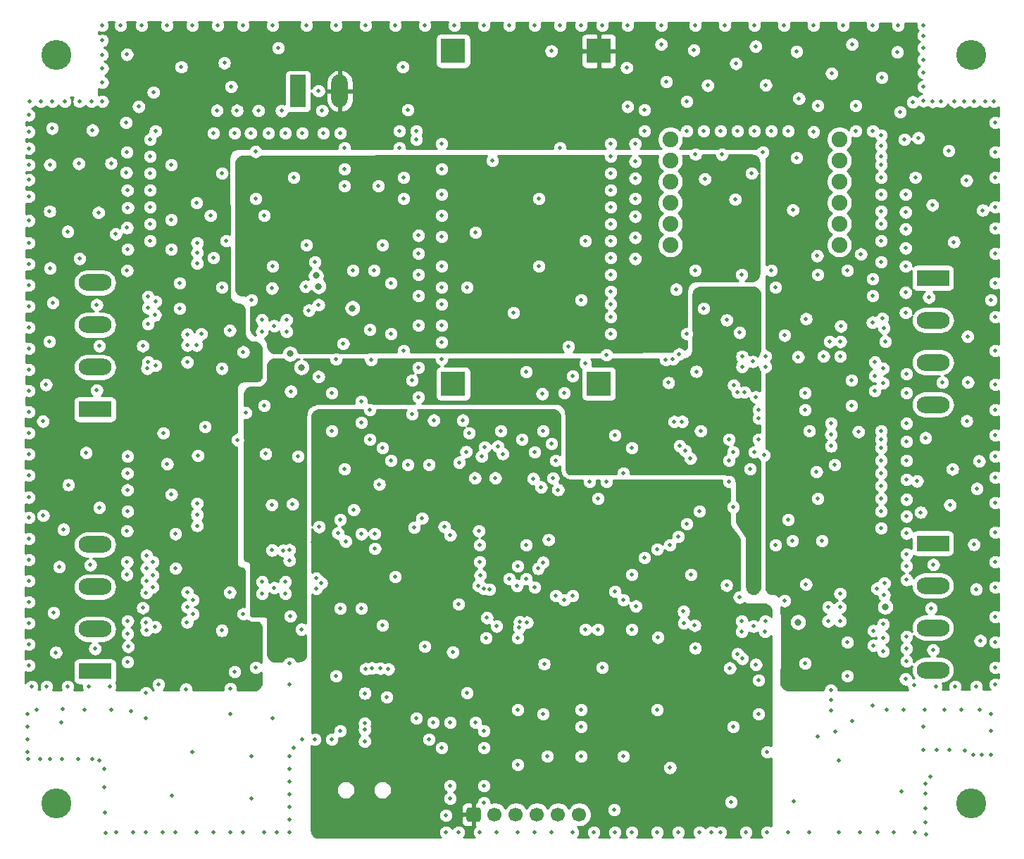
<source format=gbr>
%TF.GenerationSoftware,KiCad,Pcbnew,(5.1.9)-1*%
%TF.CreationDate,2021-03-09T23:57:27+01:00*%
%TF.ProjectId,IO_LINK,494f5f4c-494e-44b2-9e6b-696361645f70,rev?*%
%TF.SameCoordinates,Original*%
%TF.FileFunction,Copper,L3,Inr*%
%TF.FilePolarity,Positive*%
%FSLAX46Y46*%
G04 Gerber Fmt 4.6, Leading zero omitted, Abs format (unit mm)*
G04 Created by KiCad (PCBNEW (5.1.9)-1) date 2021-03-09 23:57:27*
%MOMM*%
%LPD*%
G01*
G04 APERTURE LIST*
%TA.AperFunction,ComponentPad*%
%ADD10C,1.900000*%
%TD*%
%TA.AperFunction,ComponentPad*%
%ADD11O,1.980000X3.960000*%
%TD*%
%TA.AperFunction,ComponentPad*%
%ADD12R,1.980000X3.960000*%
%TD*%
%TA.AperFunction,ComponentPad*%
%ADD13R,3.960000X1.980000*%
%TD*%
%TA.AperFunction,ComponentPad*%
%ADD14O,3.960000X1.980000*%
%TD*%
%TA.AperFunction,ComponentPad*%
%ADD15C,1.700000*%
%TD*%
%TA.AperFunction,ComponentPad*%
%ADD16R,3.000000X3.000000*%
%TD*%
%TA.AperFunction,ComponentPad*%
%ADD17C,3.600000*%
%TD*%
%TA.AperFunction,ViaPad*%
%ADD18C,0.500000*%
%TD*%
%TA.AperFunction,ViaPad*%
%ADD19C,0.800000*%
%TD*%
%TA.AperFunction,ViaPad*%
%ADD20C,0.550000*%
%TD*%
%TA.AperFunction,Conductor*%
%ADD21C,0.254000*%
%TD*%
%TA.AperFunction,Conductor*%
%ADD22C,0.100000*%
%TD*%
G04 APERTURE END LIST*
D10*
%TO.N,MISO*%
%TO.C,M1*%
X149110000Y-77843500D03*
%TO.N,RST_ETH*%
X149110000Y-75303500D03*
%TO.N,N/C*%
X149110000Y-72763500D03*
%TO.N,3V3*%
X149110000Y-67683500D03*
X149110000Y-70223500D03*
%TO.N,GND*%
X149110000Y-65143500D03*
X128790000Y-65143500D03*
X128790000Y-67683500D03*
%TO.N,MOSI*%
X128790000Y-70223500D03*
%TO.N,SCLK*%
X128790000Y-72763500D03*
%TO.N,CS_ETH*%
X128790000Y-75303500D03*
%TO.N,INT_ETH*%
X128790000Y-77843500D03*
%TD*%
D11*
%TO.N,VCC*%
%TO.C,J1*%
X89056000Y-59358600D03*
D12*
%TO.N,Net-(D1-Pad1)*%
X84056000Y-59358600D03*
%TD*%
D13*
%TO.N,Net-(C78-Pad1)*%
%TO.C,J7*%
X160360660Y-113724880D03*
D14*
%TO.N,G*%
X160360660Y-118804880D03*
%TO.N,Net-(C73-Pad1)*%
X160360660Y-123884880D03*
%TO.N,Net-(C74-Pad1)*%
X160360660Y-128964880D03*
%TD*%
D13*
%TO.N,Net-(C77-Pad1)*%
%TO.C,J6*%
X160366020Y-81813240D03*
D14*
%TO.N,G*%
X160366020Y-86893240D03*
%TO.N,Net-(C59-Pad1)*%
X160366020Y-91973240D03*
%TO.N,Net-(C60-Pad1)*%
X160366020Y-97053240D03*
%TD*%
D15*
%TO.N,N/C*%
%TO.C,J3*%
X117848500Y-146356700D03*
%TO.N,RST*%
X115308500Y-146356700D03*
%TO.N,SWDIO*%
X112768500Y-146356700D03*
%TO.N,GND*%
X110228500Y-146356700D03*
%TO.N,SWCLK*%
X107688500Y-146356700D03*
%TO.N,3V3*%
%TA.AperFunction,ComponentPad*%
G36*
G01*
X105748500Y-147206700D02*
X104548500Y-147206700D01*
G75*
G02*
X104298500Y-146956700I0J250000D01*
G01*
X104298500Y-145756700D01*
G75*
G02*
X104548500Y-145506700I250000J0D01*
G01*
X105748500Y-145506700D01*
G75*
G02*
X105998500Y-145756700I0J-250000D01*
G01*
X105998500Y-146956700D01*
G75*
G02*
X105748500Y-147206700I-250000J0D01*
G01*
G37*
%TD.AperFunction*%
%TD*%
D14*
%TO.N,Net-(C46-Pad1)*%
%TO.C,J5*%
X59634000Y-113893100D03*
%TO.N,Net-(C45-Pad1)*%
X59634000Y-118973100D03*
%TO.N,G*%
X59634000Y-124053100D03*
D13*
%TO.N,Net-(C76-Pad1)*%
X59634000Y-129133100D03*
%TD*%
D14*
%TO.N,Net-(C32-Pad1)*%
%TO.C,J4*%
X59634000Y-82393100D03*
%TO.N,Net-(C31-Pad1)*%
X59634000Y-87473100D03*
%TO.N,G*%
X59634000Y-92553100D03*
D13*
%TO.N,Net-(C75-Pad1)*%
X59634000Y-97633100D03*
%TD*%
D16*
%TO.N,G*%
%TO.C,M2*%
X102692300Y-54534100D03*
%TO.N,Net-(C18-Pad1)*%
X120192300Y-94534100D03*
%TO.N,G*%
X102692300Y-94534100D03*
%TO.N,VCC*%
X120192300Y-54534100D03*
%TD*%
D17*
%TO.N,N/C*%
%TO.C,H1*%
X55000000Y-55000000D03*
%TD*%
%TO.N,N/C*%
%TO.C,H2*%
X55000000Y-145000000D03*
%TD*%
%TO.N,N/C*%
%TO.C,H3*%
X165000000Y-55000000D03*
%TD*%
%TO.N,N/C*%
%TO.C,H4*%
X165000000Y-145000000D03*
%TD*%
D18*
%TO.N,VCC*%
X148090000Y-128270000D03*
X148100000Y-125960000D03*
X148110000Y-96570000D03*
X148090000Y-93993000D03*
X71900000Y-116950000D03*
X71890000Y-114400000D03*
X71889300Y-85529100D03*
X71899300Y-82869100D03*
X141948000Y-87135000D03*
X144361000Y-93862340D03*
X71901200Y-84210700D03*
X71901200Y-115710700D03*
X148094820Y-95240000D03*
X148089460Y-127148780D03*
X75780000Y-85580000D03*
X141962220Y-119057780D03*
X77976300Y-123801700D03*
X75552800Y-117081200D03*
X144452720Y-125778280D03*
X77860000Y-92300000D03*
D19*
%TO.N,3V3*%
X82569200Y-78264000D03*
X87858700Y-80975500D03*
X92100500Y-83312300D03*
D18*
X99823200Y-108939800D03*
D19*
X118142520Y-125840720D03*
D18*
X94488100Y-109296500D03*
X94513500Y-117653100D03*
X85826700Y-113589100D03*
X98807200Y-119252200D03*
X105119300Y-143569100D03*
X85989300Y-130299100D03*
X133899300Y-80599100D03*
X86079300Y-98849100D03*
X112289300Y-132539100D03*
X83378300Y-109012100D03*
D19*
X90386000Y-98438000D03*
D18*
X122390000Y-89675000D03*
X132428198Y-100221198D03*
X136360000Y-102756000D03*
X135920000Y-127090000D03*
X121721400Y-118156600D03*
X126769300Y-117553700D03*
X131983600Y-113746600D03*
X137421460Y-133317540D03*
X89662100Y-116134121D03*
X85890000Y-107910000D03*
X117183000Y-106312000D03*
X128429300Y-85921700D03*
X134330000Y-107180000D03*
X107404000Y-90564000D03*
X108166000Y-90564000D03*
X108928000Y-90564000D03*
X109690000Y-90564000D03*
X107150000Y-97930000D03*
X107912000Y-97930000D03*
X108674000Y-97930000D03*
X109436000Y-97930000D03*
X128310000Y-128604010D03*
X138540000Y-71270000D03*
%TO.N,SCL*%
X93243500Y-112573100D03*
D19*
X86512500Y-82829700D03*
D18*
X136857840Y-95534780D03*
X136859300Y-127029100D03*
X82974394Y-114511006D03*
X82974394Y-115804006D03*
X86512500Y-85039500D03*
X86512500Y-93675500D03*
%TO.N,SDA*%
X93268900Y-114351100D03*
X84937700Y-82829700D03*
X82245300Y-114579700D03*
X137720364Y-95551484D03*
X137434310Y-127600357D03*
X85337699Y-85706301D03*
D19*
%TO.N,T0_UC_IRQ*%
X90576500Y-85445900D03*
D18*
X108051700Y-102057500D03*
%TO.N,UC_T0_ENL+*%
X106476900Y-102159100D03*
X104610000Y-100470000D03*
%TO.N,UC_T0_ENCQ*%
X108635900Y-102971900D03*
X103403500Y-104013300D03*
%TO.N,UC_T0_RST*%
X106095900Y-103276700D03*
D19*
X86195000Y-81547000D03*
D18*
X89458900Y-89713100D03*
%TO.N,8V*%
X81170000Y-95410000D03*
D20*
X138900000Y-84087000D03*
D18*
X138830000Y-115720000D03*
X81242000Y-126886000D03*
X116802000Y-103772000D03*
X117564000Y-103772000D03*
X118326000Y-103772000D03*
X119088000Y-103772000D03*
X119850000Y-103772000D03*
X119850000Y-104534000D03*
X119088000Y-104534000D03*
X118326000Y-104534000D03*
X117564000Y-104534000D03*
X116802000Y-104534000D03*
X119088000Y-103010000D03*
X119850000Y-103010000D03*
X119156900Y-102179100D03*
X119918900Y-102179100D03*
%TO.N,G*%
X115532000Y-66180000D03*
X107404000Y-67704000D03*
X112992000Y-72276000D03*
X118580000Y-77356000D03*
X105372000Y-76340000D03*
X112992000Y-80404000D03*
X118072000Y-84468000D03*
X104356000Y-82944000D03*
X109944000Y-85992000D03*
X116548000Y-90056000D03*
X111468000Y-93104000D03*
X61430000Y-130950000D03*
X58890000Y-130950000D03*
X56350000Y-130950000D03*
X53810000Y-130950000D03*
X52032000Y-130950000D03*
X51651000Y-128410000D03*
X51651000Y-125870000D03*
X51651000Y-123330000D03*
X51651000Y-120790000D03*
X51651000Y-118250000D03*
X51651000Y-115710000D03*
X51651000Y-113170000D03*
X51651000Y-110630000D03*
X51651000Y-108217000D03*
X51651000Y-105550000D03*
X51651000Y-103010000D03*
X51651000Y-100470000D03*
X51651000Y-97930000D03*
X51651000Y-95390000D03*
X51651000Y-92850000D03*
X51651000Y-90310000D03*
X51651000Y-87770000D03*
X51651000Y-85230000D03*
X51651000Y-82690000D03*
X51651000Y-80150000D03*
X51651000Y-77610000D03*
X51651000Y-74943000D03*
X54490000Y-60590000D03*
X55970000Y-60590000D03*
X57740000Y-60590000D03*
X60500000Y-54970000D03*
X60500000Y-53270000D03*
X60500000Y-51448000D03*
X62700000Y-51448000D03*
X65240000Y-51448000D03*
X68288000Y-51448000D03*
X71336000Y-51448000D03*
X74384000Y-51448000D03*
X77432000Y-51448000D03*
X80988000Y-51448000D03*
X85052000Y-51448000D03*
X88608000Y-51448000D03*
X92164000Y-51448000D03*
X95720000Y-51448000D03*
X99276000Y-51448000D03*
X102832000Y-51448000D03*
X106388000Y-51448000D03*
X109436000Y-51448000D03*
X112484000Y-51448000D03*
X115532000Y-51448000D03*
X118072000Y-51448000D03*
X120612000Y-51448000D03*
X123660000Y-51448000D03*
X127724000Y-51448000D03*
X131788000Y-51448000D03*
X135344000Y-51448000D03*
X138900000Y-51448000D03*
X142456000Y-51448000D03*
X146012000Y-51448000D03*
X149568000Y-51448000D03*
X153124000Y-51448000D03*
X156172000Y-51448000D03*
X159220000Y-51448000D03*
X159210000Y-54170000D03*
X159220000Y-52680000D03*
X159210000Y-55590000D03*
X159210000Y-57090000D03*
X159210000Y-58800000D03*
X165316000Y-60592000D03*
X167710000Y-60590000D03*
X167856000Y-63132000D03*
X167856000Y-66688000D03*
X167856000Y-69736000D03*
X167856000Y-73292000D03*
X167856000Y-75832000D03*
X167856000Y-78880000D03*
X167856000Y-82436000D03*
X167856000Y-86500000D03*
X167856000Y-90564000D03*
X167856000Y-94628000D03*
X167856000Y-97676000D03*
X167856000Y-100724000D03*
X167856000Y-103264000D03*
X167856000Y-105804000D03*
X167856000Y-108852000D03*
X167856000Y-112408000D03*
X167856000Y-115964000D03*
X167856000Y-119012000D03*
X167856000Y-122568000D03*
X167856000Y-125616000D03*
X167856000Y-128664000D03*
X167856000Y-130696000D03*
X165570000Y-130950000D03*
X163030000Y-130950000D03*
X160740000Y-130950000D03*
X158077000Y-130823000D03*
X157061000Y-130061000D03*
X157188000Y-127902000D03*
X157188000Y-126378000D03*
X157188000Y-124981000D03*
X157188000Y-118123000D03*
X157188000Y-116472000D03*
X157188000Y-115075000D03*
X157188000Y-112535000D03*
X157188000Y-110503000D03*
X157188000Y-108471000D03*
X157188000Y-106058000D03*
X157188000Y-103772000D03*
X157188000Y-101486000D03*
X157188000Y-99327000D03*
X157188000Y-95644000D03*
X157188000Y-93358000D03*
X157061000Y-83579000D03*
X157061000Y-85992000D03*
X157061000Y-80404000D03*
X157061000Y-78245000D03*
X157061000Y-75959000D03*
X157061000Y-73927000D03*
X157061000Y-71768000D03*
X156934000Y-65164000D03*
X156426000Y-61862000D03*
X151092000Y-61100000D03*
X146520000Y-61100000D03*
X130772000Y-60592000D03*
X121628000Y-65672000D03*
X121628000Y-67196000D03*
X121628000Y-69228000D03*
X121628000Y-71260000D03*
X121628000Y-73292000D03*
X121628000Y-75324000D03*
X121628000Y-77356000D03*
X121628000Y-79388000D03*
X121628000Y-81420000D03*
X121628000Y-83452000D03*
X121628000Y-84976000D03*
X121628000Y-86500000D03*
X121628000Y-88532000D03*
X121120000Y-91072000D03*
X118580000Y-92088000D03*
X117056000Y-93612000D03*
X116040000Y-95644000D03*
X113373000Y-95771000D03*
X101308000Y-91580000D03*
X101308000Y-89548000D03*
X101308000Y-87516000D03*
X101308000Y-84976000D03*
X101308000Y-82944000D03*
X101308000Y-80404000D03*
X101308000Y-76848000D03*
X101308000Y-74308000D03*
X101308000Y-71768000D03*
X101308000Y-68720000D03*
X101308000Y-65672000D03*
X97244000Y-61608000D03*
X86940000Y-61690000D03*
X86510000Y-59330000D03*
X82050000Y-61730000D03*
X79260000Y-61690000D03*
X76700000Y-61680000D03*
X74280000Y-61680000D03*
X64859000Y-61227000D03*
X63335000Y-63132000D03*
X63462000Y-66688000D03*
X63380000Y-69150000D03*
X63500000Y-71280000D03*
X63570000Y-73380000D03*
X63480000Y-75790000D03*
X63550000Y-78380000D03*
X63490000Y-80930000D03*
X63540000Y-103250000D03*
X63500000Y-105320000D03*
X63500000Y-107310000D03*
X63530000Y-109890000D03*
X63470000Y-112250000D03*
X63480000Y-115964000D03*
X63450000Y-117510000D03*
X63550000Y-123080000D03*
X63540000Y-124600000D03*
X63600000Y-126150000D03*
X63540000Y-127990000D03*
X167348000Y-84468000D03*
X53130000Y-60590000D03*
X51778000Y-60600000D03*
X51651000Y-62243000D03*
X51651000Y-64275000D03*
X51651000Y-68212000D03*
X51651000Y-70020000D03*
X51651000Y-72022000D03*
X63470000Y-54960000D03*
X81650000Y-54160000D03*
X57660000Y-68080000D03*
X62120000Y-76540000D03*
X59840000Y-85050000D03*
X54130000Y-89460000D03*
X60140000Y-90010000D03*
X53730000Y-94670000D03*
X59840000Y-95320000D03*
X53360000Y-99070000D03*
X53410000Y-110390000D03*
X59610000Y-126410000D03*
X157940000Y-60660000D03*
X158590000Y-64970000D03*
X162250000Y-66520000D03*
X158240000Y-69730000D03*
X166350000Y-73680000D03*
X164510000Y-88840000D03*
X159870000Y-84160000D03*
X164420000Y-99000000D03*
X165640000Y-107150000D03*
X162410000Y-109130000D03*
X165290000Y-113890000D03*
X160420000Y-116290000D03*
X165560000Y-119240000D03*
X160140000Y-121540000D03*
X160380000Y-126570000D03*
X123530000Y-56540000D03*
X127680000Y-53720000D03*
X139040000Y-53960000D03*
X165920000Y-103830000D03*
X162720000Y-104810000D03*
X159470000Y-101040000D03*
X158460000Y-106260000D03*
X158890000Y-110000000D03*
X164570000Y-94350000D03*
X161500000Y-94390000D03*
X160290000Y-73060000D03*
X162880000Y-77490000D03*
X164390000Y-70110000D03*
X166050000Y-125430000D03*
X128310000Y-58220000D03*
X131620000Y-54430000D03*
X136670000Y-56050000D03*
X133270000Y-58680000D03*
X140270000Y-58610000D03*
X143970000Y-54610000D03*
X150630000Y-53710000D03*
X148190000Y-57240000D03*
X144260000Y-60230000D03*
X154220000Y-57710000D03*
X156080000Y-54640000D03*
X96610000Y-56440000D03*
X114470000Y-54540000D03*
X76000000Y-58820000D03*
X75180000Y-55970000D03*
X66640000Y-59490000D03*
X70010000Y-56450000D03*
X54480000Y-63840000D03*
X59330000Y-64050000D03*
X61550000Y-68020000D03*
X54200000Y-68190000D03*
X51651000Y-66230000D03*
X54180000Y-73800000D03*
X60030000Y-73960000D03*
X57770000Y-79510000D03*
X54220000Y-80640000D03*
X54550000Y-84790000D03*
X54920000Y-126850000D03*
X54650000Y-122080000D03*
X55330000Y-116540000D03*
X59080000Y-116340000D03*
X55830000Y-112040000D03*
X60140000Y-109420000D03*
X56420000Y-106700000D03*
X58550000Y-102830000D03*
X56340000Y-76230000D03*
X125692000Y-61608000D03*
X123660000Y-61227000D03*
X166630000Y-60590000D03*
X164160000Y-60610000D03*
X162970000Y-60610000D03*
X161340000Y-60590000D03*
X159210000Y-60530000D03*
X160340000Y-60610000D03*
X60510000Y-56650000D03*
X60510000Y-58310000D03*
X60510000Y-60590000D03*
X59200000Y-60600000D03*
%TO.N,3V3_T0*%
X80918200Y-83067700D03*
D19*
X84442450Y-92560950D03*
D18*
X73495000Y-74308000D03*
%TO.N,Net-(C31-Pad1)*%
X77457450Y-90719450D03*
X65360700Y-89989200D03*
%TO.N,T1_UC_IRQ*%
X90726700Y-109700700D03*
X112318900Y-105943700D03*
%TO.N,UC_T1_ENL+*%
X113258700Y-106959700D03*
X88823900Y-112522300D03*
%TO.N,UC_T1_ENCQ*%
X93802300Y-106629500D03*
X114695402Y-105885004D03*
%TO.N,UC_T1_RST*%
X115290700Y-107289898D03*
X86563300Y-111760300D03*
%TO.N,3V3_T1*%
X84442450Y-124060950D03*
X80918200Y-114567700D03*
%TO.N,Net-(C45-Pad1)*%
X65360700Y-121489200D03*
X77457450Y-122219450D03*
%TO.N,T2_UC_IRQ*%
X136401910Y-94733410D03*
X131907380Y-93065900D03*
%TO.N,UC_T2_ENCQ*%
X128259300Y-91669100D03*
X128569300Y-94419100D03*
%TO.N,3V3_T2*%
X135553570Y-86882590D03*
X146354820Y-105130820D03*
X140043000Y-103137000D03*
%TO.N,Net-(C59-Pad1)*%
X142538570Y-88724090D03*
X154635320Y-89454340D03*
%TO.N,T3_UC_IRQ*%
X131789300Y-126339100D03*
X111579300Y-123224110D03*
%TO.N,UC_T3_ENL+*%
X127299300Y-125049100D03*
X110672868Y-123185689D03*
%TO.N,UC_T3_ENCQ*%
X124639300Y-121279098D03*
X110350400Y-118808800D03*
%TO.N,UC_T3_RST*%
X110628197Y-123884274D03*
X135939300Y-128740700D03*
%TO.N,3V3_T3*%
X139072460Y-128291780D03*
X135548210Y-118798530D03*
X146476460Y-137002460D03*
%TO.N,Net-(C73-Pad1)*%
X142533210Y-120640030D03*
D19*
X154629960Y-121370280D03*
D18*
%TO.N,USB_DM*%
X107049300Y-119279100D03*
X92939300Y-128739100D03*
%TO.N,USB_DP*%
X106339959Y-119167341D03*
X92189300Y-128819100D03*
%TO.N,5V*%
X92069300Y-131759100D03*
X92039274Y-137549068D03*
%TO.N,Net-(D5-Pad1)*%
X74885700Y-92719700D03*
X75838200Y-88147700D03*
%TO.N,Net-(D10-Pad1)*%
X75838200Y-119647700D03*
X74885700Y-124219700D03*
%TO.N,Net-(D15-Pad1)*%
X144157820Y-91295840D03*
X145110320Y-86723840D03*
%TO.N,Net-(D20-Pad1)*%
X145104960Y-118639780D03*
D19*
X144152460Y-123211780D03*
D18*
%TO.N,SWDIO*%
X105737192Y-118814755D03*
X93919300Y-128769100D03*
%TO.N,SWCLK*%
X105929300Y-117559100D03*
X94899300Y-128869100D03*
%TO.N,INT_ETH*%
X102340000Y-112750000D03*
%TO.N,CS_ETH*%
X131199302Y-103499100D03*
%TO.N,SCLK*%
X130589300Y-102609100D03*
%TO.N,MOSI*%
X129918389Y-102034090D03*
%TO.N,RST_ETH*%
X105760000Y-112250000D03*
%TO.N,MISO*%
X114139300Y-113300000D03*
%TO.N,T3_UC_SIO*%
X106739300Y-122679098D03*
X130419300Y-123309100D03*
%TO.N,T3_UC_DATA*%
X131733499Y-123610111D03*
X130379296Y-121919100D03*
%TO.N,UC_T1_DATA*%
X112889300Y-116769100D03*
X86207700Y-119180011D03*
%TO.N,T1_UC_DATA*%
X113479300Y-116019100D03*
X86850000Y-118520000D03*
%TO.N,UC_T2_DATA*%
X129865218Y-90975480D03*
X130210660Y-99083160D03*
%TO.N,T2_UC_DATA*%
X129098140Y-91552060D03*
X129273400Y-99100940D03*
%TO.N,T0_UC_DATA*%
X104241700Y-102717900D03*
X107746900Y-105867500D03*
X105308500Y-105867500D03*
%TO.N,T1_UC_SIO*%
X101620000Y-111740000D03*
X86200000Y-117930000D03*
%TO.N,GND*%
X154140000Y-65926000D03*
X82639000Y-88278000D03*
X82639000Y-86855600D03*
X79692600Y-86881000D03*
X140210000Y-92490000D03*
X137410000Y-92490000D03*
X137410000Y-91240000D03*
X82512000Y-119774000D03*
X82512000Y-118377000D03*
X79718000Y-118377000D03*
X140170000Y-124346000D03*
X138773000Y-123711000D03*
X137376000Y-124346000D03*
X137376000Y-123076000D03*
X92037000Y-136157000D03*
X92037000Y-135395000D03*
X148089300Y-133820000D03*
X148089300Y-132580000D03*
X148080000Y-131390000D03*
X148110000Y-102040000D03*
X148099300Y-100639100D03*
X148109300Y-99289100D03*
X71889300Y-111610000D03*
X71880000Y-110300000D03*
X71889300Y-108930000D03*
X71890000Y-80070000D03*
X71900000Y-78780000D03*
X71900000Y-77610000D03*
X83147000Y-95440800D03*
X66002000Y-84087000D03*
D19*
X83077200Y-90941700D03*
D18*
X83110000Y-122490000D03*
X137122000Y-88405000D03*
X139077820Y-96137620D03*
X153378000Y-91961000D03*
X153378000Y-93580000D03*
X153378000Y-95390000D03*
X149187000Y-119774000D03*
X149187000Y-121425000D03*
X149187000Y-123076000D03*
X154380000Y-123460000D03*
X154390000Y-125080000D03*
X154390000Y-126710000D03*
X95720000Y-117742000D03*
X66002000Y-91961000D03*
X65875000Y-92723000D03*
X66891000Y-92342000D03*
X70701000Y-88590000D03*
X70701000Y-89929000D03*
X70701000Y-91961000D03*
X72390000Y-88570000D03*
X71844000Y-89929000D03*
X137097804Y-120233436D03*
X65830000Y-115180000D03*
X65800000Y-116730000D03*
X65840000Y-118240000D03*
X65780000Y-119670000D03*
X65780000Y-123270000D03*
X65800000Y-124150000D03*
X66870000Y-123790000D03*
X70701000Y-119647000D03*
X140210000Y-123070000D03*
X154510000Y-119970000D03*
X154520000Y-118520000D03*
X153640000Y-119170000D03*
X147770000Y-121420000D03*
X147750000Y-123100000D03*
X153220000Y-126010000D03*
X153230000Y-124230000D03*
X70700000Y-121390000D03*
X70690000Y-123210000D03*
X71410000Y-122240000D03*
X71410000Y-120520000D03*
X66580000Y-115970000D03*
X66570000Y-117560000D03*
X66560000Y-118990000D03*
X81184900Y-119063500D03*
X79718006Y-119774000D03*
X107912000Y-123711000D03*
X106642500Y-125107500D03*
X102630400Y-126833600D03*
X154370000Y-92710000D03*
X154370000Y-94450000D03*
X153080000Y-87160000D03*
X154480000Y-87840000D03*
X154280000Y-86710000D03*
X149270000Y-87630000D03*
X149240000Y-89480000D03*
X149210000Y-91250000D03*
X147940000Y-89480000D03*
X147200000Y-91220000D03*
X140210000Y-91220000D03*
X138709960Y-91880040D03*
X66000000Y-85420000D03*
X66000000Y-87320000D03*
X66860000Y-86290000D03*
X66910000Y-84650000D03*
X81172200Y-87576200D03*
X79692600Y-88252600D03*
X66256000Y-65164000D03*
X66256000Y-67196000D03*
X66256000Y-69228000D03*
X66256000Y-71260000D03*
X66256000Y-73292000D03*
X66256000Y-75324000D03*
X66256000Y-77356000D03*
X66891000Y-64148000D03*
X76416000Y-64402000D03*
X78321000Y-64402000D03*
X80480000Y-64402000D03*
X82512000Y-64402000D03*
X84544000Y-64402000D03*
X87084000Y-64402000D03*
X89116000Y-64402000D03*
X89624000Y-66180000D03*
X89624000Y-68720000D03*
X89624000Y-70752000D03*
X93688000Y-70752000D03*
X96736000Y-69736000D03*
X96736000Y-72276000D03*
X96228000Y-64148000D03*
X96228000Y-66180000D03*
X98260000Y-64148000D03*
X98260000Y-65164000D03*
X98514000Y-78880000D03*
X98514000Y-81420000D03*
X98514000Y-83960000D03*
X98514000Y-87516000D03*
X98514000Y-92596000D03*
X98514000Y-96152000D03*
X52580000Y-133720000D03*
X51524000Y-134252000D03*
X51524000Y-135776000D03*
X51524000Y-137300000D03*
X51524000Y-138824000D03*
X51560000Y-139640000D03*
X53000000Y-139660000D03*
X54230000Y-139650000D03*
X55680000Y-139640000D03*
X57610000Y-139650000D03*
X59300000Y-139670000D03*
X60770000Y-140820000D03*
X60770000Y-143020000D03*
X60840000Y-146080000D03*
X60880000Y-148550000D03*
X62192000Y-148476000D03*
X64224000Y-148476000D03*
X65748000Y-148476000D03*
X67780000Y-148476000D03*
X69304000Y-148476000D03*
X71844000Y-148476000D03*
X73876000Y-148476000D03*
X75908000Y-148476000D03*
X77432000Y-148476000D03*
X79972000Y-148476000D03*
X81496000Y-148476000D03*
X83020000Y-148476000D03*
X83020000Y-145428000D03*
X83020000Y-146952000D03*
X83020000Y-143904000D03*
X83020000Y-140856000D03*
X83020000Y-142380000D03*
X83020000Y-139332000D03*
X83528000Y-138316000D03*
X84544000Y-137300000D03*
X86068000Y-137300000D03*
X88100000Y-137300000D03*
X89116000Y-136284000D03*
X94704000Y-132220000D03*
X98260000Y-134760000D03*
X100292000Y-135268000D03*
X102324000Y-135268000D03*
X105372000Y-135268000D03*
X106388000Y-136284000D03*
X106388000Y-138316000D03*
X106388000Y-142888000D03*
X106388000Y-144920000D03*
X99784000Y-137300000D03*
X101308000Y-138316000D03*
X102324000Y-142888000D03*
X102324000Y-144412000D03*
X101816000Y-146444000D03*
X101816000Y-148476000D03*
X103340000Y-148476000D03*
X105880000Y-148476000D03*
X107912000Y-148476000D03*
X110452000Y-148476000D03*
X112484000Y-148476000D03*
X114516000Y-148476000D03*
X117056000Y-148476000D03*
X119596000Y-148476000D03*
X122136000Y-148476000D03*
X124168000Y-148476000D03*
X127216000Y-148476000D03*
X129756000Y-148476000D03*
X132296000Y-148476000D03*
X134836000Y-148476000D03*
X137884000Y-148476000D03*
X140424000Y-148476000D03*
X142964000Y-148476000D03*
X145504000Y-148476000D03*
X149060000Y-148476000D03*
X151600000Y-148476000D03*
X155664000Y-148476000D03*
X158204000Y-148476000D03*
X159510000Y-148720000D03*
X159500000Y-147280000D03*
X159500000Y-145640000D03*
X159500000Y-143860000D03*
X160050000Y-141800000D03*
X159210000Y-138600000D03*
X162350000Y-138610000D03*
X165200000Y-139130000D03*
X167348000Y-134252000D03*
X167348000Y-136284000D03*
X167340000Y-139130000D03*
X165951000Y-133744000D03*
X163792000Y-133744000D03*
X161760000Y-133744000D03*
X159347000Y-133744000D03*
X156807000Y-133744000D03*
X154775000Y-133744000D03*
X124549000Y-69863000D03*
X125692000Y-64148000D03*
X130772000Y-64148000D03*
X132804000Y-64148000D03*
X134836000Y-64148000D03*
X136868000Y-64148000D03*
X138900000Y-64148000D03*
X140932000Y-64148000D03*
X142964000Y-64148000D03*
X151092000Y-64148000D03*
X153124000Y-64148000D03*
X154140000Y-64656000D03*
X154140000Y-67196000D03*
X154140000Y-68212000D03*
X154140000Y-69736000D03*
X154140000Y-71768000D03*
X154140000Y-73800000D03*
X154140000Y-75324000D03*
X154140000Y-77356000D03*
X154140000Y-79896000D03*
X154140000Y-100216000D03*
X154140000Y-101232000D03*
X154140000Y-102248000D03*
X154140000Y-103772000D03*
X154140000Y-105296000D03*
X154140000Y-106820000D03*
X154140000Y-108344000D03*
X154140000Y-109868000D03*
X154140000Y-111900000D03*
X124549000Y-65672000D03*
X124549000Y-67831000D03*
X122136000Y-100724000D03*
X124168000Y-102248000D03*
X123152000Y-105296000D03*
X119088000Y-106312000D03*
X121120000Y-106312000D03*
X120104000Y-108344000D03*
X113500000Y-100216000D03*
X114516000Y-101740000D03*
X115024000Y-103772000D03*
X112484000Y-102756000D03*
X110960000Y-101232000D03*
X108420000Y-100216000D03*
X98960000Y-110710000D03*
X103840000Y-98930000D03*
X100350000Y-98930000D03*
X97752000Y-98184000D03*
X97752000Y-94120000D03*
X96736000Y-90564000D03*
X95212000Y-88532000D03*
X92672000Y-88024000D03*
X92810000Y-91680000D03*
X68796000Y-68212000D03*
X71844000Y-72784000D03*
X68796000Y-74816000D03*
X68796000Y-78372000D03*
X69812000Y-82436000D03*
X69812000Y-85484000D03*
X74892000Y-82944000D03*
X73876000Y-79388000D03*
X75400000Y-77356000D03*
X78956000Y-72276000D03*
X74892000Y-69228000D03*
X80988000Y-80404000D03*
X83528000Y-69736000D03*
X95212000Y-82436000D03*
X93180000Y-80912000D03*
X90640000Y-80912000D03*
X94196000Y-77864000D03*
X130772000Y-88532000D03*
X132804000Y-85484000D03*
X131788000Y-80912000D03*
X137376000Y-81420000D03*
X140932000Y-80912000D03*
X141440000Y-82944000D03*
X146012000Y-64275000D03*
X146520000Y-81420000D03*
X150076000Y-80912000D03*
X153124000Y-81928000D03*
X153124000Y-83960000D03*
X150584000Y-94120000D03*
X150584000Y-97168000D03*
X144996000Y-97676000D03*
X144996000Y-95644000D03*
X139408000Y-97676000D03*
X139408000Y-98692000D03*
X139408000Y-101232000D03*
X138900000Y-102756000D03*
X135852000Y-103772000D03*
X135852000Y-101232000D03*
X135852000Y-106312000D03*
X138392000Y-104788000D03*
X132296000Y-109868000D03*
X130772000Y-111392000D03*
X129756000Y-112916000D03*
X128740000Y-113932000D03*
X127216000Y-114440000D03*
X125692000Y-115456000D03*
X123152000Y-120536000D03*
X122136000Y-119520000D03*
X124168000Y-117488000D03*
X115024000Y-120028000D03*
X117056000Y-120028000D03*
X116040000Y-120536000D03*
X141440000Y-113932000D03*
X143472000Y-113424000D03*
X147028000Y-113424000D03*
X79972000Y-97168000D03*
X88100000Y-100216000D03*
X92672000Y-101232000D03*
X88608000Y-91580000D03*
X88100000Y-95644000D03*
X91656000Y-96660000D03*
X91656000Y-99200000D03*
X92672000Y-97676000D03*
X94196000Y-102248000D03*
X95212000Y-103772000D03*
X97244000Y-104280000D03*
X99784000Y-104280000D03*
X97990000Y-111820000D03*
X89770000Y-113480000D03*
X89116000Y-110884000D03*
X91650000Y-112610000D03*
X109436000Y-117996000D03*
X73876000Y-64402000D03*
X111468000Y-113932000D03*
X110452000Y-116472000D03*
X111468000Y-117996000D03*
X112484000Y-119012000D03*
X89116000Y-121552000D03*
X88608000Y-129680000D03*
X83020000Y-130696000D03*
X83020000Y-128156000D03*
X99276000Y-126124000D03*
X103340000Y-121044000D03*
X94196000Y-123584000D03*
X91656000Y-121552000D03*
X76416000Y-129172000D03*
X78956000Y-128664000D03*
X67272000Y-130696000D03*
X70550000Y-131260000D03*
X75908000Y-131204000D03*
X110452000Y-133744000D03*
X110452000Y-140348000D03*
X114008000Y-139332000D03*
X113500000Y-134252000D03*
X55780000Y-133650000D03*
X58370000Y-133760000D03*
X61610000Y-133740000D03*
X64000000Y-133890000D03*
X65748000Y-131712000D03*
X104356000Y-131712000D03*
X113620000Y-128240000D03*
X110452000Y-125108000D03*
X118072000Y-133744000D03*
X118072000Y-135776000D03*
X118072000Y-139332000D03*
X123152000Y-139332000D03*
X118580000Y-124092000D03*
X120104000Y-124092000D03*
X124168000Y-124092000D03*
X139408000Y-134252000D03*
X139408000Y-130188000D03*
X144996000Y-128156000D03*
X150076000Y-129680000D03*
X150076000Y-125616000D03*
X150700000Y-135070000D03*
X153124000Y-133236000D03*
X148590000Y-136350000D03*
X105880000Y-115964000D03*
X105880000Y-113932000D03*
X78448000Y-84468000D03*
X79972000Y-74308000D03*
X86068000Y-79896000D03*
X85052000Y-77864000D03*
X55588000Y-135268000D03*
X60160000Y-139840000D03*
X65748000Y-134760000D03*
X71336000Y-138824000D03*
X75908000Y-134252000D03*
X78448000Y-139332000D03*
X78448000Y-144412000D03*
X68870000Y-144090000D03*
X80988000Y-134760000D03*
X120612000Y-128664000D03*
X127216000Y-133744000D03*
X136360000Y-135776000D03*
X128760000Y-140720000D03*
X122040000Y-145780000D03*
X140424000Y-138824000D03*
X136100000Y-144820000D03*
X133750000Y-148470000D03*
X149060000Y-139840000D03*
X143600000Y-144780000D03*
X159220000Y-135776000D03*
X156570000Y-143540000D03*
X153670000Y-148480000D03*
X72860000Y-99708000D03*
X84036000Y-103264000D03*
X89624000Y-104788000D03*
X136360000Y-109360000D03*
X142964000Y-110884000D03*
X146520000Y-108344000D03*
X148552000Y-104280000D03*
X145504000Y-100216000D03*
X131280000Y-117488000D03*
X139916000Y-66688000D03*
X138570000Y-69230000D03*
X136570000Y-72360000D03*
X134990000Y-66980000D03*
X132930000Y-69930000D03*
X131820000Y-66950000D03*
X143510000Y-73650000D03*
X129500000Y-83180000D03*
X146450000Y-79170000D03*
X151710000Y-78950000D03*
X143980000Y-67370000D03*
X78920000Y-66630000D03*
X151400000Y-100330000D03*
X69310000Y-116740000D03*
X69300000Y-112600000D03*
X68820000Y-107860000D03*
X68310000Y-104170000D03*
X67830000Y-100480000D03*
X71980000Y-103180000D03*
X76770000Y-101300000D03*
X77740000Y-98030000D03*
X80140000Y-102970000D03*
X80880000Y-109100000D03*
X98514000Y-76721000D03*
X124549000Y-72276000D03*
X124549000Y-74435000D03*
X124549000Y-76975000D03*
X124549000Y-79515000D03*
X160840000Y-138610000D03*
X159500000Y-142650000D03*
X164190000Y-138620000D03*
X166260000Y-139140000D03*
%TD*%
D21*
%TO.N,VCC*%
X61941957Y-51003934D02*
X61922813Y-51032585D01*
X61856703Y-51192189D01*
X61823000Y-51361623D01*
X61823000Y-51534377D01*
X61856703Y-51703811D01*
X61922813Y-51863415D01*
X62018790Y-52007055D01*
X62140945Y-52129210D01*
X62284585Y-52225187D01*
X62444189Y-52291297D01*
X62613623Y-52325000D01*
X62786377Y-52325000D01*
X62955811Y-52291297D01*
X63115415Y-52225187D01*
X63259055Y-52129210D01*
X63381210Y-52007055D01*
X63477187Y-51863415D01*
X63543297Y-51703811D01*
X63577000Y-51534377D01*
X63577000Y-51361623D01*
X63543297Y-51192189D01*
X63477187Y-51032585D01*
X63459730Y-51006458D01*
X64479137Y-51008154D01*
X64462813Y-51032585D01*
X64396703Y-51192189D01*
X64363000Y-51361623D01*
X64363000Y-51534377D01*
X64396703Y-51703811D01*
X64462813Y-51863415D01*
X64558790Y-52007055D01*
X64680945Y-52129210D01*
X64824585Y-52225187D01*
X64984189Y-52291297D01*
X65153623Y-52325000D01*
X65326377Y-52325000D01*
X65495811Y-52291297D01*
X65655415Y-52225187D01*
X65799055Y-52129210D01*
X65921210Y-52007055D01*
X66017187Y-51863415D01*
X66083297Y-51703811D01*
X66117000Y-51534377D01*
X66117000Y-51361623D01*
X66083297Y-51192189D01*
X66017187Y-51032585D01*
X66002556Y-51010687D01*
X67523754Y-51013218D01*
X67510813Y-51032585D01*
X67444703Y-51192189D01*
X67411000Y-51361623D01*
X67411000Y-51534377D01*
X67444703Y-51703811D01*
X67510813Y-51863415D01*
X67606790Y-52007055D01*
X67728945Y-52129210D01*
X67872585Y-52225187D01*
X68032189Y-52291297D01*
X68201623Y-52325000D01*
X68374377Y-52325000D01*
X68543811Y-52291297D01*
X68703415Y-52225187D01*
X68847055Y-52129210D01*
X68969210Y-52007055D01*
X69065187Y-51863415D01*
X69131297Y-51703811D01*
X69165000Y-51534377D01*
X69165000Y-51361623D01*
X69131297Y-51192189D01*
X69065187Y-51032585D01*
X69053947Y-51015763D01*
X70568370Y-51018281D01*
X70558813Y-51032585D01*
X70492703Y-51192189D01*
X70459000Y-51361623D01*
X70459000Y-51534377D01*
X70492703Y-51703811D01*
X70558813Y-51863415D01*
X70654790Y-52007055D01*
X70776945Y-52129210D01*
X70920585Y-52225187D01*
X71080189Y-52291297D01*
X71249623Y-52325000D01*
X71422377Y-52325000D01*
X71591811Y-52291297D01*
X71751415Y-52225187D01*
X71895055Y-52129210D01*
X72017210Y-52007055D01*
X72113187Y-51863415D01*
X72179297Y-51703811D01*
X72213000Y-51534377D01*
X72213000Y-51361623D01*
X72179297Y-51192189D01*
X72113187Y-51032585D01*
X72105338Y-51020838D01*
X73612987Y-51023345D01*
X73606813Y-51032585D01*
X73540703Y-51192189D01*
X73507000Y-51361623D01*
X73507000Y-51534377D01*
X73540703Y-51703811D01*
X73606813Y-51863415D01*
X73702790Y-52007055D01*
X73824945Y-52129210D01*
X73968585Y-52225187D01*
X74128189Y-52291297D01*
X74297623Y-52325000D01*
X74470377Y-52325000D01*
X74639811Y-52291297D01*
X74799415Y-52225187D01*
X74943055Y-52129210D01*
X75065210Y-52007055D01*
X75161187Y-51863415D01*
X75227297Y-51703811D01*
X75261000Y-51534377D01*
X75261000Y-51361623D01*
X75227297Y-51192189D01*
X75161187Y-51032585D01*
X75156729Y-51025913D01*
X76657603Y-51028409D01*
X76654813Y-51032585D01*
X76588703Y-51192189D01*
X76555000Y-51361623D01*
X76555000Y-51534377D01*
X76588703Y-51703811D01*
X76654813Y-51863415D01*
X76750790Y-52007055D01*
X76872945Y-52129210D01*
X77016585Y-52225187D01*
X77176189Y-52291297D01*
X77345623Y-52325000D01*
X77518377Y-52325000D01*
X77687811Y-52291297D01*
X77847415Y-52225187D01*
X77991055Y-52129210D01*
X78113210Y-52007055D01*
X78209187Y-51863415D01*
X78275297Y-51703811D01*
X78309000Y-51534377D01*
X78309000Y-51361623D01*
X78275297Y-51192189D01*
X78209187Y-51032585D01*
X78208120Y-51030988D01*
X80210095Y-51034318D01*
X80144703Y-51192189D01*
X80111000Y-51361623D01*
X80111000Y-51534377D01*
X80144703Y-51703811D01*
X80210813Y-51863415D01*
X80306790Y-52007055D01*
X80428945Y-52129210D01*
X80572585Y-52225187D01*
X80732189Y-52291297D01*
X80901623Y-52325000D01*
X81074377Y-52325000D01*
X81243811Y-52291297D01*
X81403415Y-52225187D01*
X81547055Y-52129210D01*
X81669210Y-52007055D01*
X81765187Y-51863415D01*
X81831297Y-51703811D01*
X81865000Y-51534377D01*
X81865000Y-51361623D01*
X81831297Y-51192189D01*
X81766977Y-51036907D01*
X84271297Y-51041073D01*
X84208703Y-51192189D01*
X84175000Y-51361623D01*
X84175000Y-51534377D01*
X84208703Y-51703811D01*
X84274813Y-51863415D01*
X84370790Y-52007055D01*
X84492945Y-52129210D01*
X84636585Y-52225187D01*
X84796189Y-52291297D01*
X84965623Y-52325000D01*
X85138377Y-52325000D01*
X85307811Y-52291297D01*
X85467415Y-52225187D01*
X85611055Y-52129210D01*
X85733210Y-52007055D01*
X85829187Y-51863415D01*
X85895297Y-51703811D01*
X85929000Y-51534377D01*
X85929000Y-51361623D01*
X85895297Y-51192189D01*
X85833779Y-51043671D01*
X87824849Y-51046983D01*
X87764703Y-51192189D01*
X87731000Y-51361623D01*
X87731000Y-51534377D01*
X87764703Y-51703811D01*
X87830813Y-51863415D01*
X87926790Y-52007055D01*
X88048945Y-52129210D01*
X88192585Y-52225187D01*
X88352189Y-52291297D01*
X88521623Y-52325000D01*
X88694377Y-52325000D01*
X88863811Y-52291297D01*
X89023415Y-52225187D01*
X89167055Y-52129210D01*
X89289210Y-52007055D01*
X89385187Y-51863415D01*
X89451297Y-51703811D01*
X89485000Y-51534377D01*
X89485000Y-51361623D01*
X89451297Y-51192189D01*
X89392231Y-51049590D01*
X91378401Y-51052893D01*
X91320703Y-51192189D01*
X91287000Y-51361623D01*
X91287000Y-51534377D01*
X91320703Y-51703811D01*
X91386813Y-51863415D01*
X91482790Y-52007055D01*
X91604945Y-52129210D01*
X91748585Y-52225187D01*
X91908189Y-52291297D01*
X92077623Y-52325000D01*
X92250377Y-52325000D01*
X92419811Y-52291297D01*
X92579415Y-52225187D01*
X92723055Y-52129210D01*
X92845210Y-52007055D01*
X92941187Y-51863415D01*
X93007297Y-51703811D01*
X93041000Y-51534377D01*
X93041000Y-51361623D01*
X93007297Y-51192189D01*
X92950682Y-51055508D01*
X94931953Y-51058804D01*
X94876703Y-51192189D01*
X94843000Y-51361623D01*
X94843000Y-51534377D01*
X94876703Y-51703811D01*
X94942813Y-51863415D01*
X95038790Y-52007055D01*
X95160945Y-52129210D01*
X95304585Y-52225187D01*
X95464189Y-52291297D01*
X95633623Y-52325000D01*
X95806377Y-52325000D01*
X95975811Y-52291297D01*
X96135415Y-52225187D01*
X96279055Y-52129210D01*
X96401210Y-52007055D01*
X96497187Y-51863415D01*
X96563297Y-51703811D01*
X96597000Y-51534377D01*
X96597000Y-51361623D01*
X96563297Y-51192189D01*
X96509134Y-51061427D01*
X98485505Y-51064714D01*
X98432703Y-51192189D01*
X98399000Y-51361623D01*
X98399000Y-51534377D01*
X98432703Y-51703811D01*
X98498813Y-51863415D01*
X98594790Y-52007055D01*
X98716945Y-52129210D01*
X98860585Y-52225187D01*
X99020189Y-52291297D01*
X99189623Y-52325000D01*
X99362377Y-52325000D01*
X99531811Y-52291297D01*
X99691415Y-52225187D01*
X99835055Y-52129210D01*
X99957210Y-52007055D01*
X100053187Y-51863415D01*
X100119297Y-51703811D01*
X100153000Y-51534377D01*
X100153000Y-51361623D01*
X100119297Y-51192189D01*
X100067585Y-51067345D01*
X102039057Y-51070624D01*
X101988703Y-51192189D01*
X101955000Y-51361623D01*
X101955000Y-51534377D01*
X101988703Y-51703811D01*
X102054813Y-51863415D01*
X102150790Y-52007055D01*
X102272945Y-52129210D01*
X102416585Y-52225187D01*
X102576189Y-52291297D01*
X102745623Y-52325000D01*
X102918377Y-52325000D01*
X103087811Y-52291297D01*
X103247415Y-52225187D01*
X103391055Y-52129210D01*
X103513210Y-52007055D01*
X103609187Y-51863415D01*
X103675297Y-51703811D01*
X103709000Y-51534377D01*
X103709000Y-51361623D01*
X103675297Y-51192189D01*
X103626037Y-51073264D01*
X105592608Y-51076535D01*
X105544703Y-51192189D01*
X105511000Y-51361623D01*
X105511000Y-51534377D01*
X105544703Y-51703811D01*
X105610813Y-51863415D01*
X105706790Y-52007055D01*
X105828945Y-52129210D01*
X105972585Y-52225187D01*
X106132189Y-52291297D01*
X106301623Y-52325000D01*
X106474377Y-52325000D01*
X106643811Y-52291297D01*
X106803415Y-52225187D01*
X106947055Y-52129210D01*
X107069210Y-52007055D01*
X107165187Y-51863415D01*
X107231297Y-51703811D01*
X107265000Y-51534377D01*
X107265000Y-51361623D01*
X107231297Y-51192189D01*
X107184488Y-51079182D01*
X108638510Y-51081601D01*
X108592703Y-51192189D01*
X108559000Y-51361623D01*
X108559000Y-51534377D01*
X108592703Y-51703811D01*
X108658813Y-51863415D01*
X108754790Y-52007055D01*
X108876945Y-52129210D01*
X109020585Y-52225187D01*
X109180189Y-52291297D01*
X109349623Y-52325000D01*
X109522377Y-52325000D01*
X109691811Y-52291297D01*
X109851415Y-52225187D01*
X109995055Y-52129210D01*
X110117210Y-52007055D01*
X110213187Y-51863415D01*
X110279297Y-51703811D01*
X110313000Y-51534377D01*
X110313000Y-51361623D01*
X110279297Y-51192189D01*
X110234590Y-51084255D01*
X111684412Y-51086667D01*
X111640703Y-51192189D01*
X111607000Y-51361623D01*
X111607000Y-51534377D01*
X111640703Y-51703811D01*
X111706813Y-51863415D01*
X111802790Y-52007055D01*
X111924945Y-52129210D01*
X112068585Y-52225187D01*
X112228189Y-52291297D01*
X112397623Y-52325000D01*
X112570377Y-52325000D01*
X112739811Y-52291297D01*
X112899415Y-52225187D01*
X113043055Y-52129210D01*
X113165210Y-52007055D01*
X113261187Y-51863415D01*
X113327297Y-51703811D01*
X113361000Y-51534377D01*
X113361000Y-51361623D01*
X113327297Y-51192189D01*
X113284691Y-51089328D01*
X114730313Y-51091733D01*
X114688703Y-51192189D01*
X114655000Y-51361623D01*
X114655000Y-51534377D01*
X114688703Y-51703811D01*
X114754813Y-51863415D01*
X114850790Y-52007055D01*
X114972945Y-52129210D01*
X115116585Y-52225187D01*
X115276189Y-52291297D01*
X115445623Y-52325000D01*
X115618377Y-52325000D01*
X115787811Y-52291297D01*
X115947415Y-52225187D01*
X116091055Y-52129210D01*
X116213210Y-52007055D01*
X116309187Y-51863415D01*
X116375297Y-51703811D01*
X116409000Y-51534377D01*
X116409000Y-51361623D01*
X116375297Y-51192189D01*
X116334792Y-51094402D01*
X117268565Y-51095955D01*
X117228703Y-51192189D01*
X117195000Y-51361623D01*
X117195000Y-51534377D01*
X117228703Y-51703811D01*
X117294813Y-51863415D01*
X117390790Y-52007055D01*
X117512945Y-52129210D01*
X117656585Y-52225187D01*
X117816189Y-52291297D01*
X117985623Y-52325000D01*
X118158377Y-52325000D01*
X118327811Y-52291297D01*
X118487415Y-52225187D01*
X118631055Y-52129210D01*
X118753210Y-52007055D01*
X118849187Y-51863415D01*
X118915297Y-51703811D01*
X118949000Y-51534377D01*
X118949000Y-51361623D01*
X118915297Y-51192189D01*
X118876543Y-51098629D01*
X119806816Y-51100176D01*
X119768703Y-51192189D01*
X119735000Y-51361623D01*
X119735000Y-51534377D01*
X119768703Y-51703811D01*
X119834813Y-51863415D01*
X119930790Y-52007055D01*
X120052945Y-52129210D01*
X120196585Y-52225187D01*
X120356189Y-52291297D01*
X120525623Y-52325000D01*
X120698377Y-52325000D01*
X120867811Y-52291297D01*
X121027415Y-52225187D01*
X121171055Y-52129210D01*
X121293210Y-52007055D01*
X121389187Y-51863415D01*
X121455297Y-51703811D01*
X121489000Y-51534377D01*
X121489000Y-51361623D01*
X121455297Y-51192189D01*
X121418294Y-51102857D01*
X122852717Y-51105242D01*
X122816703Y-51192189D01*
X122783000Y-51361623D01*
X122783000Y-51534377D01*
X122816703Y-51703811D01*
X122882813Y-51863415D01*
X122978790Y-52007055D01*
X123100945Y-52129210D01*
X123244585Y-52225187D01*
X123404189Y-52291297D01*
X123573623Y-52325000D01*
X123746377Y-52325000D01*
X123915811Y-52291297D01*
X124075415Y-52225187D01*
X124219055Y-52129210D01*
X124341210Y-52007055D01*
X124437187Y-51863415D01*
X124503297Y-51703811D01*
X124537000Y-51534377D01*
X124537000Y-51361623D01*
X124503297Y-51192189D01*
X124468396Y-51107930D01*
X126913920Y-51111997D01*
X126880703Y-51192189D01*
X126847000Y-51361623D01*
X126847000Y-51534377D01*
X126880703Y-51703811D01*
X126946813Y-51863415D01*
X127042790Y-52007055D01*
X127164945Y-52129210D01*
X127308585Y-52225187D01*
X127468189Y-52291297D01*
X127637623Y-52325000D01*
X127810377Y-52325000D01*
X127979811Y-52291297D01*
X128139415Y-52225187D01*
X128283055Y-52129210D01*
X128405210Y-52007055D01*
X128501187Y-51863415D01*
X128567297Y-51703811D01*
X128601000Y-51534377D01*
X128601000Y-51361623D01*
X128567297Y-51192189D01*
X128535197Y-51114694D01*
X130975122Y-51118752D01*
X130944703Y-51192189D01*
X130911000Y-51361623D01*
X130911000Y-51534377D01*
X130944703Y-51703811D01*
X131010813Y-51863415D01*
X131106790Y-52007055D01*
X131228945Y-52129210D01*
X131372585Y-52225187D01*
X131532189Y-52291297D01*
X131701623Y-52325000D01*
X131874377Y-52325000D01*
X132043811Y-52291297D01*
X132203415Y-52225187D01*
X132347055Y-52129210D01*
X132469210Y-52007055D01*
X132565187Y-51863415D01*
X132631297Y-51703811D01*
X132665000Y-51534377D01*
X132665000Y-51361623D01*
X132631297Y-51192189D01*
X132601999Y-51121458D01*
X134528674Y-51124662D01*
X134500703Y-51192189D01*
X134467000Y-51361623D01*
X134467000Y-51534377D01*
X134500703Y-51703811D01*
X134566813Y-51863415D01*
X134662790Y-52007055D01*
X134784945Y-52129210D01*
X134928585Y-52225187D01*
X135088189Y-52291297D01*
X135257623Y-52325000D01*
X135430377Y-52325000D01*
X135599811Y-52291297D01*
X135759415Y-52225187D01*
X135903055Y-52129210D01*
X136025210Y-52007055D01*
X136121187Y-51863415D01*
X136187297Y-51703811D01*
X136221000Y-51534377D01*
X136221000Y-51361623D01*
X136187297Y-51192189D01*
X136160451Y-51127376D01*
X138082225Y-51130572D01*
X138056703Y-51192189D01*
X138023000Y-51361623D01*
X138023000Y-51534377D01*
X138056703Y-51703811D01*
X138122813Y-51863415D01*
X138218790Y-52007055D01*
X138340945Y-52129210D01*
X138484585Y-52225187D01*
X138644189Y-52291297D01*
X138813623Y-52325000D01*
X138986377Y-52325000D01*
X139155811Y-52291297D01*
X139315415Y-52225187D01*
X139459055Y-52129210D01*
X139581210Y-52007055D01*
X139677187Y-51863415D01*
X139743297Y-51703811D01*
X139777000Y-51534377D01*
X139777000Y-51361623D01*
X139743297Y-51192189D01*
X139718902Y-51133295D01*
X141635777Y-51136483D01*
X141612703Y-51192189D01*
X141579000Y-51361623D01*
X141579000Y-51534377D01*
X141612703Y-51703811D01*
X141678813Y-51863415D01*
X141774790Y-52007055D01*
X141896945Y-52129210D01*
X142040585Y-52225187D01*
X142200189Y-52291297D01*
X142369623Y-52325000D01*
X142542377Y-52325000D01*
X142711811Y-52291297D01*
X142871415Y-52225187D01*
X143015055Y-52129210D01*
X143137210Y-52007055D01*
X143233187Y-51863415D01*
X143299297Y-51703811D01*
X143333000Y-51534377D01*
X143333000Y-51361623D01*
X143299297Y-51192189D01*
X143277354Y-51139213D01*
X145189329Y-51142393D01*
X145168703Y-51192189D01*
X145135000Y-51361623D01*
X145135000Y-51534377D01*
X145168703Y-51703811D01*
X145234813Y-51863415D01*
X145330790Y-52007055D01*
X145452945Y-52129210D01*
X145596585Y-52225187D01*
X145756189Y-52291297D01*
X145925623Y-52325000D01*
X146098377Y-52325000D01*
X146267811Y-52291297D01*
X146427415Y-52225187D01*
X146571055Y-52129210D01*
X146693210Y-52007055D01*
X146789187Y-51863415D01*
X146855297Y-51703811D01*
X146889000Y-51534377D01*
X146889000Y-51361623D01*
X146855297Y-51192189D01*
X146835805Y-51145132D01*
X148742881Y-51148304D01*
X148724703Y-51192189D01*
X148691000Y-51361623D01*
X148691000Y-51534377D01*
X148724703Y-51703811D01*
X148790813Y-51863415D01*
X148886790Y-52007055D01*
X149008945Y-52129210D01*
X149152585Y-52225187D01*
X149312189Y-52291297D01*
X149481623Y-52325000D01*
X149654377Y-52325000D01*
X149823811Y-52291297D01*
X149983415Y-52225187D01*
X150127055Y-52129210D01*
X150249210Y-52007055D01*
X150345187Y-51863415D01*
X150411297Y-51703811D01*
X150445000Y-51534377D01*
X150445000Y-51361623D01*
X150411297Y-51192189D01*
X150394257Y-51151050D01*
X152296433Y-51154214D01*
X152280703Y-51192189D01*
X152247000Y-51361623D01*
X152247000Y-51534377D01*
X152280703Y-51703811D01*
X152346813Y-51863415D01*
X152442790Y-52007055D01*
X152564945Y-52129210D01*
X152708585Y-52225187D01*
X152868189Y-52291297D01*
X153037623Y-52325000D01*
X153210377Y-52325000D01*
X153379811Y-52291297D01*
X153539415Y-52225187D01*
X153683055Y-52129210D01*
X153805210Y-52007055D01*
X153901187Y-51863415D01*
X153967297Y-51703811D01*
X154001000Y-51534377D01*
X154001000Y-51361623D01*
X153967297Y-51192189D01*
X153952708Y-51156969D01*
X155342334Y-51159280D01*
X155328703Y-51192189D01*
X155295000Y-51361623D01*
X155295000Y-51534377D01*
X155328703Y-51703811D01*
X155394813Y-51863415D01*
X155490790Y-52007055D01*
X155612945Y-52129210D01*
X155756585Y-52225187D01*
X155916189Y-52291297D01*
X156085623Y-52325000D01*
X156258377Y-52325000D01*
X156427811Y-52291297D01*
X156587415Y-52225187D01*
X156731055Y-52129210D01*
X156853210Y-52007055D01*
X156949187Y-51863415D01*
X157015297Y-51703811D01*
X157049000Y-51534377D01*
X157049000Y-51361623D01*
X157015297Y-51192189D01*
X157002810Y-51162042D01*
X158388236Y-51164346D01*
X158376703Y-51192189D01*
X158343000Y-51361623D01*
X158343000Y-51534377D01*
X158376703Y-51703811D01*
X158442813Y-51863415D01*
X158538790Y-52007055D01*
X158595735Y-52064000D01*
X158538790Y-52120945D01*
X158442813Y-52264585D01*
X158376703Y-52424189D01*
X158343000Y-52593623D01*
X158343000Y-52766377D01*
X158376703Y-52935811D01*
X158442813Y-53095415D01*
X158538790Y-53239055D01*
X158660945Y-53361210D01*
X158751414Y-53421659D01*
X158650945Y-53488790D01*
X158528790Y-53610945D01*
X158432813Y-53754585D01*
X158366703Y-53914189D01*
X158333000Y-54083623D01*
X158333000Y-54256377D01*
X158366703Y-54425811D01*
X158432813Y-54585415D01*
X158528790Y-54729055D01*
X158650945Y-54851210D01*
X158694032Y-54880000D01*
X158650945Y-54908790D01*
X158528790Y-55030945D01*
X158432813Y-55174585D01*
X158366703Y-55334189D01*
X158333000Y-55503623D01*
X158333000Y-55676377D01*
X158366703Y-55845811D01*
X158432813Y-56005415D01*
X158528790Y-56149055D01*
X158650945Y-56271210D01*
X158753897Y-56340000D01*
X158650945Y-56408790D01*
X158528790Y-56530945D01*
X158432813Y-56674585D01*
X158366703Y-56834189D01*
X158333000Y-57003623D01*
X158333000Y-57176377D01*
X158366703Y-57345811D01*
X158432813Y-57505415D01*
X158528790Y-57649055D01*
X158650945Y-57771210D01*
X158794585Y-57867187D01*
X158954189Y-57933297D01*
X159013023Y-57945000D01*
X158954189Y-57956703D01*
X158794585Y-58022813D01*
X158650945Y-58118790D01*
X158528790Y-58240945D01*
X158432813Y-58384585D01*
X158366703Y-58544189D01*
X158333000Y-58713623D01*
X158333000Y-58886377D01*
X158366703Y-59055811D01*
X158432813Y-59215415D01*
X158528790Y-59359055D01*
X158650945Y-59481210D01*
X158794585Y-59577187D01*
X158954189Y-59643297D01*
X159063296Y-59665000D01*
X158954189Y-59686703D01*
X158794585Y-59752813D01*
X158650945Y-59848790D01*
X158528790Y-59970945D01*
X158513738Y-59993473D01*
X158499055Y-59978790D01*
X158355415Y-59882813D01*
X158195811Y-59816703D01*
X158026377Y-59783000D01*
X157853623Y-59783000D01*
X157684189Y-59816703D01*
X157524585Y-59882813D01*
X157380945Y-59978790D01*
X157258790Y-60100945D01*
X157162813Y-60244585D01*
X157096703Y-60404189D01*
X157063000Y-60573623D01*
X157063000Y-60746377D01*
X157096703Y-60915811D01*
X157162813Y-61075415D01*
X157258790Y-61219055D01*
X157380945Y-61341210D01*
X157524585Y-61437187D01*
X157684189Y-61503297D01*
X157853623Y-61537000D01*
X158026377Y-61537000D01*
X158195811Y-61503297D01*
X158355415Y-61437187D01*
X158499055Y-61341210D01*
X158621210Y-61219055D01*
X158636262Y-61196527D01*
X158650945Y-61211210D01*
X158794585Y-61307187D01*
X158954189Y-61373297D01*
X159123623Y-61407000D01*
X159296377Y-61407000D01*
X159465811Y-61373297D01*
X159625415Y-61307187D01*
X159728226Y-61238491D01*
X159780945Y-61291210D01*
X159924585Y-61387187D01*
X160084189Y-61453297D01*
X160253623Y-61487000D01*
X160426377Y-61487000D01*
X160595811Y-61453297D01*
X160755415Y-61387187D01*
X160854966Y-61320669D01*
X160924585Y-61367187D01*
X161084189Y-61433297D01*
X161253623Y-61467000D01*
X161426377Y-61467000D01*
X161595811Y-61433297D01*
X161755415Y-61367187D01*
X161899055Y-61271210D01*
X162021210Y-61149055D01*
X162117187Y-61005415D01*
X162150858Y-60924126D01*
X162192813Y-61025415D01*
X162288790Y-61169055D01*
X162410945Y-61291210D01*
X162554585Y-61387187D01*
X162714189Y-61453297D01*
X162883623Y-61487000D01*
X163056377Y-61487000D01*
X163225811Y-61453297D01*
X163385415Y-61387187D01*
X163529055Y-61291210D01*
X163565000Y-61255265D01*
X163600945Y-61291210D01*
X163744585Y-61387187D01*
X163904189Y-61453297D01*
X164073623Y-61487000D01*
X164246377Y-61487000D01*
X164415811Y-61453297D01*
X164575415Y-61387187D01*
X164719055Y-61291210D01*
X164747000Y-61263265D01*
X164756945Y-61273210D01*
X164900585Y-61369187D01*
X165060189Y-61435297D01*
X165229623Y-61469000D01*
X165402377Y-61469000D01*
X165571811Y-61435297D01*
X165731415Y-61369187D01*
X165875055Y-61273210D01*
X165974000Y-61174265D01*
X166070945Y-61271210D01*
X166214585Y-61367187D01*
X166374189Y-61433297D01*
X166543623Y-61467000D01*
X166716377Y-61467000D01*
X166885811Y-61433297D01*
X167045415Y-61367187D01*
X167170000Y-61283942D01*
X167294585Y-61367187D01*
X167454189Y-61433297D01*
X167623623Y-61467000D01*
X167796377Y-61467000D01*
X167965811Y-61433297D01*
X168125415Y-61367187D01*
X168269055Y-61271210D01*
X168275000Y-61265265D01*
X168275000Y-62357208D01*
X168271415Y-62354813D01*
X168111811Y-62288703D01*
X167942377Y-62255000D01*
X167769623Y-62255000D01*
X167600189Y-62288703D01*
X167440585Y-62354813D01*
X167296945Y-62450790D01*
X167174790Y-62572945D01*
X167078813Y-62716585D01*
X167012703Y-62876189D01*
X166979000Y-63045623D01*
X166979000Y-63218377D01*
X167012703Y-63387811D01*
X167078813Y-63547415D01*
X167174790Y-63691055D01*
X167296945Y-63813210D01*
X167440585Y-63909187D01*
X167600189Y-63975297D01*
X167769623Y-64009000D01*
X167942377Y-64009000D01*
X168111811Y-63975297D01*
X168271415Y-63909187D01*
X168275000Y-63906792D01*
X168275000Y-65913208D01*
X168271415Y-65910813D01*
X168111811Y-65844703D01*
X167942377Y-65811000D01*
X167769623Y-65811000D01*
X167600189Y-65844703D01*
X167440585Y-65910813D01*
X167296945Y-66006790D01*
X167174790Y-66128945D01*
X167078813Y-66272585D01*
X167012703Y-66432189D01*
X166979000Y-66601623D01*
X166979000Y-66774377D01*
X167012703Y-66943811D01*
X167078813Y-67103415D01*
X167174790Y-67247055D01*
X167296945Y-67369210D01*
X167440585Y-67465187D01*
X167600189Y-67531297D01*
X167769623Y-67565000D01*
X167942377Y-67565000D01*
X168111811Y-67531297D01*
X168271415Y-67465187D01*
X168275000Y-67462792D01*
X168275000Y-68961208D01*
X168271415Y-68958813D01*
X168111811Y-68892703D01*
X167942377Y-68859000D01*
X167769623Y-68859000D01*
X167600189Y-68892703D01*
X167440585Y-68958813D01*
X167296945Y-69054790D01*
X167174790Y-69176945D01*
X167078813Y-69320585D01*
X167012703Y-69480189D01*
X166979000Y-69649623D01*
X166979000Y-69822377D01*
X167012703Y-69991811D01*
X167078813Y-70151415D01*
X167174790Y-70295055D01*
X167296945Y-70417210D01*
X167440585Y-70513187D01*
X167600189Y-70579297D01*
X167769623Y-70613000D01*
X167942377Y-70613000D01*
X168111811Y-70579297D01*
X168271415Y-70513187D01*
X168275000Y-70510792D01*
X168275000Y-72517208D01*
X168271415Y-72514813D01*
X168111811Y-72448703D01*
X167942377Y-72415000D01*
X167769623Y-72415000D01*
X167600189Y-72448703D01*
X167440585Y-72514813D01*
X167296945Y-72610790D01*
X167174790Y-72732945D01*
X167078813Y-72876585D01*
X167012703Y-73036189D01*
X167001711Y-73091446D01*
X166909055Y-72998790D01*
X166765415Y-72902813D01*
X166605811Y-72836703D01*
X166436377Y-72803000D01*
X166263623Y-72803000D01*
X166094189Y-72836703D01*
X165934585Y-72902813D01*
X165790945Y-72998790D01*
X165668790Y-73120945D01*
X165572813Y-73264585D01*
X165506703Y-73424189D01*
X165473000Y-73593623D01*
X165473000Y-73766377D01*
X165506703Y-73935811D01*
X165572813Y-74095415D01*
X165668790Y-74239055D01*
X165790945Y-74361210D01*
X165934585Y-74457187D01*
X166094189Y-74523297D01*
X166263623Y-74557000D01*
X166436377Y-74557000D01*
X166605811Y-74523297D01*
X166765415Y-74457187D01*
X166909055Y-74361210D01*
X167031210Y-74239055D01*
X167127187Y-74095415D01*
X167193297Y-73935811D01*
X167204289Y-73880554D01*
X167296945Y-73973210D01*
X167440585Y-74069187D01*
X167600189Y-74135297D01*
X167769623Y-74169000D01*
X167942377Y-74169000D01*
X168111811Y-74135297D01*
X168271415Y-74069187D01*
X168275000Y-74066792D01*
X168275000Y-75057208D01*
X168271415Y-75054813D01*
X168111811Y-74988703D01*
X167942377Y-74955000D01*
X167769623Y-74955000D01*
X167600189Y-74988703D01*
X167440585Y-75054813D01*
X167296945Y-75150790D01*
X167174790Y-75272945D01*
X167078813Y-75416585D01*
X167012703Y-75576189D01*
X166979000Y-75745623D01*
X166979000Y-75918377D01*
X167012703Y-76087811D01*
X167078813Y-76247415D01*
X167174790Y-76391055D01*
X167296945Y-76513210D01*
X167440585Y-76609187D01*
X167600189Y-76675297D01*
X167769623Y-76709000D01*
X167942377Y-76709000D01*
X168111811Y-76675297D01*
X168271415Y-76609187D01*
X168275000Y-76606792D01*
X168275000Y-78105208D01*
X168271415Y-78102813D01*
X168111811Y-78036703D01*
X167942377Y-78003000D01*
X167769623Y-78003000D01*
X167600189Y-78036703D01*
X167440585Y-78102813D01*
X167296945Y-78198790D01*
X167174790Y-78320945D01*
X167078813Y-78464585D01*
X167012703Y-78624189D01*
X166979000Y-78793623D01*
X166979000Y-78966377D01*
X167012703Y-79135811D01*
X167078813Y-79295415D01*
X167174790Y-79439055D01*
X167296945Y-79561210D01*
X167440585Y-79657187D01*
X167600189Y-79723297D01*
X167769623Y-79757000D01*
X167942377Y-79757000D01*
X168111811Y-79723297D01*
X168271415Y-79657187D01*
X168275000Y-79654792D01*
X168275000Y-81661208D01*
X168271415Y-81658813D01*
X168111811Y-81592703D01*
X167942377Y-81559000D01*
X167769623Y-81559000D01*
X167600189Y-81592703D01*
X167440585Y-81658813D01*
X167296945Y-81754790D01*
X167174790Y-81876945D01*
X167078813Y-82020585D01*
X167012703Y-82180189D01*
X166979000Y-82349623D01*
X166979000Y-82522377D01*
X167012703Y-82691811D01*
X167078813Y-82851415D01*
X167174790Y-82995055D01*
X167296945Y-83117210D01*
X167440585Y-83213187D01*
X167600189Y-83279297D01*
X167769623Y-83313000D01*
X167942377Y-83313000D01*
X168111811Y-83279297D01*
X168271415Y-83213187D01*
X168275000Y-83210792D01*
X168275000Y-85725208D01*
X168271415Y-85722813D01*
X168111811Y-85656703D01*
X167942377Y-85623000D01*
X167769623Y-85623000D01*
X167600189Y-85656703D01*
X167440585Y-85722813D01*
X167296945Y-85818790D01*
X167174790Y-85940945D01*
X167078813Y-86084585D01*
X167012703Y-86244189D01*
X166979000Y-86413623D01*
X166979000Y-86586377D01*
X167012703Y-86755811D01*
X167078813Y-86915415D01*
X167174790Y-87059055D01*
X167296945Y-87181210D01*
X167440585Y-87277187D01*
X167600189Y-87343297D01*
X167769623Y-87377000D01*
X167942377Y-87377000D01*
X168111811Y-87343297D01*
X168271415Y-87277187D01*
X168275000Y-87274792D01*
X168275000Y-89789208D01*
X168271415Y-89786813D01*
X168111811Y-89720703D01*
X167942377Y-89687000D01*
X167769623Y-89687000D01*
X167600189Y-89720703D01*
X167440585Y-89786813D01*
X167296945Y-89882790D01*
X167174790Y-90004945D01*
X167078813Y-90148585D01*
X167012703Y-90308189D01*
X166979000Y-90477623D01*
X166979000Y-90650377D01*
X167012703Y-90819811D01*
X167078813Y-90979415D01*
X167174790Y-91123055D01*
X167296945Y-91245210D01*
X167440585Y-91341187D01*
X167600189Y-91407297D01*
X167769623Y-91441000D01*
X167942377Y-91441000D01*
X168111811Y-91407297D01*
X168271415Y-91341187D01*
X168275000Y-91338792D01*
X168275000Y-93853208D01*
X168271415Y-93850813D01*
X168111811Y-93784703D01*
X167942377Y-93751000D01*
X167769623Y-93751000D01*
X167600189Y-93784703D01*
X167440585Y-93850813D01*
X167296945Y-93946790D01*
X167174790Y-94068945D01*
X167078813Y-94212585D01*
X167012703Y-94372189D01*
X166979000Y-94541623D01*
X166979000Y-94714377D01*
X167012703Y-94883811D01*
X167078813Y-95043415D01*
X167174790Y-95187055D01*
X167296945Y-95309210D01*
X167440585Y-95405187D01*
X167600189Y-95471297D01*
X167769623Y-95505000D01*
X167942377Y-95505000D01*
X168111811Y-95471297D01*
X168271415Y-95405187D01*
X168275000Y-95402792D01*
X168275000Y-96901208D01*
X168271415Y-96898813D01*
X168111811Y-96832703D01*
X167942377Y-96799000D01*
X167769623Y-96799000D01*
X167600189Y-96832703D01*
X167440585Y-96898813D01*
X167296945Y-96994790D01*
X167174790Y-97116945D01*
X167078813Y-97260585D01*
X167012703Y-97420189D01*
X166979000Y-97589623D01*
X166979000Y-97762377D01*
X167012703Y-97931811D01*
X167078813Y-98091415D01*
X167174790Y-98235055D01*
X167296945Y-98357210D01*
X167440585Y-98453187D01*
X167600189Y-98519297D01*
X167769623Y-98553000D01*
X167942377Y-98553000D01*
X168111811Y-98519297D01*
X168271415Y-98453187D01*
X168275000Y-98450792D01*
X168275000Y-99949208D01*
X168271415Y-99946813D01*
X168111811Y-99880703D01*
X167942377Y-99847000D01*
X167769623Y-99847000D01*
X167600189Y-99880703D01*
X167440585Y-99946813D01*
X167296945Y-100042790D01*
X167174790Y-100164945D01*
X167078813Y-100308585D01*
X167012703Y-100468189D01*
X166979000Y-100637623D01*
X166979000Y-100810377D01*
X167012703Y-100979811D01*
X167078813Y-101139415D01*
X167174790Y-101283055D01*
X167296945Y-101405210D01*
X167440585Y-101501187D01*
X167600189Y-101567297D01*
X167769623Y-101601000D01*
X167942377Y-101601000D01*
X168111811Y-101567297D01*
X168271415Y-101501187D01*
X168275000Y-101498792D01*
X168275000Y-102489208D01*
X168271415Y-102486813D01*
X168111811Y-102420703D01*
X167942377Y-102387000D01*
X167769623Y-102387000D01*
X167600189Y-102420703D01*
X167440585Y-102486813D01*
X167296945Y-102582790D01*
X167174790Y-102704945D01*
X167078813Y-102848585D01*
X167012703Y-103008189D01*
X166979000Y-103177623D01*
X166979000Y-103350377D01*
X167012703Y-103519811D01*
X167078813Y-103679415D01*
X167174790Y-103823055D01*
X167296945Y-103945210D01*
X167440585Y-104041187D01*
X167600189Y-104107297D01*
X167769623Y-104141000D01*
X167942377Y-104141000D01*
X168111811Y-104107297D01*
X168271415Y-104041187D01*
X168275000Y-104038792D01*
X168275000Y-105029208D01*
X168271415Y-105026813D01*
X168111811Y-104960703D01*
X167942377Y-104927000D01*
X167769623Y-104927000D01*
X167600189Y-104960703D01*
X167440585Y-105026813D01*
X167296945Y-105122790D01*
X167174790Y-105244945D01*
X167078813Y-105388585D01*
X167012703Y-105548189D01*
X166979000Y-105717623D01*
X166979000Y-105890377D01*
X167012703Y-106059811D01*
X167078813Y-106219415D01*
X167174790Y-106363055D01*
X167296945Y-106485210D01*
X167440585Y-106581187D01*
X167600189Y-106647297D01*
X167769623Y-106681000D01*
X167942377Y-106681000D01*
X168111811Y-106647297D01*
X168271415Y-106581187D01*
X168275000Y-106578792D01*
X168275000Y-108077208D01*
X168271415Y-108074813D01*
X168111811Y-108008703D01*
X167942377Y-107975000D01*
X167769623Y-107975000D01*
X167600189Y-108008703D01*
X167440585Y-108074813D01*
X167296945Y-108170790D01*
X167174790Y-108292945D01*
X167078813Y-108436585D01*
X167012703Y-108596189D01*
X166979000Y-108765623D01*
X166979000Y-108938377D01*
X167012703Y-109107811D01*
X167078813Y-109267415D01*
X167174790Y-109411055D01*
X167296945Y-109533210D01*
X167440585Y-109629187D01*
X167600189Y-109695297D01*
X167769623Y-109729000D01*
X167942377Y-109729000D01*
X168111811Y-109695297D01*
X168271415Y-109629187D01*
X168275000Y-109626792D01*
X168275000Y-111633208D01*
X168271415Y-111630813D01*
X168111811Y-111564703D01*
X167942377Y-111531000D01*
X167769623Y-111531000D01*
X167600189Y-111564703D01*
X167440585Y-111630813D01*
X167296945Y-111726790D01*
X167174790Y-111848945D01*
X167078813Y-111992585D01*
X167012703Y-112152189D01*
X166979000Y-112321623D01*
X166979000Y-112494377D01*
X167012703Y-112663811D01*
X167078813Y-112823415D01*
X167174790Y-112967055D01*
X167296945Y-113089210D01*
X167440585Y-113185187D01*
X167600189Y-113251297D01*
X167769623Y-113285000D01*
X167942377Y-113285000D01*
X168111811Y-113251297D01*
X168271415Y-113185187D01*
X168275000Y-113182792D01*
X168275000Y-115189208D01*
X168271415Y-115186813D01*
X168111811Y-115120703D01*
X167942377Y-115087000D01*
X167769623Y-115087000D01*
X167600189Y-115120703D01*
X167440585Y-115186813D01*
X167296945Y-115282790D01*
X167174790Y-115404945D01*
X167078813Y-115548585D01*
X167012703Y-115708189D01*
X166979000Y-115877623D01*
X166979000Y-116050377D01*
X167012703Y-116219811D01*
X167078813Y-116379415D01*
X167174790Y-116523055D01*
X167296945Y-116645210D01*
X167440585Y-116741187D01*
X167600189Y-116807297D01*
X167769623Y-116841000D01*
X167942377Y-116841000D01*
X168111811Y-116807297D01*
X168271415Y-116741187D01*
X168275000Y-116738792D01*
X168275000Y-118237208D01*
X168271415Y-118234813D01*
X168111811Y-118168703D01*
X167942377Y-118135000D01*
X167769623Y-118135000D01*
X167600189Y-118168703D01*
X167440585Y-118234813D01*
X167296945Y-118330790D01*
X167174790Y-118452945D01*
X167078813Y-118596585D01*
X167012703Y-118756189D01*
X166979000Y-118925623D01*
X166979000Y-119098377D01*
X167012703Y-119267811D01*
X167078813Y-119427415D01*
X167174790Y-119571055D01*
X167296945Y-119693210D01*
X167440585Y-119789187D01*
X167600189Y-119855297D01*
X167769623Y-119889000D01*
X167942377Y-119889000D01*
X168111811Y-119855297D01*
X168271415Y-119789187D01*
X168275000Y-119786792D01*
X168275000Y-121793208D01*
X168271415Y-121790813D01*
X168111811Y-121724703D01*
X167942377Y-121691000D01*
X167769623Y-121691000D01*
X167600189Y-121724703D01*
X167440585Y-121790813D01*
X167296945Y-121886790D01*
X167174790Y-122008945D01*
X167078813Y-122152585D01*
X167012703Y-122312189D01*
X166979000Y-122481623D01*
X166979000Y-122654377D01*
X167012703Y-122823811D01*
X167078813Y-122983415D01*
X167174790Y-123127055D01*
X167296945Y-123249210D01*
X167440585Y-123345187D01*
X167600189Y-123411297D01*
X167769623Y-123445000D01*
X167942377Y-123445000D01*
X168111811Y-123411297D01*
X168271415Y-123345187D01*
X168275000Y-123342792D01*
X168275000Y-124841208D01*
X168271415Y-124838813D01*
X168111811Y-124772703D01*
X167942377Y-124739000D01*
X167769623Y-124739000D01*
X167600189Y-124772703D01*
X167440585Y-124838813D01*
X167296945Y-124934790D01*
X167174790Y-125056945D01*
X167078813Y-125200585D01*
X167012703Y-125360189D01*
X166979000Y-125529623D01*
X166979000Y-125702377D01*
X167012703Y-125871811D01*
X167078813Y-126031415D01*
X167174790Y-126175055D01*
X167296945Y-126297210D01*
X167440585Y-126393187D01*
X167600189Y-126459297D01*
X167769623Y-126493000D01*
X167942377Y-126493000D01*
X168111811Y-126459297D01*
X168271415Y-126393187D01*
X168275000Y-126390792D01*
X168275000Y-127889208D01*
X168271415Y-127886813D01*
X168111811Y-127820703D01*
X167942377Y-127787000D01*
X167769623Y-127787000D01*
X167600189Y-127820703D01*
X167440585Y-127886813D01*
X167296945Y-127982790D01*
X167174790Y-128104945D01*
X167078813Y-128248585D01*
X167012703Y-128408189D01*
X166979000Y-128577623D01*
X166979000Y-128750377D01*
X167012703Y-128919811D01*
X167078813Y-129079415D01*
X167174790Y-129223055D01*
X167296945Y-129345210D01*
X167440585Y-129441187D01*
X167600189Y-129507297D01*
X167769623Y-129541000D01*
X167942377Y-129541000D01*
X168111811Y-129507297D01*
X168271415Y-129441187D01*
X168275000Y-129438792D01*
X168275000Y-129921208D01*
X168271415Y-129918813D01*
X168111811Y-129852703D01*
X167942377Y-129819000D01*
X167769623Y-129819000D01*
X167600189Y-129852703D01*
X167440585Y-129918813D01*
X167296945Y-130014790D01*
X167174790Y-130136945D01*
X167078813Y-130280585D01*
X167012703Y-130440189D01*
X166979000Y-130609623D01*
X166979000Y-130782377D01*
X167012703Y-130951811D01*
X167078813Y-131111415D01*
X167174790Y-131255055D01*
X167240526Y-131320791D01*
X166364799Y-131322896D01*
X166413297Y-131205811D01*
X166447000Y-131036377D01*
X166447000Y-130863623D01*
X166413297Y-130694189D01*
X166347187Y-130534585D01*
X166251210Y-130390945D01*
X166129055Y-130268790D01*
X165985415Y-130172813D01*
X165825811Y-130106703D01*
X165656377Y-130073000D01*
X165483623Y-130073000D01*
X165314189Y-130106703D01*
X165154585Y-130172813D01*
X165010945Y-130268790D01*
X164888790Y-130390945D01*
X164792813Y-130534585D01*
X164726703Y-130694189D01*
X164693000Y-130863623D01*
X164693000Y-131036377D01*
X164726703Y-131205811D01*
X164776782Y-131326714D01*
X163822267Y-131329008D01*
X163873297Y-131205811D01*
X163907000Y-131036377D01*
X163907000Y-130863623D01*
X163873297Y-130694189D01*
X163807187Y-130534585D01*
X163711210Y-130390945D01*
X163589055Y-130268790D01*
X163445415Y-130172813D01*
X163285811Y-130106703D01*
X163116377Y-130073000D01*
X162943623Y-130073000D01*
X162774189Y-130106703D01*
X162614585Y-130172813D01*
X162470945Y-130268790D01*
X162348790Y-130390945D01*
X162252813Y-130534585D01*
X162186703Y-130694189D01*
X162153000Y-130863623D01*
X162153000Y-131036377D01*
X162186703Y-131205811D01*
X162239309Y-131332813D01*
X161529985Y-131334519D01*
X161583297Y-131205811D01*
X161617000Y-131036377D01*
X161617000Y-130863623D01*
X161583297Y-130694189D01*
X161532595Y-130571784D01*
X161667647Y-130558482D01*
X161972453Y-130466021D01*
X162253363Y-130315871D01*
X162499583Y-130113803D01*
X162701651Y-129867583D01*
X162851801Y-129586673D01*
X162944262Y-129281867D01*
X162975483Y-128964880D01*
X162944262Y-128647893D01*
X162851801Y-128343087D01*
X162701651Y-128062177D01*
X162499583Y-127815957D01*
X162253363Y-127613889D01*
X161972453Y-127463739D01*
X161667647Y-127371278D01*
X161430087Y-127347880D01*
X160793742Y-127347880D01*
X160795415Y-127347187D01*
X160939055Y-127251210D01*
X161061210Y-127129055D01*
X161157187Y-126985415D01*
X161223297Y-126825811D01*
X161257000Y-126656377D01*
X161257000Y-126483623D01*
X161223297Y-126314189D01*
X161157187Y-126154585D01*
X161061210Y-126010945D01*
X160939055Y-125888790D01*
X160795415Y-125792813D01*
X160635811Y-125726703D01*
X160466377Y-125693000D01*
X160293623Y-125693000D01*
X160124189Y-125726703D01*
X159964585Y-125792813D01*
X159820945Y-125888790D01*
X159698790Y-126010945D01*
X159602813Y-126154585D01*
X159536703Y-126314189D01*
X159503000Y-126483623D01*
X159503000Y-126656377D01*
X159536703Y-126825811D01*
X159602813Y-126985415D01*
X159698790Y-127129055D01*
X159820945Y-127251210D01*
X159964585Y-127347187D01*
X159966258Y-127347880D01*
X159291233Y-127347880D01*
X159053673Y-127371278D01*
X158748867Y-127463739D01*
X158467957Y-127613889D01*
X158221737Y-127815957D01*
X158060126Y-128012880D01*
X158065000Y-127988377D01*
X158065000Y-127815623D01*
X158031297Y-127646189D01*
X157965187Y-127486585D01*
X157869210Y-127342945D01*
X157747055Y-127220790D01*
X157626144Y-127140000D01*
X157747055Y-127059210D01*
X157869210Y-126937055D01*
X157965187Y-126793415D01*
X158031297Y-126633811D01*
X158065000Y-126464377D01*
X158065000Y-126291623D01*
X158031297Y-126122189D01*
X157965187Y-125962585D01*
X157869210Y-125818945D01*
X157747055Y-125696790D01*
X157721179Y-125679500D01*
X157747055Y-125662210D01*
X157869210Y-125540055D01*
X157965187Y-125396415D01*
X158031297Y-125236811D01*
X158065000Y-125067377D01*
X158065000Y-124894623D01*
X158051399Y-124826246D01*
X158221737Y-125033803D01*
X158467957Y-125235871D01*
X158748867Y-125386021D01*
X159053673Y-125478482D01*
X159291233Y-125501880D01*
X161430087Y-125501880D01*
X161667647Y-125478482D01*
X161972453Y-125386021D01*
X162051773Y-125343623D01*
X165173000Y-125343623D01*
X165173000Y-125516377D01*
X165206703Y-125685811D01*
X165272813Y-125845415D01*
X165368790Y-125989055D01*
X165490945Y-126111210D01*
X165634585Y-126207187D01*
X165794189Y-126273297D01*
X165963623Y-126307000D01*
X166136377Y-126307000D01*
X166305811Y-126273297D01*
X166465415Y-126207187D01*
X166609055Y-126111210D01*
X166731210Y-125989055D01*
X166827187Y-125845415D01*
X166893297Y-125685811D01*
X166927000Y-125516377D01*
X166927000Y-125343623D01*
X166893297Y-125174189D01*
X166827187Y-125014585D01*
X166731210Y-124870945D01*
X166609055Y-124748790D01*
X166465415Y-124652813D01*
X166305811Y-124586703D01*
X166136377Y-124553000D01*
X165963623Y-124553000D01*
X165794189Y-124586703D01*
X165634585Y-124652813D01*
X165490945Y-124748790D01*
X165368790Y-124870945D01*
X165272813Y-125014585D01*
X165206703Y-125174189D01*
X165173000Y-125343623D01*
X162051773Y-125343623D01*
X162253363Y-125235871D01*
X162499583Y-125033803D01*
X162701651Y-124787583D01*
X162851801Y-124506673D01*
X162944262Y-124201867D01*
X162975483Y-123884880D01*
X162944262Y-123567893D01*
X162851801Y-123263087D01*
X162701651Y-122982177D01*
X162499583Y-122735957D01*
X162253363Y-122533889D01*
X161972453Y-122383739D01*
X161667647Y-122291278D01*
X161430087Y-122267880D01*
X160629208Y-122267880D01*
X160699055Y-122221210D01*
X160821210Y-122099055D01*
X160917187Y-121955415D01*
X160983297Y-121795811D01*
X161017000Y-121626377D01*
X161017000Y-121453623D01*
X160983297Y-121284189D01*
X160917187Y-121124585D01*
X160821210Y-120980945D01*
X160699055Y-120858790D01*
X160555415Y-120762813D01*
X160395811Y-120696703D01*
X160226377Y-120663000D01*
X160053623Y-120663000D01*
X159884189Y-120696703D01*
X159724585Y-120762813D01*
X159580945Y-120858790D01*
X159458790Y-120980945D01*
X159362813Y-121124585D01*
X159296703Y-121284189D01*
X159263000Y-121453623D01*
X159263000Y-121626377D01*
X159296703Y-121795811D01*
X159362813Y-121955415D01*
X159458790Y-122099055D01*
X159580945Y-122221210D01*
X159650792Y-122267880D01*
X159291233Y-122267880D01*
X159053673Y-122291278D01*
X158748867Y-122383739D01*
X158467957Y-122533889D01*
X158221737Y-122735957D01*
X158019669Y-122982177D01*
X157869519Y-123263087D01*
X157777058Y-123567893D01*
X157745837Y-123884880D01*
X157777058Y-124201867D01*
X157832761Y-124385496D01*
X157747055Y-124299790D01*
X157603415Y-124203813D01*
X157443811Y-124137703D01*
X157274377Y-124104000D01*
X157101623Y-124104000D01*
X156932189Y-124137703D01*
X156772585Y-124203813D01*
X156628945Y-124299790D01*
X156506790Y-124421945D01*
X156410813Y-124565585D01*
X156344703Y-124725189D01*
X156311000Y-124894623D01*
X156311000Y-125067377D01*
X156344703Y-125236811D01*
X156410813Y-125396415D01*
X156506790Y-125540055D01*
X156628945Y-125662210D01*
X156654821Y-125679500D01*
X156628945Y-125696790D01*
X156506790Y-125818945D01*
X156410813Y-125962585D01*
X156344703Y-126122189D01*
X156311000Y-126291623D01*
X156311000Y-126464377D01*
X156344703Y-126633811D01*
X156410813Y-126793415D01*
X156506790Y-126937055D01*
X156628945Y-127059210D01*
X156749856Y-127140000D01*
X156628945Y-127220790D01*
X156506790Y-127342945D01*
X156410813Y-127486585D01*
X156344703Y-127646189D01*
X156311000Y-127815623D01*
X156311000Y-127988377D01*
X156344703Y-128157811D01*
X156410813Y-128317415D01*
X156506790Y-128461055D01*
X156628945Y-128583210D01*
X156772585Y-128679187D01*
X156932189Y-128745297D01*
X157101623Y-128779000D01*
X157274377Y-128779000D01*
X157443811Y-128745297D01*
X157603415Y-128679187D01*
X157747055Y-128583210D01*
X157818287Y-128511978D01*
X157777058Y-128647893D01*
X157745837Y-128964880D01*
X157777058Y-129281867D01*
X157869519Y-129586673D01*
X158019669Y-129867583D01*
X158084024Y-129946000D01*
X157990623Y-129946000D01*
X157934526Y-129957159D01*
X157904297Y-129805189D01*
X157838187Y-129645585D01*
X157742210Y-129501945D01*
X157620055Y-129379790D01*
X157476415Y-129283813D01*
X157316811Y-129217703D01*
X157147377Y-129184000D01*
X156974623Y-129184000D01*
X156805189Y-129217703D01*
X156645585Y-129283813D01*
X156501945Y-129379790D01*
X156379790Y-129501945D01*
X156283813Y-129645585D01*
X156217703Y-129805189D01*
X156184000Y-129974623D01*
X156184000Y-130147377D01*
X156217703Y-130316811D01*
X156283813Y-130476415D01*
X156379790Y-130620055D01*
X156501945Y-130742210D01*
X156645585Y-130838187D01*
X156805189Y-130904297D01*
X156974623Y-130938000D01*
X157147377Y-130938000D01*
X157203474Y-130926841D01*
X157233703Y-131078811D01*
X157299813Y-131238415D01*
X157370708Y-131344517D01*
X148957000Y-131364742D01*
X148957000Y-131303623D01*
X148923297Y-131134189D01*
X148857187Y-130974585D01*
X148761210Y-130830945D01*
X148639055Y-130708790D01*
X148495415Y-130612813D01*
X148335811Y-130546703D01*
X148166377Y-130513000D01*
X147993623Y-130513000D01*
X147824189Y-130546703D01*
X147664585Y-130612813D01*
X147520945Y-130708790D01*
X147398790Y-130830945D01*
X147302813Y-130974585D01*
X147236703Y-131134189D01*
X147203000Y-131303623D01*
X147203000Y-131368959D01*
X143011198Y-131379035D01*
X142832612Y-131361665D01*
X142667055Y-131311234D01*
X142514701Y-131229105D01*
X142381558Y-131118515D01*
X142272875Y-130983822D01*
X142192919Y-130830320D01*
X142144840Y-130664050D01*
X142130009Y-130485244D01*
X142144814Y-129593623D01*
X149199000Y-129593623D01*
X149199000Y-129766377D01*
X149232703Y-129935811D01*
X149298813Y-130095415D01*
X149394790Y-130239055D01*
X149516945Y-130361210D01*
X149660585Y-130457187D01*
X149820189Y-130523297D01*
X149989623Y-130557000D01*
X150162377Y-130557000D01*
X150331811Y-130523297D01*
X150491415Y-130457187D01*
X150635055Y-130361210D01*
X150757210Y-130239055D01*
X150853187Y-130095415D01*
X150919297Y-129935811D01*
X150953000Y-129766377D01*
X150953000Y-129593623D01*
X150919297Y-129424189D01*
X150853187Y-129264585D01*
X150757210Y-129120945D01*
X150635055Y-128998790D01*
X150491415Y-128902813D01*
X150331811Y-128836703D01*
X150162377Y-128803000D01*
X149989623Y-128803000D01*
X149820189Y-128836703D01*
X149660585Y-128902813D01*
X149516945Y-128998790D01*
X149394790Y-129120945D01*
X149298813Y-129264585D01*
X149232703Y-129424189D01*
X149199000Y-129593623D01*
X142144814Y-129593623D01*
X142170120Y-128069623D01*
X144119000Y-128069623D01*
X144119000Y-128242377D01*
X144152703Y-128411811D01*
X144218813Y-128571415D01*
X144314790Y-128715055D01*
X144436945Y-128837210D01*
X144580585Y-128933187D01*
X144740189Y-128999297D01*
X144909623Y-129033000D01*
X145082377Y-129033000D01*
X145251811Y-128999297D01*
X145411415Y-128933187D01*
X145555055Y-128837210D01*
X145677210Y-128715055D01*
X145773187Y-128571415D01*
X145839297Y-128411811D01*
X145873000Y-128242377D01*
X145873000Y-128069623D01*
X145839297Y-127900189D01*
X145773187Y-127740585D01*
X145677210Y-127596945D01*
X145555055Y-127474790D01*
X145411415Y-127378813D01*
X145251811Y-127312703D01*
X145082377Y-127279000D01*
X144909623Y-127279000D01*
X144740189Y-127312703D01*
X144580585Y-127378813D01*
X144436945Y-127474790D01*
X144314790Y-127596945D01*
X144218813Y-127740585D01*
X144152703Y-127900189D01*
X144119000Y-128069623D01*
X142170120Y-128069623D01*
X142196031Y-126509224D01*
X142196049Y-126507304D01*
X142196094Y-126477074D01*
X142196082Y-126475154D01*
X142183197Y-125529623D01*
X149199000Y-125529623D01*
X149199000Y-125702377D01*
X149232703Y-125871811D01*
X149298813Y-126031415D01*
X149394790Y-126175055D01*
X149516945Y-126297210D01*
X149660585Y-126393187D01*
X149820189Y-126459297D01*
X149989623Y-126493000D01*
X150162377Y-126493000D01*
X150331811Y-126459297D01*
X150491415Y-126393187D01*
X150635055Y-126297210D01*
X150757210Y-126175055D01*
X150853187Y-126031415D01*
X150897835Y-125923623D01*
X152343000Y-125923623D01*
X152343000Y-126096377D01*
X152376703Y-126265811D01*
X152442813Y-126425415D01*
X152538790Y-126569055D01*
X152660945Y-126691210D01*
X152804585Y-126787187D01*
X152964189Y-126853297D01*
X153133623Y-126887000D01*
X153306377Y-126887000D01*
X153475811Y-126853297D01*
X153520630Y-126834733D01*
X153546703Y-126965811D01*
X153612813Y-127125415D01*
X153708790Y-127269055D01*
X153830945Y-127391210D01*
X153974585Y-127487187D01*
X154134189Y-127553297D01*
X154303623Y-127587000D01*
X154476377Y-127587000D01*
X154645811Y-127553297D01*
X154805415Y-127487187D01*
X154949055Y-127391210D01*
X155071210Y-127269055D01*
X155167187Y-127125415D01*
X155233297Y-126965811D01*
X155267000Y-126796377D01*
X155267000Y-126623623D01*
X155233297Y-126454189D01*
X155167187Y-126294585D01*
X155071210Y-126150945D01*
X154949055Y-126028790D01*
X154805415Y-125932813D01*
X154714126Y-125895000D01*
X154805415Y-125857187D01*
X154949055Y-125761210D01*
X155071210Y-125639055D01*
X155167187Y-125495415D01*
X155233297Y-125335811D01*
X155267000Y-125166377D01*
X155267000Y-124993623D01*
X155233297Y-124824189D01*
X155167187Y-124664585D01*
X155071210Y-124520945D01*
X154949055Y-124398790D01*
X154805415Y-124302813D01*
X154721197Y-124267929D01*
X154795415Y-124237187D01*
X154939055Y-124141210D01*
X155061210Y-124019055D01*
X155157187Y-123875415D01*
X155223297Y-123715811D01*
X155257000Y-123546377D01*
X155257000Y-123373623D01*
X155223297Y-123204189D01*
X155157187Y-123044585D01*
X155061210Y-122900945D01*
X154939055Y-122778790D01*
X154795415Y-122682813D01*
X154635811Y-122616703D01*
X154466377Y-122583000D01*
X154293623Y-122583000D01*
X154124189Y-122616703D01*
X153964585Y-122682813D01*
X153820945Y-122778790D01*
X153698790Y-122900945D01*
X153602813Y-123044585D01*
X153536703Y-123204189D01*
X153503000Y-123373623D01*
X153503000Y-123393823D01*
X153485811Y-123386703D01*
X153316377Y-123353000D01*
X153143623Y-123353000D01*
X152974189Y-123386703D01*
X152814585Y-123452813D01*
X152670945Y-123548790D01*
X152548790Y-123670945D01*
X152452813Y-123814585D01*
X152386703Y-123974189D01*
X152353000Y-124143623D01*
X152353000Y-124316377D01*
X152386703Y-124485811D01*
X152452813Y-124645415D01*
X152548790Y-124789055D01*
X152670945Y-124911210D01*
X152814585Y-125007187D01*
X152974189Y-125073297D01*
X153143623Y-125107000D01*
X153316377Y-125107000D01*
X153485811Y-125073297D01*
X153513000Y-125062035D01*
X153513000Y-125166377D01*
X153516410Y-125183520D01*
X153475811Y-125166703D01*
X153306377Y-125133000D01*
X153133623Y-125133000D01*
X152964189Y-125166703D01*
X152804585Y-125232813D01*
X152660945Y-125328790D01*
X152538790Y-125450945D01*
X152442813Y-125594585D01*
X152376703Y-125754189D01*
X152343000Y-125923623D01*
X150897835Y-125923623D01*
X150919297Y-125871811D01*
X150953000Y-125702377D01*
X150953000Y-125529623D01*
X150919297Y-125360189D01*
X150853187Y-125200585D01*
X150757210Y-125056945D01*
X150635055Y-124934790D01*
X150491415Y-124838813D01*
X150331811Y-124772703D01*
X150162377Y-124739000D01*
X149989623Y-124739000D01*
X149820189Y-124772703D01*
X149660585Y-124838813D01*
X149516945Y-124934790D01*
X149394790Y-125056945D01*
X149298813Y-125200585D01*
X149232703Y-125360189D01*
X149199000Y-125529623D01*
X142183197Y-125529623D01*
X142150230Y-123110629D01*
X143125460Y-123110629D01*
X143125460Y-123312931D01*
X143164927Y-123511345D01*
X143242345Y-123698247D01*
X143354737Y-123866454D01*
X143497786Y-124009503D01*
X143665993Y-124121895D01*
X143852895Y-124199313D01*
X144051309Y-124238780D01*
X144253611Y-124238780D01*
X144452025Y-124199313D01*
X144638927Y-124121895D01*
X144807134Y-124009503D01*
X144950183Y-123866454D01*
X145062575Y-123698247D01*
X145139993Y-123511345D01*
X145179460Y-123312931D01*
X145179460Y-123110629D01*
X145160165Y-123013623D01*
X146873000Y-123013623D01*
X146873000Y-123186377D01*
X146906703Y-123355811D01*
X146972813Y-123515415D01*
X147068790Y-123659055D01*
X147190945Y-123781210D01*
X147334585Y-123877187D01*
X147494189Y-123943297D01*
X147663623Y-123977000D01*
X147836377Y-123977000D01*
X148005811Y-123943297D01*
X148165415Y-123877187D01*
X148309055Y-123781210D01*
X148431210Y-123659055D01*
X148476518Y-123591246D01*
X148505790Y-123635055D01*
X148627945Y-123757210D01*
X148771585Y-123853187D01*
X148931189Y-123919297D01*
X149100623Y-123953000D01*
X149273377Y-123953000D01*
X149442811Y-123919297D01*
X149602415Y-123853187D01*
X149746055Y-123757210D01*
X149868210Y-123635055D01*
X149964187Y-123491415D01*
X150030297Y-123331811D01*
X150064000Y-123162377D01*
X150064000Y-122989623D01*
X150030297Y-122820189D01*
X149964187Y-122660585D01*
X149868210Y-122516945D01*
X149746055Y-122394790D01*
X149602415Y-122298813D01*
X149485777Y-122250500D01*
X149602415Y-122202187D01*
X149746055Y-122106210D01*
X149868210Y-121984055D01*
X149964187Y-121840415D01*
X150030297Y-121680811D01*
X150064000Y-121511377D01*
X150064000Y-121338623D01*
X150030297Y-121169189D01*
X149964187Y-121009585D01*
X149868210Y-120865945D01*
X149746055Y-120743790D01*
X149602415Y-120647813D01*
X149485777Y-120599500D01*
X149602415Y-120551187D01*
X149746055Y-120455210D01*
X149868210Y-120333055D01*
X149964187Y-120189415D01*
X150030297Y-120029811D01*
X150064000Y-119860377D01*
X150064000Y-119687623D01*
X150030297Y-119518189D01*
X149964187Y-119358585D01*
X149868210Y-119214945D01*
X149746055Y-119092790D01*
X149732336Y-119083623D01*
X152763000Y-119083623D01*
X152763000Y-119256377D01*
X152796703Y-119425811D01*
X152862813Y-119585415D01*
X152958790Y-119729055D01*
X153080945Y-119851210D01*
X153224585Y-119947187D01*
X153384189Y-120013297D01*
X153553623Y-120047000D01*
X153633000Y-120047000D01*
X153633000Y-120056377D01*
X153666703Y-120225811D01*
X153732813Y-120385415D01*
X153828790Y-120529055D01*
X153923789Y-120624054D01*
X153832237Y-120715606D01*
X153719845Y-120883813D01*
X153642427Y-121070715D01*
X153602960Y-121269129D01*
X153602960Y-121471431D01*
X153642427Y-121669845D01*
X153719845Y-121856747D01*
X153832237Y-122024954D01*
X153975286Y-122168003D01*
X154143493Y-122280395D01*
X154330395Y-122357813D01*
X154528809Y-122397280D01*
X154731111Y-122397280D01*
X154929525Y-122357813D01*
X155116427Y-122280395D01*
X155284634Y-122168003D01*
X155427683Y-122024954D01*
X155540075Y-121856747D01*
X155617493Y-121669845D01*
X155656960Y-121471431D01*
X155656960Y-121269129D01*
X155617493Y-121070715D01*
X155540075Y-120883813D01*
X155427683Y-120715606D01*
X155284634Y-120572557D01*
X155199951Y-120515974D01*
X155287187Y-120385415D01*
X155353297Y-120225811D01*
X155387000Y-120056377D01*
X155387000Y-119883623D01*
X155353297Y-119714189D01*
X155287187Y-119554585D01*
X155191210Y-119410945D01*
X155069055Y-119288790D01*
X155008519Y-119248341D01*
X155079055Y-119201210D01*
X155201210Y-119079055D01*
X155297187Y-118935415D01*
X155363297Y-118775811D01*
X155397000Y-118606377D01*
X155397000Y-118433623D01*
X155363297Y-118264189D01*
X155297187Y-118104585D01*
X155201210Y-117960945D01*
X155079055Y-117838790D01*
X154935415Y-117742813D01*
X154775811Y-117676703D01*
X154606377Y-117643000D01*
X154433623Y-117643000D01*
X154264189Y-117676703D01*
X154104585Y-117742813D01*
X153960945Y-117838790D01*
X153838790Y-117960945D01*
X153742813Y-118104585D01*
X153676703Y-118264189D01*
X153670972Y-118293000D01*
X153553623Y-118293000D01*
X153384189Y-118326703D01*
X153224585Y-118392813D01*
X153080945Y-118488790D01*
X152958790Y-118610945D01*
X152862813Y-118754585D01*
X152796703Y-118914189D01*
X152763000Y-119083623D01*
X149732336Y-119083623D01*
X149602415Y-118996813D01*
X149442811Y-118930703D01*
X149273377Y-118897000D01*
X149100623Y-118897000D01*
X148931189Y-118930703D01*
X148771585Y-118996813D01*
X148627945Y-119092790D01*
X148505790Y-119214945D01*
X148409813Y-119358585D01*
X148343703Y-119518189D01*
X148310000Y-119687623D01*
X148310000Y-119860377D01*
X148343703Y-120029811D01*
X148409813Y-120189415D01*
X148505790Y-120333055D01*
X148627945Y-120455210D01*
X148771585Y-120551187D01*
X148888223Y-120599500D01*
X148771585Y-120647813D01*
X148627945Y-120743790D01*
X148505790Y-120865945D01*
X148480170Y-120904287D01*
X148451210Y-120860945D01*
X148329055Y-120738790D01*
X148185415Y-120642813D01*
X148025811Y-120576703D01*
X147856377Y-120543000D01*
X147683623Y-120543000D01*
X147514189Y-120576703D01*
X147354585Y-120642813D01*
X147210945Y-120738790D01*
X147088790Y-120860945D01*
X146992813Y-121004585D01*
X146926703Y-121164189D01*
X146893000Y-121333623D01*
X146893000Y-121506377D01*
X146926703Y-121675811D01*
X146992813Y-121835415D01*
X147088790Y-121979055D01*
X147210945Y-122101210D01*
X147354585Y-122197187D01*
X147496946Y-122256155D01*
X147494189Y-122256703D01*
X147334585Y-122322813D01*
X147190945Y-122418790D01*
X147068790Y-122540945D01*
X146972813Y-122684585D01*
X146906703Y-122844189D01*
X146873000Y-123013623D01*
X145160165Y-123013623D01*
X145139993Y-122912215D01*
X145062575Y-122725313D01*
X144950183Y-122557106D01*
X144807134Y-122414057D01*
X144638927Y-122301665D01*
X144452025Y-122224247D01*
X144253611Y-122184780D01*
X144051309Y-122184780D01*
X143852895Y-122224247D01*
X143665993Y-122301665D01*
X143497786Y-122414057D01*
X143354737Y-122557106D01*
X143242345Y-122725313D01*
X143164927Y-122912215D01*
X143125460Y-123110629D01*
X142150230Y-123110629D01*
X142127205Y-121421115D01*
X142277399Y-121483327D01*
X142446833Y-121517030D01*
X142619587Y-121517030D01*
X142789021Y-121483327D01*
X142948625Y-121417217D01*
X143092265Y-121321240D01*
X143214420Y-121199085D01*
X143310397Y-121055445D01*
X143376507Y-120895841D01*
X143410210Y-120726407D01*
X143410210Y-120553653D01*
X143376507Y-120384219D01*
X143310397Y-120224615D01*
X143214420Y-120080975D01*
X143092265Y-119958820D01*
X142948625Y-119862843D01*
X142789021Y-119796733D01*
X142619587Y-119763030D01*
X142446833Y-119763030D01*
X142277399Y-119796733D01*
X142117795Y-119862843D01*
X141974155Y-119958820D01*
X141852000Y-120080975D01*
X141843466Y-120093748D01*
X141738499Y-119990202D01*
X141716355Y-119972753D01*
X141547083Y-119867538D01*
X141521634Y-119855405D01*
X141333320Y-119790128D01*
X141305822Y-119783908D01*
X141107747Y-119761785D01*
X141093650Y-119761000D01*
X140977129Y-119761000D01*
X140828880Y-119744296D01*
X140694833Y-119697391D01*
X140574587Y-119621836D01*
X140474164Y-119521413D01*
X140398609Y-119401167D01*
X140351704Y-119267120D01*
X140335000Y-119118871D01*
X140335000Y-118553403D01*
X144227960Y-118553403D01*
X144227960Y-118726157D01*
X144261663Y-118895591D01*
X144327773Y-119055195D01*
X144423750Y-119198835D01*
X144545905Y-119320990D01*
X144689545Y-119416967D01*
X144849149Y-119483077D01*
X145018583Y-119516780D01*
X145191337Y-119516780D01*
X145360771Y-119483077D01*
X145520375Y-119416967D01*
X145664015Y-119320990D01*
X145786170Y-119198835D01*
X145882147Y-119055195D01*
X145948257Y-118895591D01*
X145981960Y-118726157D01*
X145981960Y-118553403D01*
X145948257Y-118383969D01*
X145882147Y-118224365D01*
X145786170Y-118080725D01*
X145664015Y-117958570D01*
X145520375Y-117862593D01*
X145360771Y-117796483D01*
X145191337Y-117762780D01*
X145018583Y-117762780D01*
X144849149Y-117796483D01*
X144689545Y-117862593D01*
X144545905Y-117958570D01*
X144423750Y-118080725D01*
X144327773Y-118224365D01*
X144261663Y-118383969D01*
X144227960Y-118553403D01*
X140335000Y-118553403D01*
X140335000Y-113845623D01*
X140563000Y-113845623D01*
X140563000Y-114018377D01*
X140596703Y-114187811D01*
X140662813Y-114347415D01*
X140758790Y-114491055D01*
X140880945Y-114613210D01*
X141024585Y-114709187D01*
X141184189Y-114775297D01*
X141353623Y-114809000D01*
X141526377Y-114809000D01*
X141695811Y-114775297D01*
X141855415Y-114709187D01*
X141999055Y-114613210D01*
X142121210Y-114491055D01*
X142217187Y-114347415D01*
X142283297Y-114187811D01*
X142317000Y-114018377D01*
X142317000Y-113845623D01*
X142283297Y-113676189D01*
X142217187Y-113516585D01*
X142121210Y-113372945D01*
X142085888Y-113337623D01*
X142595000Y-113337623D01*
X142595000Y-113510377D01*
X142628703Y-113679811D01*
X142694813Y-113839415D01*
X142790790Y-113983055D01*
X142912945Y-114105210D01*
X143056585Y-114201187D01*
X143216189Y-114267297D01*
X143385623Y-114301000D01*
X143558377Y-114301000D01*
X143727811Y-114267297D01*
X143887415Y-114201187D01*
X144031055Y-114105210D01*
X144153210Y-113983055D01*
X144249187Y-113839415D01*
X144315297Y-113679811D01*
X144349000Y-113510377D01*
X144349000Y-113337623D01*
X146151000Y-113337623D01*
X146151000Y-113510377D01*
X146184703Y-113679811D01*
X146250813Y-113839415D01*
X146346790Y-113983055D01*
X146468945Y-114105210D01*
X146612585Y-114201187D01*
X146772189Y-114267297D01*
X146941623Y-114301000D01*
X147114377Y-114301000D01*
X147283811Y-114267297D01*
X147443415Y-114201187D01*
X147587055Y-114105210D01*
X147709210Y-113983055D01*
X147805187Y-113839415D01*
X147871297Y-113679811D01*
X147905000Y-113510377D01*
X147905000Y-113337623D01*
X147871297Y-113168189D01*
X147805187Y-113008585D01*
X147709210Y-112864945D01*
X147587055Y-112742790D01*
X147443415Y-112646813D01*
X147283811Y-112580703D01*
X147114377Y-112547000D01*
X146941623Y-112547000D01*
X146772189Y-112580703D01*
X146612585Y-112646813D01*
X146468945Y-112742790D01*
X146346790Y-112864945D01*
X146250813Y-113008585D01*
X146184703Y-113168189D01*
X146151000Y-113337623D01*
X144349000Y-113337623D01*
X144315297Y-113168189D01*
X144249187Y-113008585D01*
X144153210Y-112864945D01*
X144031055Y-112742790D01*
X143887415Y-112646813D01*
X143727811Y-112580703D01*
X143558377Y-112547000D01*
X143385623Y-112547000D01*
X143216189Y-112580703D01*
X143056585Y-112646813D01*
X142912945Y-112742790D01*
X142790790Y-112864945D01*
X142694813Y-113008585D01*
X142628703Y-113168189D01*
X142595000Y-113337623D01*
X142085888Y-113337623D01*
X141999055Y-113250790D01*
X141855415Y-113154813D01*
X141695811Y-113088703D01*
X141526377Y-113055000D01*
X141353623Y-113055000D01*
X141184189Y-113088703D01*
X141024585Y-113154813D01*
X140880945Y-113250790D01*
X140758790Y-113372945D01*
X140662813Y-113516585D01*
X140596703Y-113676189D01*
X140563000Y-113845623D01*
X140335000Y-113845623D01*
X140335000Y-111813623D01*
X153263000Y-111813623D01*
X153263000Y-111986377D01*
X153296703Y-112155811D01*
X153362813Y-112315415D01*
X153458790Y-112459055D01*
X153580945Y-112581210D01*
X153724585Y-112677187D01*
X153884189Y-112743297D01*
X154053623Y-112777000D01*
X154226377Y-112777000D01*
X154395811Y-112743297D01*
X154555415Y-112677187D01*
X154699055Y-112581210D01*
X154821210Y-112459055D01*
X154828180Y-112448623D01*
X156311000Y-112448623D01*
X156311000Y-112621377D01*
X156344703Y-112790811D01*
X156410813Y-112950415D01*
X156506790Y-113094055D01*
X156628945Y-113216210D01*
X156772585Y-113312187D01*
X156932189Y-113378297D01*
X157101623Y-113412000D01*
X157274377Y-113412000D01*
X157443811Y-113378297D01*
X157603415Y-113312187D01*
X157747055Y-113216210D01*
X157750627Y-113212638D01*
X157750627Y-114397362D01*
X157747055Y-114393790D01*
X157603415Y-114297813D01*
X157443811Y-114231703D01*
X157274377Y-114198000D01*
X157101623Y-114198000D01*
X156932189Y-114231703D01*
X156772585Y-114297813D01*
X156628945Y-114393790D01*
X156506790Y-114515945D01*
X156410813Y-114659585D01*
X156344703Y-114819189D01*
X156311000Y-114988623D01*
X156311000Y-115161377D01*
X156344703Y-115330811D01*
X156410813Y-115490415D01*
X156506790Y-115634055D01*
X156628945Y-115756210D01*
X156654821Y-115773500D01*
X156628945Y-115790790D01*
X156506790Y-115912945D01*
X156410813Y-116056585D01*
X156344703Y-116216189D01*
X156311000Y-116385623D01*
X156311000Y-116558377D01*
X156344703Y-116727811D01*
X156410813Y-116887415D01*
X156506790Y-117031055D01*
X156628945Y-117153210D01*
X156772585Y-117249187D01*
X156889223Y-117297500D01*
X156772585Y-117345813D01*
X156628945Y-117441790D01*
X156506790Y-117563945D01*
X156410813Y-117707585D01*
X156344703Y-117867189D01*
X156311000Y-118036623D01*
X156311000Y-118209377D01*
X156344703Y-118378811D01*
X156410813Y-118538415D01*
X156506790Y-118682055D01*
X156628945Y-118804210D01*
X156772585Y-118900187D01*
X156932189Y-118966297D01*
X157101623Y-119000000D01*
X157274377Y-119000000D01*
X157443811Y-118966297D01*
X157603415Y-118900187D01*
X157745850Y-118805015D01*
X157777058Y-119121867D01*
X157869519Y-119426673D01*
X158019669Y-119707583D01*
X158221737Y-119953803D01*
X158467957Y-120155871D01*
X158748867Y-120306021D01*
X159053673Y-120398482D01*
X159291233Y-120421880D01*
X161430087Y-120421880D01*
X161667647Y-120398482D01*
X161972453Y-120306021D01*
X162253363Y-120155871D01*
X162499583Y-119953803D01*
X162701651Y-119707583D01*
X162851801Y-119426673D01*
X162934629Y-119153623D01*
X164683000Y-119153623D01*
X164683000Y-119326377D01*
X164716703Y-119495811D01*
X164782813Y-119655415D01*
X164878790Y-119799055D01*
X165000945Y-119921210D01*
X165144585Y-120017187D01*
X165304189Y-120083297D01*
X165473623Y-120117000D01*
X165646377Y-120117000D01*
X165815811Y-120083297D01*
X165975415Y-120017187D01*
X166119055Y-119921210D01*
X166241210Y-119799055D01*
X166337187Y-119655415D01*
X166403297Y-119495811D01*
X166437000Y-119326377D01*
X166437000Y-119153623D01*
X166403297Y-118984189D01*
X166337187Y-118824585D01*
X166241210Y-118680945D01*
X166119055Y-118558790D01*
X165975415Y-118462813D01*
X165815811Y-118396703D01*
X165646377Y-118363000D01*
X165473623Y-118363000D01*
X165304189Y-118396703D01*
X165144585Y-118462813D01*
X165000945Y-118558790D01*
X164878790Y-118680945D01*
X164782813Y-118824585D01*
X164716703Y-118984189D01*
X164683000Y-119153623D01*
X162934629Y-119153623D01*
X162944262Y-119121867D01*
X162975483Y-118804880D01*
X162944262Y-118487893D01*
X162851801Y-118183087D01*
X162701651Y-117902177D01*
X162499583Y-117655957D01*
X162253363Y-117453889D01*
X161972453Y-117303739D01*
X161667647Y-117211278D01*
X161430087Y-117187880D01*
X159291233Y-117187880D01*
X159053673Y-117211278D01*
X158748867Y-117303739D01*
X158467957Y-117453889D01*
X158221737Y-117655957D01*
X158034630Y-117883947D01*
X158031297Y-117867189D01*
X157965187Y-117707585D01*
X157869210Y-117563945D01*
X157747055Y-117441790D01*
X157603415Y-117345813D01*
X157486777Y-117297500D01*
X157603415Y-117249187D01*
X157747055Y-117153210D01*
X157869210Y-117031055D01*
X157965187Y-116887415D01*
X158031297Y-116727811D01*
X158065000Y-116558377D01*
X158065000Y-116385623D01*
X158031297Y-116216189D01*
X158026093Y-116203623D01*
X159543000Y-116203623D01*
X159543000Y-116376377D01*
X159576703Y-116545811D01*
X159642813Y-116705415D01*
X159738790Y-116849055D01*
X159860945Y-116971210D01*
X160004585Y-117067187D01*
X160164189Y-117133297D01*
X160333623Y-117167000D01*
X160506377Y-117167000D01*
X160675811Y-117133297D01*
X160835415Y-117067187D01*
X160979055Y-116971210D01*
X161101210Y-116849055D01*
X161197187Y-116705415D01*
X161263297Y-116545811D01*
X161297000Y-116376377D01*
X161297000Y-116203623D01*
X161263297Y-116034189D01*
X161197187Y-115874585D01*
X161101210Y-115730945D01*
X160979055Y-115608790D01*
X160835415Y-115512813D01*
X160675811Y-115446703D01*
X160506377Y-115413000D01*
X160333623Y-115413000D01*
X160164189Y-115446703D01*
X160004585Y-115512813D01*
X159860945Y-115608790D01*
X159738790Y-115730945D01*
X159642813Y-115874585D01*
X159576703Y-116034189D01*
X159543000Y-116203623D01*
X158026093Y-116203623D01*
X157965187Y-116056585D01*
X157869210Y-115912945D01*
X157747055Y-115790790D01*
X157721179Y-115773500D01*
X157747055Y-115756210D01*
X157869210Y-115634055D01*
X157965187Y-115490415D01*
X158031297Y-115330811D01*
X158047789Y-115247903D01*
X158139557Y-115296955D01*
X158257747Y-115332807D01*
X158380660Y-115344913D01*
X162340660Y-115344913D01*
X162463573Y-115332807D01*
X162581763Y-115296955D01*
X162690688Y-115238733D01*
X162786161Y-115160381D01*
X162864513Y-115064908D01*
X162922735Y-114955983D01*
X162958587Y-114837793D01*
X162970693Y-114714880D01*
X162970693Y-113803623D01*
X164413000Y-113803623D01*
X164413000Y-113976377D01*
X164446703Y-114145811D01*
X164512813Y-114305415D01*
X164608790Y-114449055D01*
X164730945Y-114571210D01*
X164874585Y-114667187D01*
X165034189Y-114733297D01*
X165203623Y-114767000D01*
X165376377Y-114767000D01*
X165545811Y-114733297D01*
X165705415Y-114667187D01*
X165849055Y-114571210D01*
X165971210Y-114449055D01*
X166067187Y-114305415D01*
X166133297Y-114145811D01*
X166167000Y-113976377D01*
X166167000Y-113803623D01*
X166133297Y-113634189D01*
X166067187Y-113474585D01*
X165971210Y-113330945D01*
X165849055Y-113208790D01*
X165705415Y-113112813D01*
X165545811Y-113046703D01*
X165376377Y-113013000D01*
X165203623Y-113013000D01*
X165034189Y-113046703D01*
X164874585Y-113112813D01*
X164730945Y-113208790D01*
X164608790Y-113330945D01*
X164512813Y-113474585D01*
X164446703Y-113634189D01*
X164413000Y-113803623D01*
X162970693Y-113803623D01*
X162970693Y-112734880D01*
X162958587Y-112611967D01*
X162922735Y-112493777D01*
X162864513Y-112384852D01*
X162786161Y-112289379D01*
X162690688Y-112211027D01*
X162581763Y-112152805D01*
X162463573Y-112116953D01*
X162340660Y-112104847D01*
X158380660Y-112104847D01*
X158257747Y-112116953D01*
X158139557Y-112152805D01*
X158030632Y-112211027D01*
X158010057Y-112227912D01*
X157965187Y-112119585D01*
X157869210Y-111975945D01*
X157747055Y-111853790D01*
X157603415Y-111757813D01*
X157443811Y-111691703D01*
X157274377Y-111658000D01*
X157101623Y-111658000D01*
X156932189Y-111691703D01*
X156772585Y-111757813D01*
X156628945Y-111853790D01*
X156506790Y-111975945D01*
X156410813Y-112119585D01*
X156344703Y-112279189D01*
X156311000Y-112448623D01*
X154828180Y-112448623D01*
X154917187Y-112315415D01*
X154983297Y-112155811D01*
X155017000Y-111986377D01*
X155017000Y-111813623D01*
X154983297Y-111644189D01*
X154917187Y-111484585D01*
X154821210Y-111340945D01*
X154699055Y-111218790D01*
X154555415Y-111122813D01*
X154395811Y-111056703D01*
X154226377Y-111023000D01*
X154053623Y-111023000D01*
X153884189Y-111056703D01*
X153724585Y-111122813D01*
X153580945Y-111218790D01*
X153458790Y-111340945D01*
X153362813Y-111484585D01*
X153296703Y-111644189D01*
X153263000Y-111813623D01*
X140335000Y-111813623D01*
X140335000Y-110797623D01*
X142087000Y-110797623D01*
X142087000Y-110970377D01*
X142120703Y-111139811D01*
X142186813Y-111299415D01*
X142282790Y-111443055D01*
X142404945Y-111565210D01*
X142548585Y-111661187D01*
X142708189Y-111727297D01*
X142877623Y-111761000D01*
X143050377Y-111761000D01*
X143219811Y-111727297D01*
X143379415Y-111661187D01*
X143523055Y-111565210D01*
X143645210Y-111443055D01*
X143741187Y-111299415D01*
X143807297Y-111139811D01*
X143841000Y-110970377D01*
X143841000Y-110797623D01*
X143807297Y-110628189D01*
X143741187Y-110468585D01*
X143645210Y-110324945D01*
X143523055Y-110202790D01*
X143379415Y-110106813D01*
X143219811Y-110040703D01*
X143050377Y-110007000D01*
X142877623Y-110007000D01*
X142708189Y-110040703D01*
X142548585Y-110106813D01*
X142404945Y-110202790D01*
X142282790Y-110324945D01*
X142186813Y-110468585D01*
X142120703Y-110628189D01*
X142087000Y-110797623D01*
X140335000Y-110797623D01*
X140335000Y-108257623D01*
X145643000Y-108257623D01*
X145643000Y-108430377D01*
X145676703Y-108599811D01*
X145742813Y-108759415D01*
X145838790Y-108903055D01*
X145960945Y-109025210D01*
X146104585Y-109121187D01*
X146264189Y-109187297D01*
X146433623Y-109221000D01*
X146606377Y-109221000D01*
X146775811Y-109187297D01*
X146935415Y-109121187D01*
X147079055Y-109025210D01*
X147201210Y-108903055D01*
X147297187Y-108759415D01*
X147363297Y-108599811D01*
X147397000Y-108430377D01*
X147397000Y-108257623D01*
X147363297Y-108088189D01*
X147297187Y-107928585D01*
X147201210Y-107784945D01*
X147079055Y-107662790D01*
X146935415Y-107566813D01*
X146775811Y-107500703D01*
X146606377Y-107467000D01*
X146433623Y-107467000D01*
X146264189Y-107500703D01*
X146104585Y-107566813D01*
X145960945Y-107662790D01*
X145838790Y-107784945D01*
X145742813Y-107928585D01*
X145676703Y-108088189D01*
X145643000Y-108257623D01*
X140335000Y-108257623D01*
X140335000Y-105044443D01*
X145477820Y-105044443D01*
X145477820Y-105217197D01*
X145511523Y-105386631D01*
X145577633Y-105546235D01*
X145673610Y-105689875D01*
X145795765Y-105812030D01*
X145939405Y-105908007D01*
X146099009Y-105974117D01*
X146268443Y-106007820D01*
X146441197Y-106007820D01*
X146610631Y-105974117D01*
X146770235Y-105908007D01*
X146913875Y-105812030D01*
X147036030Y-105689875D01*
X147132007Y-105546235D01*
X147198117Y-105386631D01*
X147231820Y-105217197D01*
X147231820Y-105044443D01*
X147198117Y-104875009D01*
X147132007Y-104715405D01*
X147036030Y-104571765D01*
X146913875Y-104449610D01*
X146770235Y-104353633D01*
X146610631Y-104287523D01*
X146441197Y-104253820D01*
X146268443Y-104253820D01*
X146099009Y-104287523D01*
X145939405Y-104353633D01*
X145795765Y-104449610D01*
X145673610Y-104571765D01*
X145577633Y-104715405D01*
X145511523Y-104875009D01*
X145477820Y-105044443D01*
X140335000Y-105044443D01*
X140335000Y-104193623D01*
X147675000Y-104193623D01*
X147675000Y-104366377D01*
X147708703Y-104535811D01*
X147774813Y-104695415D01*
X147870790Y-104839055D01*
X147992945Y-104961210D01*
X148136585Y-105057187D01*
X148296189Y-105123297D01*
X148465623Y-105157000D01*
X148638377Y-105157000D01*
X148807811Y-105123297D01*
X148967415Y-105057187D01*
X149111055Y-104961210D01*
X149233210Y-104839055D01*
X149329187Y-104695415D01*
X149395297Y-104535811D01*
X149429000Y-104366377D01*
X149429000Y-104193623D01*
X149395297Y-104024189D01*
X149329187Y-103864585D01*
X149233210Y-103720945D01*
X149111055Y-103598790D01*
X148967415Y-103502813D01*
X148807811Y-103436703D01*
X148638377Y-103403000D01*
X148465623Y-103403000D01*
X148296189Y-103436703D01*
X148136585Y-103502813D01*
X147992945Y-103598790D01*
X147870790Y-103720945D01*
X147774813Y-103864585D01*
X147708703Y-104024189D01*
X147675000Y-104193623D01*
X140335000Y-104193623D01*
X140335000Y-103965307D01*
X140458415Y-103914187D01*
X140602055Y-103818210D01*
X140724210Y-103696055D01*
X140820187Y-103552415D01*
X140886297Y-103392811D01*
X140920000Y-103223377D01*
X140920000Y-103050623D01*
X140886297Y-102881189D01*
X140820187Y-102721585D01*
X140724210Y-102577945D01*
X140602055Y-102455790D01*
X140458415Y-102359813D01*
X140335000Y-102308693D01*
X140335000Y-100129623D01*
X144627000Y-100129623D01*
X144627000Y-100302377D01*
X144660703Y-100471811D01*
X144726813Y-100631415D01*
X144822790Y-100775055D01*
X144944945Y-100897210D01*
X145088585Y-100993187D01*
X145248189Y-101059297D01*
X145417623Y-101093000D01*
X145590377Y-101093000D01*
X145759811Y-101059297D01*
X145919415Y-100993187D01*
X146063055Y-100897210D01*
X146185210Y-100775055D01*
X146281187Y-100631415D01*
X146313782Y-100552723D01*
X147222300Y-100552723D01*
X147222300Y-100725477D01*
X147256003Y-100894911D01*
X147322113Y-101054515D01*
X147418090Y-101198155D01*
X147540245Y-101320310D01*
X147574390Y-101343125D01*
X147550945Y-101358790D01*
X147428790Y-101480945D01*
X147332813Y-101624585D01*
X147266703Y-101784189D01*
X147233000Y-101953623D01*
X147233000Y-102126377D01*
X147266703Y-102295811D01*
X147332813Y-102455415D01*
X147428790Y-102599055D01*
X147550945Y-102721210D01*
X147694585Y-102817187D01*
X147854189Y-102883297D01*
X148023623Y-102917000D01*
X148196377Y-102917000D01*
X148365811Y-102883297D01*
X148525415Y-102817187D01*
X148669055Y-102721210D01*
X148791210Y-102599055D01*
X148887187Y-102455415D01*
X148953297Y-102295811D01*
X148987000Y-102126377D01*
X148987000Y-101953623D01*
X148953297Y-101784189D01*
X148887187Y-101624585D01*
X148791210Y-101480945D01*
X148669055Y-101358790D01*
X148634910Y-101335975D01*
X148658355Y-101320310D01*
X148780510Y-101198155D01*
X148876487Y-101054515D01*
X148942597Y-100894911D01*
X148976300Y-100725477D01*
X148976300Y-100552723D01*
X148942597Y-100383289D01*
X148884746Y-100243623D01*
X150523000Y-100243623D01*
X150523000Y-100416377D01*
X150556703Y-100585811D01*
X150622813Y-100745415D01*
X150718790Y-100889055D01*
X150840945Y-101011210D01*
X150984585Y-101107187D01*
X151144189Y-101173297D01*
X151313623Y-101207000D01*
X151486377Y-101207000D01*
X151655811Y-101173297D01*
X151815415Y-101107187D01*
X151959055Y-101011210D01*
X152081210Y-100889055D01*
X152177187Y-100745415D01*
X152243297Y-100585811D01*
X152277000Y-100416377D01*
X152277000Y-100243623D01*
X152254324Y-100129623D01*
X153263000Y-100129623D01*
X153263000Y-100302377D01*
X153296703Y-100471811D01*
X153362813Y-100631415D01*
X153424676Y-100724000D01*
X153362813Y-100816585D01*
X153296703Y-100976189D01*
X153263000Y-101145623D01*
X153263000Y-101318377D01*
X153296703Y-101487811D01*
X153362813Y-101647415D01*
X153424676Y-101740000D01*
X153362813Y-101832585D01*
X153296703Y-101992189D01*
X153263000Y-102161623D01*
X153263000Y-102334377D01*
X153296703Y-102503811D01*
X153362813Y-102663415D01*
X153458790Y-102807055D01*
X153580945Y-102929210D01*
X153701856Y-103010000D01*
X153580945Y-103090790D01*
X153458790Y-103212945D01*
X153362813Y-103356585D01*
X153296703Y-103516189D01*
X153263000Y-103685623D01*
X153263000Y-103858377D01*
X153296703Y-104027811D01*
X153362813Y-104187415D01*
X153458790Y-104331055D01*
X153580945Y-104453210D01*
X153701856Y-104534000D01*
X153580945Y-104614790D01*
X153458790Y-104736945D01*
X153362813Y-104880585D01*
X153296703Y-105040189D01*
X153263000Y-105209623D01*
X153263000Y-105382377D01*
X153296703Y-105551811D01*
X153362813Y-105711415D01*
X153458790Y-105855055D01*
X153580945Y-105977210D01*
X153701856Y-106058000D01*
X153580945Y-106138790D01*
X153458790Y-106260945D01*
X153362813Y-106404585D01*
X153296703Y-106564189D01*
X153263000Y-106733623D01*
X153263000Y-106906377D01*
X153296703Y-107075811D01*
X153362813Y-107235415D01*
X153458790Y-107379055D01*
X153580945Y-107501210D01*
X153701856Y-107582000D01*
X153580945Y-107662790D01*
X153458790Y-107784945D01*
X153362813Y-107928585D01*
X153296703Y-108088189D01*
X153263000Y-108257623D01*
X153263000Y-108430377D01*
X153296703Y-108599811D01*
X153362813Y-108759415D01*
X153458790Y-108903055D01*
X153580945Y-109025210D01*
X153701856Y-109106000D01*
X153580945Y-109186790D01*
X153458790Y-109308945D01*
X153362813Y-109452585D01*
X153296703Y-109612189D01*
X153263000Y-109781623D01*
X153263000Y-109954377D01*
X153296703Y-110123811D01*
X153362813Y-110283415D01*
X153458790Y-110427055D01*
X153580945Y-110549210D01*
X153724585Y-110645187D01*
X153884189Y-110711297D01*
X154053623Y-110745000D01*
X154226377Y-110745000D01*
X154395811Y-110711297D01*
X154555415Y-110645187D01*
X154699055Y-110549210D01*
X154821210Y-110427055D01*
X154828180Y-110416623D01*
X156311000Y-110416623D01*
X156311000Y-110589377D01*
X156344703Y-110758811D01*
X156410813Y-110918415D01*
X156506790Y-111062055D01*
X156628945Y-111184210D01*
X156772585Y-111280187D01*
X156932189Y-111346297D01*
X157101623Y-111380000D01*
X157274377Y-111380000D01*
X157443811Y-111346297D01*
X157603415Y-111280187D01*
X157747055Y-111184210D01*
X157869210Y-111062055D01*
X157965187Y-110918415D01*
X158031297Y-110758811D01*
X158065000Y-110589377D01*
X158065000Y-110416623D01*
X158031297Y-110247189D01*
X157965187Y-110087585D01*
X157869210Y-109943945D01*
X157838888Y-109913623D01*
X158013000Y-109913623D01*
X158013000Y-110086377D01*
X158046703Y-110255811D01*
X158112813Y-110415415D01*
X158208790Y-110559055D01*
X158330945Y-110681210D01*
X158474585Y-110777187D01*
X158634189Y-110843297D01*
X158803623Y-110877000D01*
X158976377Y-110877000D01*
X159145811Y-110843297D01*
X159305415Y-110777187D01*
X159449055Y-110681210D01*
X159571210Y-110559055D01*
X159667187Y-110415415D01*
X159733297Y-110255811D01*
X159767000Y-110086377D01*
X159767000Y-109913623D01*
X159733297Y-109744189D01*
X159667187Y-109584585D01*
X159571210Y-109440945D01*
X159449055Y-109318790D01*
X159305415Y-109222813D01*
X159145811Y-109156703D01*
X158976377Y-109123000D01*
X158803623Y-109123000D01*
X158634189Y-109156703D01*
X158474585Y-109222813D01*
X158330945Y-109318790D01*
X158208790Y-109440945D01*
X158112813Y-109584585D01*
X158046703Y-109744189D01*
X158013000Y-109913623D01*
X157838888Y-109913623D01*
X157747055Y-109821790D01*
X157603415Y-109725813D01*
X157443811Y-109659703D01*
X157274377Y-109626000D01*
X157101623Y-109626000D01*
X156932189Y-109659703D01*
X156772585Y-109725813D01*
X156628945Y-109821790D01*
X156506790Y-109943945D01*
X156410813Y-110087585D01*
X156344703Y-110247189D01*
X156311000Y-110416623D01*
X154828180Y-110416623D01*
X154917187Y-110283415D01*
X154983297Y-110123811D01*
X155017000Y-109954377D01*
X155017000Y-109781623D01*
X154983297Y-109612189D01*
X154917187Y-109452585D01*
X154821210Y-109308945D01*
X154699055Y-109186790D01*
X154578144Y-109106000D01*
X154699055Y-109025210D01*
X154821210Y-108903055D01*
X154917187Y-108759415D01*
X154983297Y-108599811D01*
X155017000Y-108430377D01*
X155017000Y-108384623D01*
X156311000Y-108384623D01*
X156311000Y-108557377D01*
X156344703Y-108726811D01*
X156410813Y-108886415D01*
X156506790Y-109030055D01*
X156628945Y-109152210D01*
X156772585Y-109248187D01*
X156932189Y-109314297D01*
X157101623Y-109348000D01*
X157274377Y-109348000D01*
X157443811Y-109314297D01*
X157603415Y-109248187D01*
X157747055Y-109152210D01*
X157855642Y-109043623D01*
X161533000Y-109043623D01*
X161533000Y-109216377D01*
X161566703Y-109385811D01*
X161632813Y-109545415D01*
X161728790Y-109689055D01*
X161850945Y-109811210D01*
X161994585Y-109907187D01*
X162154189Y-109973297D01*
X162323623Y-110007000D01*
X162496377Y-110007000D01*
X162665811Y-109973297D01*
X162825415Y-109907187D01*
X162969055Y-109811210D01*
X163091210Y-109689055D01*
X163187187Y-109545415D01*
X163253297Y-109385811D01*
X163287000Y-109216377D01*
X163287000Y-109043623D01*
X163253297Y-108874189D01*
X163187187Y-108714585D01*
X163091210Y-108570945D01*
X162969055Y-108448790D01*
X162825415Y-108352813D01*
X162665811Y-108286703D01*
X162496377Y-108253000D01*
X162323623Y-108253000D01*
X162154189Y-108286703D01*
X161994585Y-108352813D01*
X161850945Y-108448790D01*
X161728790Y-108570945D01*
X161632813Y-108714585D01*
X161566703Y-108874189D01*
X161533000Y-109043623D01*
X157855642Y-109043623D01*
X157869210Y-109030055D01*
X157965187Y-108886415D01*
X158031297Y-108726811D01*
X158065000Y-108557377D01*
X158065000Y-108384623D01*
X158031297Y-108215189D01*
X157965187Y-108055585D01*
X157869210Y-107911945D01*
X157747055Y-107789790D01*
X157603415Y-107693813D01*
X157443811Y-107627703D01*
X157274377Y-107594000D01*
X157101623Y-107594000D01*
X156932189Y-107627703D01*
X156772585Y-107693813D01*
X156628945Y-107789790D01*
X156506790Y-107911945D01*
X156410813Y-108055585D01*
X156344703Y-108215189D01*
X156311000Y-108384623D01*
X155017000Y-108384623D01*
X155017000Y-108257623D01*
X154983297Y-108088189D01*
X154917187Y-107928585D01*
X154821210Y-107784945D01*
X154699055Y-107662790D01*
X154578144Y-107582000D01*
X154699055Y-107501210D01*
X154821210Y-107379055D01*
X154917187Y-107235415D01*
X154983297Y-107075811D01*
X155017000Y-106906377D01*
X155017000Y-106733623D01*
X154983297Y-106564189D01*
X154917187Y-106404585D01*
X154821210Y-106260945D01*
X154699055Y-106138790D01*
X154578144Y-106058000D01*
X154699055Y-105977210D01*
X154704642Y-105971623D01*
X156311000Y-105971623D01*
X156311000Y-106144377D01*
X156344703Y-106313811D01*
X156410813Y-106473415D01*
X156506790Y-106617055D01*
X156628945Y-106739210D01*
X156772585Y-106835187D01*
X156932189Y-106901297D01*
X157101623Y-106935000D01*
X157274377Y-106935000D01*
X157443811Y-106901297D01*
X157603415Y-106835187D01*
X157732111Y-106749195D01*
X157778790Y-106819055D01*
X157900945Y-106941210D01*
X158044585Y-107037187D01*
X158204189Y-107103297D01*
X158373623Y-107137000D01*
X158546377Y-107137000D01*
X158715811Y-107103297D01*
X158811592Y-107063623D01*
X164763000Y-107063623D01*
X164763000Y-107236377D01*
X164796703Y-107405811D01*
X164862813Y-107565415D01*
X164958790Y-107709055D01*
X165080945Y-107831210D01*
X165224585Y-107927187D01*
X165384189Y-107993297D01*
X165553623Y-108027000D01*
X165726377Y-108027000D01*
X165895811Y-107993297D01*
X166055415Y-107927187D01*
X166199055Y-107831210D01*
X166321210Y-107709055D01*
X166417187Y-107565415D01*
X166483297Y-107405811D01*
X166517000Y-107236377D01*
X166517000Y-107063623D01*
X166483297Y-106894189D01*
X166417187Y-106734585D01*
X166321210Y-106590945D01*
X166199055Y-106468790D01*
X166055415Y-106372813D01*
X165895811Y-106306703D01*
X165726377Y-106273000D01*
X165553623Y-106273000D01*
X165384189Y-106306703D01*
X165224585Y-106372813D01*
X165080945Y-106468790D01*
X164958790Y-106590945D01*
X164862813Y-106734585D01*
X164796703Y-106894189D01*
X164763000Y-107063623D01*
X158811592Y-107063623D01*
X158875415Y-107037187D01*
X159019055Y-106941210D01*
X159141210Y-106819055D01*
X159237187Y-106675415D01*
X159303297Y-106515811D01*
X159337000Y-106346377D01*
X159337000Y-106173623D01*
X159303297Y-106004189D01*
X159237187Y-105844585D01*
X159141210Y-105700945D01*
X159019055Y-105578790D01*
X158875415Y-105482813D01*
X158715811Y-105416703D01*
X158546377Y-105383000D01*
X158373623Y-105383000D01*
X158204189Y-105416703D01*
X158044585Y-105482813D01*
X157915889Y-105568805D01*
X157869210Y-105498945D01*
X157747055Y-105376790D01*
X157603415Y-105280813D01*
X157443811Y-105214703D01*
X157274377Y-105181000D01*
X157101623Y-105181000D01*
X156932189Y-105214703D01*
X156772585Y-105280813D01*
X156628945Y-105376790D01*
X156506790Y-105498945D01*
X156410813Y-105642585D01*
X156344703Y-105802189D01*
X156311000Y-105971623D01*
X154704642Y-105971623D01*
X154821210Y-105855055D01*
X154917187Y-105711415D01*
X154983297Y-105551811D01*
X155017000Y-105382377D01*
X155017000Y-105209623D01*
X154983297Y-105040189D01*
X154917187Y-104880585D01*
X154821210Y-104736945D01*
X154807888Y-104723623D01*
X161843000Y-104723623D01*
X161843000Y-104896377D01*
X161876703Y-105065811D01*
X161942813Y-105225415D01*
X162038790Y-105369055D01*
X162160945Y-105491210D01*
X162304585Y-105587187D01*
X162464189Y-105653297D01*
X162633623Y-105687000D01*
X162806377Y-105687000D01*
X162975811Y-105653297D01*
X163135415Y-105587187D01*
X163279055Y-105491210D01*
X163401210Y-105369055D01*
X163497187Y-105225415D01*
X163563297Y-105065811D01*
X163597000Y-104896377D01*
X163597000Y-104723623D01*
X163563297Y-104554189D01*
X163497187Y-104394585D01*
X163401210Y-104250945D01*
X163279055Y-104128790D01*
X163135415Y-104032813D01*
X162975811Y-103966703D01*
X162806377Y-103933000D01*
X162633623Y-103933000D01*
X162464189Y-103966703D01*
X162304585Y-104032813D01*
X162160945Y-104128790D01*
X162038790Y-104250945D01*
X161942813Y-104394585D01*
X161876703Y-104554189D01*
X161843000Y-104723623D01*
X154807888Y-104723623D01*
X154699055Y-104614790D01*
X154578144Y-104534000D01*
X154699055Y-104453210D01*
X154821210Y-104331055D01*
X154917187Y-104187415D01*
X154983297Y-104027811D01*
X155017000Y-103858377D01*
X155017000Y-103685623D01*
X156311000Y-103685623D01*
X156311000Y-103858377D01*
X156344703Y-104027811D01*
X156410813Y-104187415D01*
X156506790Y-104331055D01*
X156628945Y-104453210D01*
X156772585Y-104549187D01*
X156932189Y-104615297D01*
X157101623Y-104649000D01*
X157274377Y-104649000D01*
X157443811Y-104615297D01*
X157603415Y-104549187D01*
X157747055Y-104453210D01*
X157869210Y-104331055D01*
X157965187Y-104187415D01*
X158031297Y-104027811D01*
X158065000Y-103858377D01*
X158065000Y-103743623D01*
X165043000Y-103743623D01*
X165043000Y-103916377D01*
X165076703Y-104085811D01*
X165142813Y-104245415D01*
X165238790Y-104389055D01*
X165360945Y-104511210D01*
X165504585Y-104607187D01*
X165664189Y-104673297D01*
X165833623Y-104707000D01*
X166006377Y-104707000D01*
X166175811Y-104673297D01*
X166335415Y-104607187D01*
X166479055Y-104511210D01*
X166601210Y-104389055D01*
X166697187Y-104245415D01*
X166763297Y-104085811D01*
X166797000Y-103916377D01*
X166797000Y-103743623D01*
X166763297Y-103574189D01*
X166697187Y-103414585D01*
X166601210Y-103270945D01*
X166479055Y-103148790D01*
X166335415Y-103052813D01*
X166175811Y-102986703D01*
X166006377Y-102953000D01*
X165833623Y-102953000D01*
X165664189Y-102986703D01*
X165504585Y-103052813D01*
X165360945Y-103148790D01*
X165238790Y-103270945D01*
X165142813Y-103414585D01*
X165076703Y-103574189D01*
X165043000Y-103743623D01*
X158065000Y-103743623D01*
X158065000Y-103685623D01*
X158031297Y-103516189D01*
X157965187Y-103356585D01*
X157869210Y-103212945D01*
X157747055Y-103090790D01*
X157603415Y-102994813D01*
X157443811Y-102928703D01*
X157274377Y-102895000D01*
X157101623Y-102895000D01*
X156932189Y-102928703D01*
X156772585Y-102994813D01*
X156628945Y-103090790D01*
X156506790Y-103212945D01*
X156410813Y-103356585D01*
X156344703Y-103516189D01*
X156311000Y-103685623D01*
X155017000Y-103685623D01*
X154983297Y-103516189D01*
X154917187Y-103356585D01*
X154821210Y-103212945D01*
X154699055Y-103090790D01*
X154578144Y-103010000D01*
X154699055Y-102929210D01*
X154821210Y-102807055D01*
X154917187Y-102663415D01*
X154983297Y-102503811D01*
X155017000Y-102334377D01*
X155017000Y-102161623D01*
X154983297Y-101992189D01*
X154917187Y-101832585D01*
X154855324Y-101740000D01*
X154917187Y-101647415D01*
X154983297Y-101487811D01*
X155000838Y-101399623D01*
X156311000Y-101399623D01*
X156311000Y-101572377D01*
X156344703Y-101741811D01*
X156410813Y-101901415D01*
X156506790Y-102045055D01*
X156628945Y-102167210D01*
X156772585Y-102263187D01*
X156932189Y-102329297D01*
X157101623Y-102363000D01*
X157274377Y-102363000D01*
X157443811Y-102329297D01*
X157603415Y-102263187D01*
X157747055Y-102167210D01*
X157869210Y-102045055D01*
X157965187Y-101901415D01*
X158031297Y-101741811D01*
X158065000Y-101572377D01*
X158065000Y-101399623D01*
X158031297Y-101230189D01*
X157965187Y-101070585D01*
X157887036Y-100953623D01*
X158593000Y-100953623D01*
X158593000Y-101126377D01*
X158626703Y-101295811D01*
X158692813Y-101455415D01*
X158788790Y-101599055D01*
X158910945Y-101721210D01*
X159054585Y-101817187D01*
X159214189Y-101883297D01*
X159383623Y-101917000D01*
X159556377Y-101917000D01*
X159725811Y-101883297D01*
X159885415Y-101817187D01*
X160029055Y-101721210D01*
X160151210Y-101599055D01*
X160247187Y-101455415D01*
X160313297Y-101295811D01*
X160347000Y-101126377D01*
X160347000Y-100953623D01*
X160313297Y-100784189D01*
X160247187Y-100624585D01*
X160151210Y-100480945D01*
X160029055Y-100358790D01*
X159885415Y-100262813D01*
X159725811Y-100196703D01*
X159556377Y-100163000D01*
X159383623Y-100163000D01*
X159214189Y-100196703D01*
X159054585Y-100262813D01*
X158910945Y-100358790D01*
X158788790Y-100480945D01*
X158692813Y-100624585D01*
X158626703Y-100784189D01*
X158593000Y-100953623D01*
X157887036Y-100953623D01*
X157869210Y-100926945D01*
X157747055Y-100804790D01*
X157603415Y-100708813D01*
X157443811Y-100642703D01*
X157274377Y-100609000D01*
X157101623Y-100609000D01*
X156932189Y-100642703D01*
X156772585Y-100708813D01*
X156628945Y-100804790D01*
X156506790Y-100926945D01*
X156410813Y-101070585D01*
X156344703Y-101230189D01*
X156311000Y-101399623D01*
X155000838Y-101399623D01*
X155017000Y-101318377D01*
X155017000Y-101145623D01*
X154983297Y-100976189D01*
X154917187Y-100816585D01*
X154855324Y-100724000D01*
X154917187Y-100631415D01*
X154983297Y-100471811D01*
X155017000Y-100302377D01*
X155017000Y-100129623D01*
X154983297Y-99960189D01*
X154917187Y-99800585D01*
X154821210Y-99656945D01*
X154699055Y-99534790D01*
X154555415Y-99438813D01*
X154395811Y-99372703D01*
X154226377Y-99339000D01*
X154053623Y-99339000D01*
X153884189Y-99372703D01*
X153724585Y-99438813D01*
X153580945Y-99534790D01*
X153458790Y-99656945D01*
X153362813Y-99800585D01*
X153296703Y-99960189D01*
X153263000Y-100129623D01*
X152254324Y-100129623D01*
X152243297Y-100074189D01*
X152177187Y-99914585D01*
X152081210Y-99770945D01*
X151959055Y-99648790D01*
X151815415Y-99552813D01*
X151655811Y-99486703D01*
X151486377Y-99453000D01*
X151313623Y-99453000D01*
X151144189Y-99486703D01*
X150984585Y-99552813D01*
X150840945Y-99648790D01*
X150718790Y-99770945D01*
X150622813Y-99914585D01*
X150556703Y-100074189D01*
X150523000Y-100243623D01*
X148884746Y-100243623D01*
X148876487Y-100223685D01*
X148780510Y-100080045D01*
X148669565Y-99969100D01*
X148790510Y-99848155D01*
X148886487Y-99704515D01*
X148952597Y-99544911D01*
X148986300Y-99375477D01*
X148986300Y-99240623D01*
X156311000Y-99240623D01*
X156311000Y-99413377D01*
X156344703Y-99582811D01*
X156410813Y-99742415D01*
X156506790Y-99886055D01*
X156628945Y-100008210D01*
X156772585Y-100104187D01*
X156932189Y-100170297D01*
X157101623Y-100204000D01*
X157274377Y-100204000D01*
X157443811Y-100170297D01*
X157603415Y-100104187D01*
X157747055Y-100008210D01*
X157869210Y-99886055D01*
X157965187Y-99742415D01*
X158031297Y-99582811D01*
X158065000Y-99413377D01*
X158065000Y-99240623D01*
X158031297Y-99071189D01*
X157966032Y-98913623D01*
X163543000Y-98913623D01*
X163543000Y-99086377D01*
X163576703Y-99255811D01*
X163642813Y-99415415D01*
X163738790Y-99559055D01*
X163860945Y-99681210D01*
X164004585Y-99777187D01*
X164164189Y-99843297D01*
X164333623Y-99877000D01*
X164506377Y-99877000D01*
X164675811Y-99843297D01*
X164835415Y-99777187D01*
X164979055Y-99681210D01*
X165101210Y-99559055D01*
X165197187Y-99415415D01*
X165263297Y-99255811D01*
X165297000Y-99086377D01*
X165297000Y-98913623D01*
X165263297Y-98744189D01*
X165197187Y-98584585D01*
X165101210Y-98440945D01*
X164979055Y-98318790D01*
X164835415Y-98222813D01*
X164675811Y-98156703D01*
X164506377Y-98123000D01*
X164333623Y-98123000D01*
X164164189Y-98156703D01*
X164004585Y-98222813D01*
X163860945Y-98318790D01*
X163738790Y-98440945D01*
X163642813Y-98584585D01*
X163576703Y-98744189D01*
X163543000Y-98913623D01*
X157966032Y-98913623D01*
X157965187Y-98911585D01*
X157869210Y-98767945D01*
X157747055Y-98645790D01*
X157603415Y-98549813D01*
X157443811Y-98483703D01*
X157274377Y-98450000D01*
X157101623Y-98450000D01*
X156932189Y-98483703D01*
X156772585Y-98549813D01*
X156628945Y-98645790D01*
X156506790Y-98767945D01*
X156410813Y-98911585D01*
X156344703Y-99071189D01*
X156311000Y-99240623D01*
X148986300Y-99240623D01*
X148986300Y-99202723D01*
X148952597Y-99033289D01*
X148886487Y-98873685D01*
X148790510Y-98730045D01*
X148668355Y-98607890D01*
X148524715Y-98511913D01*
X148365111Y-98445803D01*
X148195677Y-98412100D01*
X148022923Y-98412100D01*
X147853489Y-98445803D01*
X147693885Y-98511913D01*
X147550245Y-98607890D01*
X147428090Y-98730045D01*
X147332113Y-98873685D01*
X147266003Y-99033289D01*
X147232300Y-99202723D01*
X147232300Y-99375477D01*
X147266003Y-99544911D01*
X147332113Y-99704515D01*
X147428090Y-99848155D01*
X147539035Y-99959100D01*
X147418090Y-100080045D01*
X147322113Y-100223685D01*
X147256003Y-100383289D01*
X147222300Y-100552723D01*
X146313782Y-100552723D01*
X146347297Y-100471811D01*
X146381000Y-100302377D01*
X146381000Y-100129623D01*
X146347297Y-99960189D01*
X146281187Y-99800585D01*
X146185210Y-99656945D01*
X146063055Y-99534790D01*
X145919415Y-99438813D01*
X145759811Y-99372703D01*
X145590377Y-99339000D01*
X145417623Y-99339000D01*
X145248189Y-99372703D01*
X145088585Y-99438813D01*
X144944945Y-99534790D01*
X144822790Y-99656945D01*
X144726813Y-99800585D01*
X144660703Y-99960189D01*
X144627000Y-100129623D01*
X140335000Y-100129623D01*
X140335000Y-97589623D01*
X144119000Y-97589623D01*
X144119000Y-97762377D01*
X144152703Y-97931811D01*
X144218813Y-98091415D01*
X144314790Y-98235055D01*
X144436945Y-98357210D01*
X144580585Y-98453187D01*
X144740189Y-98519297D01*
X144909623Y-98553000D01*
X145082377Y-98553000D01*
X145251811Y-98519297D01*
X145411415Y-98453187D01*
X145555055Y-98357210D01*
X145677210Y-98235055D01*
X145773187Y-98091415D01*
X145839297Y-97931811D01*
X145873000Y-97762377D01*
X145873000Y-97589623D01*
X145839297Y-97420189D01*
X145773187Y-97260585D01*
X145677210Y-97116945D01*
X145641888Y-97081623D01*
X149707000Y-97081623D01*
X149707000Y-97254377D01*
X149740703Y-97423811D01*
X149806813Y-97583415D01*
X149902790Y-97727055D01*
X150024945Y-97849210D01*
X150168585Y-97945187D01*
X150328189Y-98011297D01*
X150497623Y-98045000D01*
X150670377Y-98045000D01*
X150839811Y-98011297D01*
X150999415Y-97945187D01*
X151143055Y-97849210D01*
X151265210Y-97727055D01*
X151361187Y-97583415D01*
X151427297Y-97423811D01*
X151461000Y-97254377D01*
X151461000Y-97081623D01*
X151455355Y-97053240D01*
X157751197Y-97053240D01*
X157782418Y-97370227D01*
X157874879Y-97675033D01*
X158025029Y-97955943D01*
X158227097Y-98202163D01*
X158473317Y-98404231D01*
X158754227Y-98554381D01*
X159059033Y-98646842D01*
X159296593Y-98670240D01*
X161435447Y-98670240D01*
X161673007Y-98646842D01*
X161977813Y-98554381D01*
X162258723Y-98404231D01*
X162504943Y-98202163D01*
X162707011Y-97955943D01*
X162857161Y-97675033D01*
X162949622Y-97370227D01*
X162980843Y-97053240D01*
X162949622Y-96736253D01*
X162857161Y-96431447D01*
X162707011Y-96150537D01*
X162504943Y-95904317D01*
X162258723Y-95702249D01*
X161977813Y-95552099D01*
X161673007Y-95459638D01*
X161435447Y-95436240D01*
X159296593Y-95436240D01*
X159059033Y-95459638D01*
X158754227Y-95552099D01*
X158473317Y-95702249D01*
X158227097Y-95904317D01*
X158025029Y-96150537D01*
X157874879Y-96431447D01*
X157782418Y-96736253D01*
X157751197Y-97053240D01*
X151455355Y-97053240D01*
X151427297Y-96912189D01*
X151361187Y-96752585D01*
X151265210Y-96608945D01*
X151143055Y-96486790D01*
X150999415Y-96390813D01*
X150839811Y-96324703D01*
X150670377Y-96291000D01*
X150497623Y-96291000D01*
X150328189Y-96324703D01*
X150168585Y-96390813D01*
X150024945Y-96486790D01*
X149902790Y-96608945D01*
X149806813Y-96752585D01*
X149740703Y-96912189D01*
X149707000Y-97081623D01*
X145641888Y-97081623D01*
X145555055Y-96994790D01*
X145411415Y-96898813D01*
X145251811Y-96832703D01*
X145082377Y-96799000D01*
X144909623Y-96799000D01*
X144740189Y-96832703D01*
X144580585Y-96898813D01*
X144436945Y-96994790D01*
X144314790Y-97116945D01*
X144218813Y-97260585D01*
X144152703Y-97420189D01*
X144119000Y-97589623D01*
X140335000Y-97589623D01*
X140335000Y-95557623D01*
X144119000Y-95557623D01*
X144119000Y-95730377D01*
X144152703Y-95899811D01*
X144218813Y-96059415D01*
X144314790Y-96203055D01*
X144436945Y-96325210D01*
X144580585Y-96421187D01*
X144740189Y-96487297D01*
X144909623Y-96521000D01*
X145082377Y-96521000D01*
X145251811Y-96487297D01*
X145411415Y-96421187D01*
X145555055Y-96325210D01*
X145677210Y-96203055D01*
X145773187Y-96059415D01*
X145839297Y-95899811D01*
X145873000Y-95730377D01*
X145873000Y-95557623D01*
X145839297Y-95388189D01*
X145773187Y-95228585D01*
X145677210Y-95084945D01*
X145555055Y-94962790D01*
X145411415Y-94866813D01*
X145251811Y-94800703D01*
X145082377Y-94767000D01*
X144909623Y-94767000D01*
X144740189Y-94800703D01*
X144580585Y-94866813D01*
X144436945Y-94962790D01*
X144314790Y-95084945D01*
X144218813Y-95228585D01*
X144152703Y-95388189D01*
X144119000Y-95557623D01*
X140335000Y-95557623D01*
X140335000Y-94033623D01*
X149707000Y-94033623D01*
X149707000Y-94206377D01*
X149740703Y-94375811D01*
X149806813Y-94535415D01*
X149902790Y-94679055D01*
X150024945Y-94801210D01*
X150168585Y-94897187D01*
X150328189Y-94963297D01*
X150497623Y-94997000D01*
X150670377Y-94997000D01*
X150839811Y-94963297D01*
X150999415Y-94897187D01*
X151143055Y-94801210D01*
X151265210Y-94679055D01*
X151361187Y-94535415D01*
X151427297Y-94375811D01*
X151461000Y-94206377D01*
X151461000Y-94033623D01*
X151427297Y-93864189D01*
X151361187Y-93704585D01*
X151265210Y-93560945D01*
X151143055Y-93438790D01*
X150999415Y-93342813D01*
X150839811Y-93276703D01*
X150670377Y-93243000D01*
X150497623Y-93243000D01*
X150328189Y-93276703D01*
X150168585Y-93342813D01*
X150024945Y-93438790D01*
X149902790Y-93560945D01*
X149806813Y-93704585D01*
X149740703Y-93864189D01*
X149707000Y-94033623D01*
X140335000Y-94033623D01*
X140335000Y-93359318D01*
X140465811Y-93333297D01*
X140625415Y-93267187D01*
X140769055Y-93171210D01*
X140891210Y-93049055D01*
X140987187Y-92905415D01*
X141053297Y-92745811D01*
X141087000Y-92576377D01*
X141087000Y-92403623D01*
X141053297Y-92234189D01*
X140987187Y-92074585D01*
X140891210Y-91930945D01*
X140815265Y-91855000D01*
X140891210Y-91779055D01*
X140987187Y-91635415D01*
X141053297Y-91475811D01*
X141087000Y-91306377D01*
X141087000Y-91209463D01*
X143280820Y-91209463D01*
X143280820Y-91382217D01*
X143314523Y-91551651D01*
X143380633Y-91711255D01*
X143476610Y-91854895D01*
X143598765Y-91977050D01*
X143742405Y-92073027D01*
X143902009Y-92139137D01*
X144071443Y-92172840D01*
X144244197Y-92172840D01*
X144413631Y-92139137D01*
X144573235Y-92073027D01*
X144716875Y-91977050D01*
X144839030Y-91854895D01*
X144935007Y-91711255D01*
X145001117Y-91551651D01*
X145034820Y-91382217D01*
X145034820Y-91209463D01*
X145019735Y-91133623D01*
X146323000Y-91133623D01*
X146323000Y-91306377D01*
X146356703Y-91475811D01*
X146422813Y-91635415D01*
X146518790Y-91779055D01*
X146640945Y-91901210D01*
X146784585Y-91997187D01*
X146944189Y-92063297D01*
X147113623Y-92097000D01*
X147286377Y-92097000D01*
X147455811Y-92063297D01*
X147615415Y-91997187D01*
X147759055Y-91901210D01*
X147881210Y-91779055D01*
X147977187Y-91635415D01*
X148043297Y-91475811D01*
X148077000Y-91306377D01*
X148077000Y-91163623D01*
X148333000Y-91163623D01*
X148333000Y-91336377D01*
X148366703Y-91505811D01*
X148432813Y-91665415D01*
X148528790Y-91809055D01*
X148650945Y-91931210D01*
X148794585Y-92027187D01*
X148954189Y-92093297D01*
X149123623Y-92127000D01*
X149296377Y-92127000D01*
X149465811Y-92093297D01*
X149625415Y-92027187D01*
X149769055Y-91931210D01*
X149825642Y-91874623D01*
X152501000Y-91874623D01*
X152501000Y-92047377D01*
X152534703Y-92216811D01*
X152600813Y-92376415D01*
X152696790Y-92520055D01*
X152818945Y-92642210D01*
X152962585Y-92738187D01*
X153040596Y-92770500D01*
X152962585Y-92802813D01*
X152818945Y-92898790D01*
X152696790Y-93020945D01*
X152600813Y-93164585D01*
X152534703Y-93324189D01*
X152501000Y-93493623D01*
X152501000Y-93666377D01*
X152534703Y-93835811D01*
X152600813Y-93995415D01*
X152696790Y-94139055D01*
X152818945Y-94261210D01*
X152962585Y-94357187D01*
X153122189Y-94423297D01*
X153291623Y-94457000D01*
X153464377Y-94457000D01*
X153493000Y-94451306D01*
X153493000Y-94518694D01*
X153464377Y-94513000D01*
X153291623Y-94513000D01*
X153122189Y-94546703D01*
X152962585Y-94612813D01*
X152818945Y-94708790D01*
X152696790Y-94830945D01*
X152600813Y-94974585D01*
X152534703Y-95134189D01*
X152501000Y-95303623D01*
X152501000Y-95476377D01*
X152534703Y-95645811D01*
X152600813Y-95805415D01*
X152696790Y-95949055D01*
X152818945Y-96071210D01*
X152962585Y-96167187D01*
X153122189Y-96233297D01*
X153291623Y-96267000D01*
X153464377Y-96267000D01*
X153633811Y-96233297D01*
X153793415Y-96167187D01*
X153937055Y-96071210D01*
X154059210Y-95949055D01*
X154155187Y-95805415D01*
X154221297Y-95645811D01*
X154238838Y-95557623D01*
X156311000Y-95557623D01*
X156311000Y-95730377D01*
X156344703Y-95899811D01*
X156410813Y-96059415D01*
X156506790Y-96203055D01*
X156628945Y-96325210D01*
X156772585Y-96421187D01*
X156932189Y-96487297D01*
X157101623Y-96521000D01*
X157274377Y-96521000D01*
X157443811Y-96487297D01*
X157603415Y-96421187D01*
X157747055Y-96325210D01*
X157869210Y-96203055D01*
X157965187Y-96059415D01*
X158031297Y-95899811D01*
X158065000Y-95730377D01*
X158065000Y-95557623D01*
X158031297Y-95388189D01*
X157965187Y-95228585D01*
X157869210Y-95084945D01*
X157747055Y-94962790D01*
X157603415Y-94866813D01*
X157443811Y-94800703D01*
X157274377Y-94767000D01*
X157101623Y-94767000D01*
X156932189Y-94800703D01*
X156772585Y-94866813D01*
X156628945Y-94962790D01*
X156506790Y-95084945D01*
X156410813Y-95228585D01*
X156344703Y-95388189D01*
X156311000Y-95557623D01*
X154238838Y-95557623D01*
X154255000Y-95476377D01*
X154255000Y-95321306D01*
X154283623Y-95327000D01*
X154456377Y-95327000D01*
X154625811Y-95293297D01*
X154785415Y-95227187D01*
X154929055Y-95131210D01*
X155051210Y-95009055D01*
X155147187Y-94865415D01*
X155213297Y-94705811D01*
X155247000Y-94536377D01*
X155247000Y-94363623D01*
X155213297Y-94194189D01*
X155147187Y-94034585D01*
X155051210Y-93890945D01*
X154929055Y-93768790D01*
X154785415Y-93672813D01*
X154625811Y-93606703D01*
X154491568Y-93580000D01*
X154625811Y-93553297D01*
X154785415Y-93487187D01*
X154929055Y-93391210D01*
X155048642Y-93271623D01*
X156311000Y-93271623D01*
X156311000Y-93444377D01*
X156344703Y-93613811D01*
X156410813Y-93773415D01*
X156506790Y-93917055D01*
X156628945Y-94039210D01*
X156772585Y-94135187D01*
X156932189Y-94201297D01*
X157101623Y-94235000D01*
X157274377Y-94235000D01*
X157443811Y-94201297D01*
X157603415Y-94135187D01*
X157747055Y-94039210D01*
X157869210Y-93917055D01*
X157965187Y-93773415D01*
X158031297Y-93613811D01*
X158065000Y-93444377D01*
X158065000Y-93271623D01*
X158031297Y-93102189D01*
X157965187Y-92942585D01*
X157869210Y-92798945D01*
X157747055Y-92676790D01*
X157603415Y-92580813D01*
X157443811Y-92514703D01*
X157274377Y-92481000D01*
X157101623Y-92481000D01*
X156932189Y-92514703D01*
X156772585Y-92580813D01*
X156628945Y-92676790D01*
X156506790Y-92798945D01*
X156410813Y-92942585D01*
X156344703Y-93102189D01*
X156311000Y-93271623D01*
X155048642Y-93271623D01*
X155051210Y-93269055D01*
X155147187Y-93125415D01*
X155213297Y-92965811D01*
X155247000Y-92796377D01*
X155247000Y-92623623D01*
X155213297Y-92454189D01*
X155147187Y-92294585D01*
X155051210Y-92150945D01*
X154929055Y-92028790D01*
X154845919Y-91973240D01*
X157751197Y-91973240D01*
X157782418Y-92290227D01*
X157874879Y-92595033D01*
X158025029Y-92875943D01*
X158227097Y-93122163D01*
X158473317Y-93324231D01*
X158754227Y-93474381D01*
X159059033Y-93566842D01*
X159296593Y-93590240D01*
X161139081Y-93590240D01*
X161084585Y-93612813D01*
X160940945Y-93708790D01*
X160818790Y-93830945D01*
X160722813Y-93974585D01*
X160656703Y-94134189D01*
X160623000Y-94303623D01*
X160623000Y-94476377D01*
X160656703Y-94645811D01*
X160722813Y-94805415D01*
X160818790Y-94949055D01*
X160940945Y-95071210D01*
X161084585Y-95167187D01*
X161244189Y-95233297D01*
X161413623Y-95267000D01*
X161586377Y-95267000D01*
X161755811Y-95233297D01*
X161915415Y-95167187D01*
X162059055Y-95071210D01*
X162181210Y-94949055D01*
X162277187Y-94805415D01*
X162343297Y-94645811D01*
X162377000Y-94476377D01*
X162377000Y-94303623D01*
X162369044Y-94263623D01*
X163693000Y-94263623D01*
X163693000Y-94436377D01*
X163726703Y-94605811D01*
X163792813Y-94765415D01*
X163888790Y-94909055D01*
X164010945Y-95031210D01*
X164154585Y-95127187D01*
X164314189Y-95193297D01*
X164483623Y-95227000D01*
X164656377Y-95227000D01*
X164825811Y-95193297D01*
X164985415Y-95127187D01*
X165129055Y-95031210D01*
X165251210Y-94909055D01*
X165347187Y-94765415D01*
X165413297Y-94605811D01*
X165447000Y-94436377D01*
X165447000Y-94263623D01*
X165413297Y-94094189D01*
X165347187Y-93934585D01*
X165251210Y-93790945D01*
X165129055Y-93668790D01*
X164985415Y-93572813D01*
X164825811Y-93506703D01*
X164656377Y-93473000D01*
X164483623Y-93473000D01*
X164314189Y-93506703D01*
X164154585Y-93572813D01*
X164010945Y-93668790D01*
X163888790Y-93790945D01*
X163792813Y-93934585D01*
X163726703Y-94094189D01*
X163693000Y-94263623D01*
X162369044Y-94263623D01*
X162343297Y-94134189D01*
X162277187Y-93974585D01*
X162181210Y-93830945D01*
X162059055Y-93708790D01*
X161915415Y-93612813D01*
X161755811Y-93546703D01*
X161745898Y-93544731D01*
X161977813Y-93474381D01*
X162258723Y-93324231D01*
X162504943Y-93122163D01*
X162707011Y-92875943D01*
X162857161Y-92595033D01*
X162949622Y-92290227D01*
X162980843Y-91973240D01*
X162949622Y-91656253D01*
X162857161Y-91351447D01*
X162707011Y-91070537D01*
X162504943Y-90824317D01*
X162258723Y-90622249D01*
X161977813Y-90472099D01*
X161673007Y-90379638D01*
X161435447Y-90356240D01*
X159296593Y-90356240D01*
X159059033Y-90379638D01*
X158754227Y-90472099D01*
X158473317Y-90622249D01*
X158227097Y-90824317D01*
X158025029Y-91070537D01*
X157874879Y-91351447D01*
X157782418Y-91656253D01*
X157751197Y-91973240D01*
X154845919Y-91973240D01*
X154785415Y-91932813D01*
X154625811Y-91866703D01*
X154456377Y-91833000D01*
X154283623Y-91833000D01*
X154248125Y-91840061D01*
X154221297Y-91705189D01*
X154155187Y-91545585D01*
X154059210Y-91401945D01*
X153937055Y-91279790D01*
X153793415Y-91183813D01*
X153633811Y-91117703D01*
X153464377Y-91084000D01*
X153291623Y-91084000D01*
X153122189Y-91117703D01*
X152962585Y-91183813D01*
X152818945Y-91279790D01*
X152696790Y-91401945D01*
X152600813Y-91545585D01*
X152534703Y-91705189D01*
X152501000Y-91874623D01*
X149825642Y-91874623D01*
X149891210Y-91809055D01*
X149987187Y-91665415D01*
X150053297Y-91505811D01*
X150087000Y-91336377D01*
X150087000Y-91163623D01*
X150053297Y-90994189D01*
X149987187Y-90834585D01*
X149891210Y-90690945D01*
X149769055Y-90568790D01*
X149625415Y-90472813D01*
X149465811Y-90406703D01*
X149296377Y-90373000D01*
X149123623Y-90373000D01*
X148954189Y-90406703D01*
X148794585Y-90472813D01*
X148650945Y-90568790D01*
X148528790Y-90690945D01*
X148432813Y-90834585D01*
X148366703Y-90994189D01*
X148333000Y-91163623D01*
X148077000Y-91163623D01*
X148077000Y-91133623D01*
X148043297Y-90964189D01*
X147977187Y-90804585D01*
X147881210Y-90660945D01*
X147759055Y-90538790D01*
X147615415Y-90442813D01*
X147455811Y-90376703D01*
X147286377Y-90343000D01*
X147113623Y-90343000D01*
X146944189Y-90376703D01*
X146784585Y-90442813D01*
X146640945Y-90538790D01*
X146518790Y-90660945D01*
X146422813Y-90804585D01*
X146356703Y-90964189D01*
X146323000Y-91133623D01*
X145019735Y-91133623D01*
X145001117Y-91040029D01*
X144935007Y-90880425D01*
X144839030Y-90736785D01*
X144716875Y-90614630D01*
X144573235Y-90518653D01*
X144413631Y-90452543D01*
X144244197Y-90418840D01*
X144071443Y-90418840D01*
X143902009Y-90452543D01*
X143742405Y-90518653D01*
X143598765Y-90614630D01*
X143476610Y-90736785D01*
X143380633Y-90880425D01*
X143314523Y-91040029D01*
X143280820Y-91209463D01*
X141087000Y-91209463D01*
X141087000Y-91133623D01*
X141053297Y-90964189D01*
X140987187Y-90804585D01*
X140891210Y-90660945D01*
X140769055Y-90538790D01*
X140625415Y-90442813D01*
X140465811Y-90376703D01*
X140335000Y-90350682D01*
X140335000Y-88637713D01*
X141661570Y-88637713D01*
X141661570Y-88810467D01*
X141695273Y-88979901D01*
X141761383Y-89139505D01*
X141857360Y-89283145D01*
X141979515Y-89405300D01*
X142123155Y-89501277D01*
X142282759Y-89567387D01*
X142452193Y-89601090D01*
X142624947Y-89601090D01*
X142794381Y-89567387D01*
X142953985Y-89501277D01*
X143097625Y-89405300D01*
X143109302Y-89393623D01*
X147063000Y-89393623D01*
X147063000Y-89566377D01*
X147096703Y-89735811D01*
X147162813Y-89895415D01*
X147258790Y-90039055D01*
X147380945Y-90161210D01*
X147524585Y-90257187D01*
X147684189Y-90323297D01*
X147853623Y-90357000D01*
X148026377Y-90357000D01*
X148195811Y-90323297D01*
X148355415Y-90257187D01*
X148499055Y-90161210D01*
X148590000Y-90070265D01*
X148680945Y-90161210D01*
X148824585Y-90257187D01*
X148984189Y-90323297D01*
X149153623Y-90357000D01*
X149326377Y-90357000D01*
X149495811Y-90323297D01*
X149655415Y-90257187D01*
X149799055Y-90161210D01*
X149921210Y-90039055D01*
X150017187Y-89895415D01*
X150083297Y-89735811D01*
X150117000Y-89566377D01*
X150117000Y-89393623D01*
X150083297Y-89224189D01*
X150017187Y-89064585D01*
X149921210Y-88920945D01*
X149799055Y-88798790D01*
X149655415Y-88702813D01*
X149495811Y-88636703D01*
X149326377Y-88603000D01*
X149153623Y-88603000D01*
X148984189Y-88636703D01*
X148824585Y-88702813D01*
X148680945Y-88798790D01*
X148590000Y-88889735D01*
X148499055Y-88798790D01*
X148355415Y-88702813D01*
X148195811Y-88636703D01*
X148026377Y-88603000D01*
X147853623Y-88603000D01*
X147684189Y-88636703D01*
X147524585Y-88702813D01*
X147380945Y-88798790D01*
X147258790Y-88920945D01*
X147162813Y-89064585D01*
X147096703Y-89224189D01*
X147063000Y-89393623D01*
X143109302Y-89393623D01*
X143219780Y-89283145D01*
X143315757Y-89139505D01*
X143381867Y-88979901D01*
X143415570Y-88810467D01*
X143415570Y-88637713D01*
X143381867Y-88468279D01*
X143315757Y-88308675D01*
X143219780Y-88165035D01*
X143097625Y-88042880D01*
X142953985Y-87946903D01*
X142794381Y-87880793D01*
X142624947Y-87847090D01*
X142452193Y-87847090D01*
X142282759Y-87880793D01*
X142123155Y-87946903D01*
X141979515Y-88042880D01*
X141857360Y-88165035D01*
X141761383Y-88308675D01*
X141695273Y-88468279D01*
X141661570Y-88637713D01*
X140335000Y-88637713D01*
X140335000Y-86637463D01*
X144233320Y-86637463D01*
X144233320Y-86810217D01*
X144267023Y-86979651D01*
X144333133Y-87139255D01*
X144429110Y-87282895D01*
X144551265Y-87405050D01*
X144694905Y-87501027D01*
X144854509Y-87567137D01*
X145023943Y-87600840D01*
X145196697Y-87600840D01*
X145366131Y-87567137D01*
X145422898Y-87543623D01*
X148393000Y-87543623D01*
X148393000Y-87716377D01*
X148426703Y-87885811D01*
X148492813Y-88045415D01*
X148588790Y-88189055D01*
X148710945Y-88311210D01*
X148854585Y-88407187D01*
X149014189Y-88473297D01*
X149183623Y-88507000D01*
X149356377Y-88507000D01*
X149525811Y-88473297D01*
X149685415Y-88407187D01*
X149829055Y-88311210D01*
X149951210Y-88189055D01*
X150047187Y-88045415D01*
X150113297Y-87885811D01*
X150147000Y-87716377D01*
X150147000Y-87543623D01*
X150113297Y-87374189D01*
X150047187Y-87214585D01*
X149953000Y-87073623D01*
X152203000Y-87073623D01*
X152203000Y-87246377D01*
X152236703Y-87415811D01*
X152302813Y-87575415D01*
X152398790Y-87719055D01*
X152520945Y-87841210D01*
X152664585Y-87937187D01*
X152824189Y-88003297D01*
X152993623Y-88037000D01*
X153166377Y-88037000D01*
X153335811Y-88003297D01*
X153495415Y-87937187D01*
X153603000Y-87865301D01*
X153603000Y-87926377D01*
X153636703Y-88095811D01*
X153702813Y-88255415D01*
X153798790Y-88399055D01*
X153920945Y-88521210D01*
X154064585Y-88617187D01*
X154215868Y-88679850D01*
X154076265Y-88773130D01*
X153954110Y-88895285D01*
X153858133Y-89038925D01*
X153792023Y-89198529D01*
X153758320Y-89367963D01*
X153758320Y-89540717D01*
X153792023Y-89710151D01*
X153858133Y-89869755D01*
X153954110Y-90013395D01*
X154076265Y-90135550D01*
X154219905Y-90231527D01*
X154379509Y-90297637D01*
X154548943Y-90331340D01*
X154721697Y-90331340D01*
X154891131Y-90297637D01*
X155050735Y-90231527D01*
X155194375Y-90135550D01*
X155316530Y-90013395D01*
X155412507Y-89869755D01*
X155478617Y-89710151D01*
X155512320Y-89540717D01*
X155512320Y-89367963D01*
X155478617Y-89198529D01*
X155412507Y-89038925D01*
X155316530Y-88895285D01*
X155194375Y-88773130D01*
X155165181Y-88753623D01*
X163633000Y-88753623D01*
X163633000Y-88926377D01*
X163666703Y-89095811D01*
X163732813Y-89255415D01*
X163828790Y-89399055D01*
X163950945Y-89521210D01*
X164094585Y-89617187D01*
X164254189Y-89683297D01*
X164423623Y-89717000D01*
X164596377Y-89717000D01*
X164765811Y-89683297D01*
X164925415Y-89617187D01*
X165069055Y-89521210D01*
X165191210Y-89399055D01*
X165287187Y-89255415D01*
X165353297Y-89095811D01*
X165387000Y-88926377D01*
X165387000Y-88753623D01*
X165353297Y-88584189D01*
X165287187Y-88424585D01*
X165191210Y-88280945D01*
X165069055Y-88158790D01*
X164925415Y-88062813D01*
X164765811Y-87996703D01*
X164596377Y-87963000D01*
X164423623Y-87963000D01*
X164254189Y-87996703D01*
X164094585Y-88062813D01*
X163950945Y-88158790D01*
X163828790Y-88280945D01*
X163732813Y-88424585D01*
X163666703Y-88584189D01*
X163633000Y-88753623D01*
X155165181Y-88753623D01*
X155050735Y-88677153D01*
X154899452Y-88614490D01*
X155039055Y-88521210D01*
X155161210Y-88399055D01*
X155257187Y-88255415D01*
X155323297Y-88095811D01*
X155357000Y-87926377D01*
X155357000Y-87753623D01*
X155323297Y-87584189D01*
X155257187Y-87424585D01*
X155161210Y-87280945D01*
X155039055Y-87158790D01*
X155036173Y-87156864D01*
X155057187Y-87125415D01*
X155123297Y-86965811D01*
X155157000Y-86796377D01*
X155157000Y-86623623D01*
X155123297Y-86454189D01*
X155057187Y-86294585D01*
X154961210Y-86150945D01*
X154839055Y-86028790D01*
X154695415Y-85932813D01*
X154629773Y-85905623D01*
X156184000Y-85905623D01*
X156184000Y-86078377D01*
X156217703Y-86247811D01*
X156283813Y-86407415D01*
X156379790Y-86551055D01*
X156501945Y-86673210D01*
X156645585Y-86769187D01*
X156805189Y-86835297D01*
X156974623Y-86869000D01*
X157147377Y-86869000D01*
X157316811Y-86835297D01*
X157476415Y-86769187D01*
X157620055Y-86673210D01*
X157742210Y-86551055D01*
X157829848Y-86419895D01*
X157782418Y-86576253D01*
X157751197Y-86893240D01*
X157782418Y-87210227D01*
X157874879Y-87515033D01*
X158025029Y-87795943D01*
X158227097Y-88042163D01*
X158473317Y-88244231D01*
X158754227Y-88394381D01*
X159059033Y-88486842D01*
X159296593Y-88510240D01*
X161435447Y-88510240D01*
X161673007Y-88486842D01*
X161977813Y-88394381D01*
X162258723Y-88244231D01*
X162504943Y-88042163D01*
X162707011Y-87795943D01*
X162857161Y-87515033D01*
X162949622Y-87210227D01*
X162980843Y-86893240D01*
X162949622Y-86576253D01*
X162857161Y-86271447D01*
X162707011Y-85990537D01*
X162504943Y-85744317D01*
X162258723Y-85542249D01*
X161977813Y-85392099D01*
X161673007Y-85299638D01*
X161435447Y-85276240D01*
X159296593Y-85276240D01*
X159059033Y-85299638D01*
X158754227Y-85392099D01*
X158473317Y-85542249D01*
X158227097Y-85744317D01*
X158025029Y-85990537D01*
X157914245Y-86197798D01*
X157938000Y-86078377D01*
X157938000Y-85905623D01*
X157904297Y-85736189D01*
X157838187Y-85576585D01*
X157742210Y-85432945D01*
X157620055Y-85310790D01*
X157476415Y-85214813D01*
X157316811Y-85148703D01*
X157147377Y-85115000D01*
X156974623Y-85115000D01*
X156805189Y-85148703D01*
X156645585Y-85214813D01*
X156501945Y-85310790D01*
X156379790Y-85432945D01*
X156283813Y-85576585D01*
X156217703Y-85736189D01*
X156184000Y-85905623D01*
X154629773Y-85905623D01*
X154535811Y-85866703D01*
X154366377Y-85833000D01*
X154193623Y-85833000D01*
X154024189Y-85866703D01*
X153864585Y-85932813D01*
X153720945Y-86028790D01*
X153598790Y-86150945D01*
X153502813Y-86294585D01*
X153470536Y-86372508D01*
X153335811Y-86316703D01*
X153166377Y-86283000D01*
X152993623Y-86283000D01*
X152824189Y-86316703D01*
X152664585Y-86382813D01*
X152520945Y-86478790D01*
X152398790Y-86600945D01*
X152302813Y-86744585D01*
X152236703Y-86904189D01*
X152203000Y-87073623D01*
X149953000Y-87073623D01*
X149951210Y-87070945D01*
X149829055Y-86948790D01*
X149685415Y-86852813D01*
X149525811Y-86786703D01*
X149356377Y-86753000D01*
X149183623Y-86753000D01*
X149014189Y-86786703D01*
X148854585Y-86852813D01*
X148710945Y-86948790D01*
X148588790Y-87070945D01*
X148492813Y-87214585D01*
X148426703Y-87374189D01*
X148393000Y-87543623D01*
X145422898Y-87543623D01*
X145525735Y-87501027D01*
X145669375Y-87405050D01*
X145791530Y-87282895D01*
X145887507Y-87139255D01*
X145953617Y-86979651D01*
X145987320Y-86810217D01*
X145987320Y-86637463D01*
X145953617Y-86468029D01*
X145887507Y-86308425D01*
X145791530Y-86164785D01*
X145669375Y-86042630D01*
X145525735Y-85946653D01*
X145366131Y-85880543D01*
X145196697Y-85846840D01*
X145023943Y-85846840D01*
X144854509Y-85880543D01*
X144694905Y-85946653D01*
X144551265Y-86042630D01*
X144429110Y-86164785D01*
X144333133Y-86308425D01*
X144267023Y-86468029D01*
X144233320Y-86637463D01*
X140335000Y-86637463D01*
X140335000Y-83873623D01*
X152247000Y-83873623D01*
X152247000Y-84046377D01*
X152280703Y-84215811D01*
X152346813Y-84375415D01*
X152442790Y-84519055D01*
X152564945Y-84641210D01*
X152708585Y-84737187D01*
X152868189Y-84803297D01*
X153037623Y-84837000D01*
X153210377Y-84837000D01*
X153379811Y-84803297D01*
X153539415Y-84737187D01*
X153683055Y-84641210D01*
X153805210Y-84519055D01*
X153901187Y-84375415D01*
X153967297Y-84215811D01*
X154001000Y-84046377D01*
X154001000Y-83873623D01*
X153967297Y-83704189D01*
X153901187Y-83544585D01*
X153866468Y-83492623D01*
X156184000Y-83492623D01*
X156184000Y-83665377D01*
X156217703Y-83834811D01*
X156283813Y-83994415D01*
X156379790Y-84138055D01*
X156501945Y-84260210D01*
X156645585Y-84356187D01*
X156805189Y-84422297D01*
X156974623Y-84456000D01*
X157147377Y-84456000D01*
X157316811Y-84422297D01*
X157476415Y-84356187D01*
X157620055Y-84260210D01*
X157742210Y-84138055D01*
X157838187Y-83994415D01*
X157904297Y-83834811D01*
X157938000Y-83665377D01*
X157938000Y-83492623D01*
X157904297Y-83323189D01*
X157838187Y-83163585D01*
X157742210Y-83019945D01*
X157620055Y-82897790D01*
X157476415Y-82801813D01*
X157316811Y-82735703D01*
X157147377Y-82702000D01*
X156974623Y-82702000D01*
X156805189Y-82735703D01*
X156645585Y-82801813D01*
X156501945Y-82897790D01*
X156379790Y-83019945D01*
X156283813Y-83163585D01*
X156217703Y-83323189D01*
X156184000Y-83492623D01*
X153866468Y-83492623D01*
X153805210Y-83400945D01*
X153683055Y-83278790D01*
X153539415Y-83182813D01*
X153379811Y-83116703D01*
X153210377Y-83083000D01*
X153037623Y-83083000D01*
X152868189Y-83116703D01*
X152708585Y-83182813D01*
X152564945Y-83278790D01*
X152442790Y-83400945D01*
X152346813Y-83544585D01*
X152280703Y-83704189D01*
X152247000Y-83873623D01*
X140335000Y-83873623D01*
X140335000Y-82857623D01*
X140563000Y-82857623D01*
X140563000Y-83030377D01*
X140596703Y-83199811D01*
X140662813Y-83359415D01*
X140758790Y-83503055D01*
X140880945Y-83625210D01*
X141024585Y-83721187D01*
X141184189Y-83787297D01*
X141353623Y-83821000D01*
X141526377Y-83821000D01*
X141695811Y-83787297D01*
X141855415Y-83721187D01*
X141999055Y-83625210D01*
X142121210Y-83503055D01*
X142217187Y-83359415D01*
X142283297Y-83199811D01*
X142317000Y-83030377D01*
X142317000Y-82857623D01*
X142283297Y-82688189D01*
X142217187Y-82528585D01*
X142121210Y-82384945D01*
X141999055Y-82262790D01*
X141855415Y-82166813D01*
X141695811Y-82100703D01*
X141526377Y-82067000D01*
X141353623Y-82067000D01*
X141184189Y-82100703D01*
X141024585Y-82166813D01*
X140880945Y-82262790D01*
X140758790Y-82384945D01*
X140662813Y-82528585D01*
X140596703Y-82688189D01*
X140563000Y-82857623D01*
X140335000Y-82857623D01*
X140335000Y-81555265D01*
X140372945Y-81593210D01*
X140516585Y-81689187D01*
X140676189Y-81755297D01*
X140845623Y-81789000D01*
X141018377Y-81789000D01*
X141187811Y-81755297D01*
X141347415Y-81689187D01*
X141491055Y-81593210D01*
X141613210Y-81471055D01*
X141705038Y-81333623D01*
X145643000Y-81333623D01*
X145643000Y-81506377D01*
X145676703Y-81675811D01*
X145742813Y-81835415D01*
X145838790Y-81979055D01*
X145960945Y-82101210D01*
X146104585Y-82197187D01*
X146264189Y-82263297D01*
X146433623Y-82297000D01*
X146606377Y-82297000D01*
X146775811Y-82263297D01*
X146935415Y-82197187D01*
X147079055Y-82101210D01*
X147201210Y-81979055D01*
X147293038Y-81841623D01*
X152247000Y-81841623D01*
X152247000Y-82014377D01*
X152280703Y-82183811D01*
X152346813Y-82343415D01*
X152442790Y-82487055D01*
X152564945Y-82609210D01*
X152708585Y-82705187D01*
X152868189Y-82771297D01*
X153037623Y-82805000D01*
X153210377Y-82805000D01*
X153379811Y-82771297D01*
X153539415Y-82705187D01*
X153683055Y-82609210D01*
X153805210Y-82487055D01*
X153901187Y-82343415D01*
X153967297Y-82183811D01*
X154001000Y-82014377D01*
X154001000Y-81841623D01*
X153967297Y-81672189D01*
X153901187Y-81512585D01*
X153805210Y-81368945D01*
X153683055Y-81246790D01*
X153539415Y-81150813D01*
X153379811Y-81084703D01*
X153210377Y-81051000D01*
X153037623Y-81051000D01*
X152868189Y-81084703D01*
X152708585Y-81150813D01*
X152564945Y-81246790D01*
X152442790Y-81368945D01*
X152346813Y-81512585D01*
X152280703Y-81672189D01*
X152247000Y-81841623D01*
X147293038Y-81841623D01*
X147297187Y-81835415D01*
X147363297Y-81675811D01*
X147397000Y-81506377D01*
X147397000Y-81333623D01*
X147363297Y-81164189D01*
X147297187Y-81004585D01*
X147201210Y-80860945D01*
X147165888Y-80825623D01*
X149199000Y-80825623D01*
X149199000Y-80998377D01*
X149232703Y-81167811D01*
X149298813Y-81327415D01*
X149394790Y-81471055D01*
X149516945Y-81593210D01*
X149660585Y-81689187D01*
X149820189Y-81755297D01*
X149989623Y-81789000D01*
X150162377Y-81789000D01*
X150331811Y-81755297D01*
X150491415Y-81689187D01*
X150635055Y-81593210D01*
X150757210Y-81471055D01*
X150853187Y-81327415D01*
X150919297Y-81167811D01*
X150953000Y-80998377D01*
X150953000Y-80825623D01*
X150919297Y-80656189D01*
X150853187Y-80496585D01*
X150757210Y-80352945D01*
X150635055Y-80230790D01*
X150491415Y-80134813D01*
X150331811Y-80068703D01*
X150162377Y-80035000D01*
X149989623Y-80035000D01*
X149820189Y-80068703D01*
X149660585Y-80134813D01*
X149516945Y-80230790D01*
X149394790Y-80352945D01*
X149298813Y-80496585D01*
X149232703Y-80656189D01*
X149199000Y-80825623D01*
X147165888Y-80825623D01*
X147079055Y-80738790D01*
X146935415Y-80642813D01*
X146775811Y-80576703D01*
X146606377Y-80543000D01*
X146433623Y-80543000D01*
X146264189Y-80576703D01*
X146104585Y-80642813D01*
X145960945Y-80738790D01*
X145838790Y-80860945D01*
X145742813Y-81004585D01*
X145676703Y-81164189D01*
X145643000Y-81333623D01*
X141705038Y-81333623D01*
X141709187Y-81327415D01*
X141775297Y-81167811D01*
X141809000Y-80998377D01*
X141809000Y-80825623D01*
X141775297Y-80656189D01*
X141709187Y-80496585D01*
X141613210Y-80352945D01*
X141491055Y-80230790D01*
X141347415Y-80134813D01*
X141187811Y-80068703D01*
X141018377Y-80035000D01*
X140845623Y-80035000D01*
X140676189Y-80068703D01*
X140516585Y-80134813D01*
X140372945Y-80230790D01*
X140335000Y-80268735D01*
X140335000Y-79083623D01*
X145573000Y-79083623D01*
X145573000Y-79256377D01*
X145606703Y-79425811D01*
X145672813Y-79585415D01*
X145768790Y-79729055D01*
X145890945Y-79851210D01*
X146034585Y-79947187D01*
X146194189Y-80013297D01*
X146363623Y-80047000D01*
X146536377Y-80047000D01*
X146705811Y-80013297D01*
X146865415Y-79947187D01*
X147009055Y-79851210D01*
X147131210Y-79729055D01*
X147227187Y-79585415D01*
X147293297Y-79425811D01*
X147327000Y-79256377D01*
X147327000Y-79083623D01*
X147293297Y-78914189D01*
X147227187Y-78754585D01*
X147131210Y-78610945D01*
X147009055Y-78488790D01*
X146865415Y-78392813D01*
X146705811Y-78326703D01*
X146536377Y-78293000D01*
X146363623Y-78293000D01*
X146194189Y-78326703D01*
X146034585Y-78392813D01*
X145890945Y-78488790D01*
X145768790Y-78610945D01*
X145672813Y-78754585D01*
X145606703Y-78914189D01*
X145573000Y-79083623D01*
X140335000Y-79083623D01*
X140335000Y-73563623D01*
X142633000Y-73563623D01*
X142633000Y-73736377D01*
X142666703Y-73905811D01*
X142732813Y-74065415D01*
X142828790Y-74209055D01*
X142950945Y-74331210D01*
X143094585Y-74427187D01*
X143254189Y-74493297D01*
X143423623Y-74527000D01*
X143596377Y-74527000D01*
X143765811Y-74493297D01*
X143925415Y-74427187D01*
X144069055Y-74331210D01*
X144191210Y-74209055D01*
X144287187Y-74065415D01*
X144353297Y-73905811D01*
X144387000Y-73736377D01*
X144387000Y-73563623D01*
X144353297Y-73394189D01*
X144287187Y-73234585D01*
X144191210Y-73090945D01*
X144069055Y-72968790D01*
X143925415Y-72872813D01*
X143765811Y-72806703D01*
X143596377Y-72773000D01*
X143423623Y-72773000D01*
X143254189Y-72806703D01*
X143094585Y-72872813D01*
X142950945Y-72968790D01*
X142828790Y-73090945D01*
X142732813Y-73234585D01*
X142666703Y-73394189D01*
X142633000Y-73563623D01*
X140335000Y-73563623D01*
X140335000Y-67462792D01*
X140475055Y-67369210D01*
X140560642Y-67283623D01*
X143103000Y-67283623D01*
X143103000Y-67456377D01*
X143136703Y-67625811D01*
X143202813Y-67785415D01*
X143298790Y-67929055D01*
X143420945Y-68051210D01*
X143564585Y-68147187D01*
X143724189Y-68213297D01*
X143893623Y-68247000D01*
X144066377Y-68247000D01*
X144235811Y-68213297D01*
X144395415Y-68147187D01*
X144539055Y-68051210D01*
X144661210Y-67929055D01*
X144757187Y-67785415D01*
X144823297Y-67625811D01*
X144857000Y-67456377D01*
X144857000Y-67283623D01*
X144823297Y-67114189D01*
X144757187Y-66954585D01*
X144661210Y-66810945D01*
X144539055Y-66688790D01*
X144395415Y-66592813D01*
X144235811Y-66526703D01*
X144066377Y-66493000D01*
X143893623Y-66493000D01*
X143724189Y-66526703D01*
X143564585Y-66592813D01*
X143420945Y-66688790D01*
X143298790Y-66810945D01*
X143202813Y-66954585D01*
X143136703Y-67114189D01*
X143103000Y-67283623D01*
X140560642Y-67283623D01*
X140597210Y-67247055D01*
X140693187Y-67103415D01*
X140759297Y-66943811D01*
X140793000Y-66774377D01*
X140793000Y-66601623D01*
X140759297Y-66432189D01*
X140693187Y-66272585D01*
X140597210Y-66128945D01*
X140475055Y-66006790D01*
X140331415Y-65910813D01*
X140171811Y-65844703D01*
X140002377Y-65811000D01*
X139829623Y-65811000D01*
X139660189Y-65844703D01*
X139500585Y-65910813D01*
X139356945Y-66006790D01*
X139234790Y-66128945D01*
X139163901Y-66235038D01*
X135477630Y-66251066D01*
X135405415Y-66202813D01*
X135245811Y-66136703D01*
X135076377Y-66103000D01*
X134903623Y-66103000D01*
X134734189Y-66136703D01*
X134574585Y-66202813D01*
X134495982Y-66255334D01*
X132372732Y-66264565D01*
X132235415Y-66172813D01*
X132075811Y-66106703D01*
X131906377Y-66073000D01*
X131733623Y-66073000D01*
X131564189Y-66106703D01*
X131404585Y-66172813D01*
X131260945Y-66268790D01*
X131260333Y-66269402D01*
X129888348Y-66275367D01*
X130014936Y-66148779D01*
X130187519Y-65890489D01*
X130306396Y-65603494D01*
X130367000Y-65298821D01*
X130367000Y-64988179D01*
X130354146Y-64923557D01*
X130356585Y-64925187D01*
X130516189Y-64991297D01*
X130685623Y-65025000D01*
X130858377Y-65025000D01*
X131027811Y-64991297D01*
X131187415Y-64925187D01*
X131331055Y-64829210D01*
X131453210Y-64707055D01*
X131549187Y-64563415D01*
X131615297Y-64403811D01*
X131649000Y-64234377D01*
X131649000Y-64061623D01*
X131927000Y-64061623D01*
X131927000Y-64234377D01*
X131960703Y-64403811D01*
X132026813Y-64563415D01*
X132122790Y-64707055D01*
X132244945Y-64829210D01*
X132388585Y-64925187D01*
X132548189Y-64991297D01*
X132717623Y-65025000D01*
X132890377Y-65025000D01*
X133059811Y-64991297D01*
X133219415Y-64925187D01*
X133363055Y-64829210D01*
X133485210Y-64707055D01*
X133581187Y-64563415D01*
X133647297Y-64403811D01*
X133681000Y-64234377D01*
X133681000Y-64061623D01*
X133959000Y-64061623D01*
X133959000Y-64234377D01*
X133992703Y-64403811D01*
X134058813Y-64563415D01*
X134154790Y-64707055D01*
X134276945Y-64829210D01*
X134420585Y-64925187D01*
X134580189Y-64991297D01*
X134749623Y-65025000D01*
X134922377Y-65025000D01*
X135091811Y-64991297D01*
X135251415Y-64925187D01*
X135395055Y-64829210D01*
X135517210Y-64707055D01*
X135613187Y-64563415D01*
X135679297Y-64403811D01*
X135713000Y-64234377D01*
X135713000Y-64061623D01*
X135991000Y-64061623D01*
X135991000Y-64234377D01*
X136024703Y-64403811D01*
X136090813Y-64563415D01*
X136186790Y-64707055D01*
X136308945Y-64829210D01*
X136452585Y-64925187D01*
X136612189Y-64991297D01*
X136781623Y-65025000D01*
X136954377Y-65025000D01*
X137123811Y-64991297D01*
X137283415Y-64925187D01*
X137427055Y-64829210D01*
X137549210Y-64707055D01*
X137645187Y-64563415D01*
X137711297Y-64403811D01*
X137745000Y-64234377D01*
X137745000Y-64061623D01*
X138023000Y-64061623D01*
X138023000Y-64234377D01*
X138056703Y-64403811D01*
X138122813Y-64563415D01*
X138218790Y-64707055D01*
X138340945Y-64829210D01*
X138484585Y-64925187D01*
X138644189Y-64991297D01*
X138813623Y-65025000D01*
X138986377Y-65025000D01*
X139155811Y-64991297D01*
X139315415Y-64925187D01*
X139459055Y-64829210D01*
X139581210Y-64707055D01*
X139677187Y-64563415D01*
X139743297Y-64403811D01*
X139777000Y-64234377D01*
X139777000Y-64061623D01*
X140055000Y-64061623D01*
X140055000Y-64234377D01*
X140088703Y-64403811D01*
X140154813Y-64563415D01*
X140250790Y-64707055D01*
X140372945Y-64829210D01*
X140516585Y-64925187D01*
X140676189Y-64991297D01*
X140845623Y-65025000D01*
X141018377Y-65025000D01*
X141187811Y-64991297D01*
X141347415Y-64925187D01*
X141491055Y-64829210D01*
X141613210Y-64707055D01*
X141709187Y-64563415D01*
X141775297Y-64403811D01*
X141809000Y-64234377D01*
X141809000Y-64061623D01*
X142087000Y-64061623D01*
X142087000Y-64234377D01*
X142120703Y-64403811D01*
X142186813Y-64563415D01*
X142282790Y-64707055D01*
X142404945Y-64829210D01*
X142548585Y-64925187D01*
X142708189Y-64991297D01*
X142877623Y-65025000D01*
X143050377Y-65025000D01*
X143219811Y-64991297D01*
X143379415Y-64925187D01*
X143523055Y-64829210D01*
X143645210Y-64707055D01*
X143741187Y-64563415D01*
X143807297Y-64403811D01*
X143841000Y-64234377D01*
X143841000Y-64188623D01*
X145135000Y-64188623D01*
X145135000Y-64361377D01*
X145168703Y-64530811D01*
X145234813Y-64690415D01*
X145330790Y-64834055D01*
X145452945Y-64956210D01*
X145596585Y-65052187D01*
X145756189Y-65118297D01*
X145925623Y-65152000D01*
X146098377Y-65152000D01*
X146267811Y-65118297D01*
X146427415Y-65052187D01*
X146523209Y-64988179D01*
X147533000Y-64988179D01*
X147533000Y-65298821D01*
X147593604Y-65603494D01*
X147712481Y-65890489D01*
X147885064Y-66148779D01*
X148104721Y-66368436D01*
X148172164Y-66413500D01*
X148104721Y-66458564D01*
X147885064Y-66678221D01*
X147712481Y-66936511D01*
X147593604Y-67223506D01*
X147533000Y-67528179D01*
X147533000Y-67838821D01*
X147593604Y-68143494D01*
X147712481Y-68430489D01*
X147885064Y-68688779D01*
X148104721Y-68908436D01*
X148172164Y-68953500D01*
X148104721Y-68998564D01*
X147885064Y-69218221D01*
X147712481Y-69476511D01*
X147593604Y-69763506D01*
X147533000Y-70068179D01*
X147533000Y-70378821D01*
X147593604Y-70683494D01*
X147712481Y-70970489D01*
X147885064Y-71228779D01*
X148104721Y-71448436D01*
X148172164Y-71493500D01*
X148104721Y-71538564D01*
X147885064Y-71758221D01*
X147712481Y-72016511D01*
X147593604Y-72303506D01*
X147533000Y-72608179D01*
X147533000Y-72918821D01*
X147593604Y-73223494D01*
X147712481Y-73510489D01*
X147885064Y-73768779D01*
X148104721Y-73988436D01*
X148172164Y-74033500D01*
X148104721Y-74078564D01*
X147885064Y-74298221D01*
X147712481Y-74556511D01*
X147593604Y-74843506D01*
X147533000Y-75148179D01*
X147533000Y-75458821D01*
X147593604Y-75763494D01*
X147712481Y-76050489D01*
X147885064Y-76308779D01*
X148104721Y-76528436D01*
X148172164Y-76573500D01*
X148104721Y-76618564D01*
X147885064Y-76838221D01*
X147712481Y-77096511D01*
X147593604Y-77383506D01*
X147533000Y-77688179D01*
X147533000Y-77998821D01*
X147593604Y-78303494D01*
X147712481Y-78590489D01*
X147885064Y-78848779D01*
X148104721Y-79068436D01*
X148363011Y-79241019D01*
X148650006Y-79359896D01*
X148954679Y-79420500D01*
X149265321Y-79420500D01*
X149569994Y-79359896D01*
X149856989Y-79241019D01*
X150115279Y-79068436D01*
X150320092Y-78863623D01*
X150833000Y-78863623D01*
X150833000Y-79036377D01*
X150866703Y-79205811D01*
X150932813Y-79365415D01*
X151028790Y-79509055D01*
X151150945Y-79631210D01*
X151294585Y-79727187D01*
X151454189Y-79793297D01*
X151623623Y-79827000D01*
X151796377Y-79827000D01*
X151883735Y-79809623D01*
X153263000Y-79809623D01*
X153263000Y-79982377D01*
X153296703Y-80151811D01*
X153362813Y-80311415D01*
X153458790Y-80455055D01*
X153580945Y-80577210D01*
X153724585Y-80673187D01*
X153884189Y-80739297D01*
X154053623Y-80773000D01*
X154226377Y-80773000D01*
X154395811Y-80739297D01*
X154555415Y-80673187D01*
X154699055Y-80577210D01*
X154821210Y-80455055D01*
X154913038Y-80317623D01*
X156184000Y-80317623D01*
X156184000Y-80490377D01*
X156217703Y-80659811D01*
X156283813Y-80819415D01*
X156379790Y-80963055D01*
X156501945Y-81085210D01*
X156645585Y-81181187D01*
X156805189Y-81247297D01*
X156974623Y-81281000D01*
X157147377Y-81281000D01*
X157316811Y-81247297D01*
X157476415Y-81181187D01*
X157620055Y-81085210D01*
X157742210Y-80963055D01*
X157755987Y-80942436D01*
X157755987Y-82803240D01*
X157768093Y-82926153D01*
X157803945Y-83044343D01*
X157862167Y-83153268D01*
X157940519Y-83248741D01*
X158035992Y-83327093D01*
X158144917Y-83385315D01*
X158263107Y-83421167D01*
X158386020Y-83433273D01*
X159379066Y-83433273D01*
X159310945Y-83478790D01*
X159188790Y-83600945D01*
X159092813Y-83744585D01*
X159026703Y-83904189D01*
X158993000Y-84073623D01*
X158993000Y-84246377D01*
X159026703Y-84415811D01*
X159092813Y-84575415D01*
X159188790Y-84719055D01*
X159310945Y-84841210D01*
X159454585Y-84937187D01*
X159614189Y-85003297D01*
X159783623Y-85037000D01*
X159956377Y-85037000D01*
X160125811Y-85003297D01*
X160285415Y-84937187D01*
X160429055Y-84841210D01*
X160551210Y-84719055D01*
X160647187Y-84575415D01*
X160713297Y-84415811D01*
X160720097Y-84381623D01*
X166471000Y-84381623D01*
X166471000Y-84554377D01*
X166504703Y-84723811D01*
X166570813Y-84883415D01*
X166666790Y-85027055D01*
X166788945Y-85149210D01*
X166932585Y-85245187D01*
X167092189Y-85311297D01*
X167261623Y-85345000D01*
X167434377Y-85345000D01*
X167603811Y-85311297D01*
X167763415Y-85245187D01*
X167907055Y-85149210D01*
X168029210Y-85027055D01*
X168125187Y-84883415D01*
X168191297Y-84723811D01*
X168225000Y-84554377D01*
X168225000Y-84381623D01*
X168191297Y-84212189D01*
X168125187Y-84052585D01*
X168029210Y-83908945D01*
X167907055Y-83786790D01*
X167763415Y-83690813D01*
X167603811Y-83624703D01*
X167434377Y-83591000D01*
X167261623Y-83591000D01*
X167092189Y-83624703D01*
X166932585Y-83690813D01*
X166788945Y-83786790D01*
X166666790Y-83908945D01*
X166570813Y-84052585D01*
X166504703Y-84212189D01*
X166471000Y-84381623D01*
X160720097Y-84381623D01*
X160747000Y-84246377D01*
X160747000Y-84073623D01*
X160713297Y-83904189D01*
X160647187Y-83744585D01*
X160551210Y-83600945D01*
X160429055Y-83478790D01*
X160360934Y-83433273D01*
X162346020Y-83433273D01*
X162468933Y-83421167D01*
X162587123Y-83385315D01*
X162696048Y-83327093D01*
X162791521Y-83248741D01*
X162869873Y-83153268D01*
X162928095Y-83044343D01*
X162963947Y-82926153D01*
X162976053Y-82803240D01*
X162976053Y-80823240D01*
X162963947Y-80700327D01*
X162928095Y-80582137D01*
X162869873Y-80473212D01*
X162791521Y-80377739D01*
X162696048Y-80299387D01*
X162587123Y-80241165D01*
X162468933Y-80205313D01*
X162346020Y-80193207D01*
X158386020Y-80193207D01*
X158263107Y-80205313D01*
X158144917Y-80241165D01*
X158035992Y-80299387D01*
X157940519Y-80377739D01*
X157938000Y-80380808D01*
X157938000Y-80317623D01*
X157904297Y-80148189D01*
X157838187Y-79988585D01*
X157742210Y-79844945D01*
X157620055Y-79722790D01*
X157476415Y-79626813D01*
X157316811Y-79560703D01*
X157147377Y-79527000D01*
X156974623Y-79527000D01*
X156805189Y-79560703D01*
X156645585Y-79626813D01*
X156501945Y-79722790D01*
X156379790Y-79844945D01*
X156283813Y-79988585D01*
X156217703Y-80148189D01*
X156184000Y-80317623D01*
X154913038Y-80317623D01*
X154917187Y-80311415D01*
X154983297Y-80151811D01*
X155017000Y-79982377D01*
X155017000Y-79809623D01*
X154983297Y-79640189D01*
X154917187Y-79480585D01*
X154821210Y-79336945D01*
X154699055Y-79214790D01*
X154555415Y-79118813D01*
X154395811Y-79052703D01*
X154226377Y-79019000D01*
X154053623Y-79019000D01*
X153884189Y-79052703D01*
X153724585Y-79118813D01*
X153580945Y-79214790D01*
X153458790Y-79336945D01*
X153362813Y-79480585D01*
X153296703Y-79640189D01*
X153263000Y-79809623D01*
X151883735Y-79809623D01*
X151965811Y-79793297D01*
X152125415Y-79727187D01*
X152269055Y-79631210D01*
X152391210Y-79509055D01*
X152487187Y-79365415D01*
X152553297Y-79205811D01*
X152587000Y-79036377D01*
X152587000Y-78863623D01*
X152553297Y-78694189D01*
X152487187Y-78534585D01*
X152391210Y-78390945D01*
X152269055Y-78268790D01*
X152125415Y-78172813D01*
X151965811Y-78106703D01*
X151796377Y-78073000D01*
X151623623Y-78073000D01*
X151454189Y-78106703D01*
X151294585Y-78172813D01*
X151150945Y-78268790D01*
X151028790Y-78390945D01*
X150932813Y-78534585D01*
X150866703Y-78694189D01*
X150833000Y-78863623D01*
X150320092Y-78863623D01*
X150334936Y-78848779D01*
X150507519Y-78590489D01*
X150626396Y-78303494D01*
X150687000Y-77998821D01*
X150687000Y-77688179D01*
X150626396Y-77383506D01*
X150579225Y-77269623D01*
X153263000Y-77269623D01*
X153263000Y-77442377D01*
X153296703Y-77611811D01*
X153362813Y-77771415D01*
X153458790Y-77915055D01*
X153580945Y-78037210D01*
X153724585Y-78133187D01*
X153884189Y-78199297D01*
X154053623Y-78233000D01*
X154226377Y-78233000D01*
X154395811Y-78199297D01*
X154494006Y-78158623D01*
X156184000Y-78158623D01*
X156184000Y-78331377D01*
X156217703Y-78500811D01*
X156283813Y-78660415D01*
X156379790Y-78804055D01*
X156501945Y-78926210D01*
X156645585Y-79022187D01*
X156805189Y-79088297D01*
X156974623Y-79122000D01*
X157147377Y-79122000D01*
X157316811Y-79088297D01*
X157476415Y-79022187D01*
X157620055Y-78926210D01*
X157742210Y-78804055D01*
X157838187Y-78660415D01*
X157904297Y-78500811D01*
X157938000Y-78331377D01*
X157938000Y-78158623D01*
X157904297Y-77989189D01*
X157838187Y-77829585D01*
X157742210Y-77685945D01*
X157620055Y-77563790D01*
X157476415Y-77467813D01*
X157321447Y-77403623D01*
X162003000Y-77403623D01*
X162003000Y-77576377D01*
X162036703Y-77745811D01*
X162102813Y-77905415D01*
X162198790Y-78049055D01*
X162320945Y-78171210D01*
X162464585Y-78267187D01*
X162624189Y-78333297D01*
X162793623Y-78367000D01*
X162966377Y-78367000D01*
X163135811Y-78333297D01*
X163295415Y-78267187D01*
X163439055Y-78171210D01*
X163561210Y-78049055D01*
X163657187Y-77905415D01*
X163723297Y-77745811D01*
X163757000Y-77576377D01*
X163757000Y-77403623D01*
X163723297Y-77234189D01*
X163657187Y-77074585D01*
X163561210Y-76930945D01*
X163439055Y-76808790D01*
X163295415Y-76712813D01*
X163135811Y-76646703D01*
X162966377Y-76613000D01*
X162793623Y-76613000D01*
X162624189Y-76646703D01*
X162464585Y-76712813D01*
X162320945Y-76808790D01*
X162198790Y-76930945D01*
X162102813Y-77074585D01*
X162036703Y-77234189D01*
X162003000Y-77403623D01*
X157321447Y-77403623D01*
X157316811Y-77401703D01*
X157147377Y-77368000D01*
X156974623Y-77368000D01*
X156805189Y-77401703D01*
X156645585Y-77467813D01*
X156501945Y-77563790D01*
X156379790Y-77685945D01*
X156283813Y-77829585D01*
X156217703Y-77989189D01*
X156184000Y-78158623D01*
X154494006Y-78158623D01*
X154555415Y-78133187D01*
X154699055Y-78037210D01*
X154821210Y-77915055D01*
X154917187Y-77771415D01*
X154983297Y-77611811D01*
X155017000Y-77442377D01*
X155017000Y-77269623D01*
X154983297Y-77100189D01*
X154917187Y-76940585D01*
X154821210Y-76796945D01*
X154699055Y-76674790D01*
X154555415Y-76578813D01*
X154395811Y-76512703D01*
X154226377Y-76479000D01*
X154053623Y-76479000D01*
X153884189Y-76512703D01*
X153724585Y-76578813D01*
X153580945Y-76674790D01*
X153458790Y-76796945D01*
X153362813Y-76940585D01*
X153296703Y-77100189D01*
X153263000Y-77269623D01*
X150579225Y-77269623D01*
X150507519Y-77096511D01*
X150334936Y-76838221D01*
X150115279Y-76618564D01*
X150047836Y-76573500D01*
X150115279Y-76528436D01*
X150334936Y-76308779D01*
X150507519Y-76050489D01*
X150626396Y-75763494D01*
X150687000Y-75458821D01*
X150687000Y-75148179D01*
X150626396Y-74843506D01*
X150507519Y-74556511D01*
X150334936Y-74298221D01*
X150115279Y-74078564D01*
X150047836Y-74033500D01*
X150115279Y-73988436D01*
X150334936Y-73768779D01*
X150371789Y-73713623D01*
X153263000Y-73713623D01*
X153263000Y-73886377D01*
X153296703Y-74055811D01*
X153362813Y-74215415D01*
X153458790Y-74359055D01*
X153580945Y-74481210D01*
X153701856Y-74562000D01*
X153580945Y-74642790D01*
X153458790Y-74764945D01*
X153362813Y-74908585D01*
X153296703Y-75068189D01*
X153263000Y-75237623D01*
X153263000Y-75410377D01*
X153296703Y-75579811D01*
X153362813Y-75739415D01*
X153458790Y-75883055D01*
X153580945Y-76005210D01*
X153724585Y-76101187D01*
X153884189Y-76167297D01*
X154053623Y-76201000D01*
X154226377Y-76201000D01*
X154395811Y-76167297D01*
X154555415Y-76101187D01*
X154699055Y-76005210D01*
X154821210Y-75883055D01*
X154828180Y-75872623D01*
X156184000Y-75872623D01*
X156184000Y-76045377D01*
X156217703Y-76214811D01*
X156283813Y-76374415D01*
X156379790Y-76518055D01*
X156501945Y-76640210D01*
X156645585Y-76736187D01*
X156805189Y-76802297D01*
X156974623Y-76836000D01*
X157147377Y-76836000D01*
X157316811Y-76802297D01*
X157476415Y-76736187D01*
X157620055Y-76640210D01*
X157742210Y-76518055D01*
X157838187Y-76374415D01*
X157904297Y-76214811D01*
X157938000Y-76045377D01*
X157938000Y-75872623D01*
X157904297Y-75703189D01*
X157838187Y-75543585D01*
X157742210Y-75399945D01*
X157620055Y-75277790D01*
X157476415Y-75181813D01*
X157316811Y-75115703D01*
X157147377Y-75082000D01*
X156974623Y-75082000D01*
X156805189Y-75115703D01*
X156645585Y-75181813D01*
X156501945Y-75277790D01*
X156379790Y-75399945D01*
X156283813Y-75543585D01*
X156217703Y-75703189D01*
X156184000Y-75872623D01*
X154828180Y-75872623D01*
X154917187Y-75739415D01*
X154983297Y-75579811D01*
X155017000Y-75410377D01*
X155017000Y-75237623D01*
X154983297Y-75068189D01*
X154917187Y-74908585D01*
X154821210Y-74764945D01*
X154699055Y-74642790D01*
X154578144Y-74562000D01*
X154699055Y-74481210D01*
X154821210Y-74359055D01*
X154917187Y-74215415D01*
X154983297Y-74055811D01*
X155017000Y-73886377D01*
X155017000Y-73840623D01*
X156184000Y-73840623D01*
X156184000Y-74013377D01*
X156217703Y-74182811D01*
X156283813Y-74342415D01*
X156379790Y-74486055D01*
X156501945Y-74608210D01*
X156645585Y-74704187D01*
X156805189Y-74770297D01*
X156974623Y-74804000D01*
X157147377Y-74804000D01*
X157316811Y-74770297D01*
X157476415Y-74704187D01*
X157620055Y-74608210D01*
X157742210Y-74486055D01*
X157838187Y-74342415D01*
X157904297Y-74182811D01*
X157938000Y-74013377D01*
X157938000Y-73840623D01*
X157904297Y-73671189D01*
X157838187Y-73511585D01*
X157742210Y-73367945D01*
X157620055Y-73245790D01*
X157476415Y-73149813D01*
X157316811Y-73083703D01*
X157147377Y-73050000D01*
X156974623Y-73050000D01*
X156805189Y-73083703D01*
X156645585Y-73149813D01*
X156501945Y-73245790D01*
X156379790Y-73367945D01*
X156283813Y-73511585D01*
X156217703Y-73671189D01*
X156184000Y-73840623D01*
X155017000Y-73840623D01*
X155017000Y-73713623D01*
X154983297Y-73544189D01*
X154917187Y-73384585D01*
X154821210Y-73240945D01*
X154699055Y-73118790D01*
X154555415Y-73022813D01*
X154436660Y-72973623D01*
X159413000Y-72973623D01*
X159413000Y-73146377D01*
X159446703Y-73315811D01*
X159512813Y-73475415D01*
X159608790Y-73619055D01*
X159730945Y-73741210D01*
X159874585Y-73837187D01*
X160034189Y-73903297D01*
X160203623Y-73937000D01*
X160376377Y-73937000D01*
X160545811Y-73903297D01*
X160705415Y-73837187D01*
X160849055Y-73741210D01*
X160971210Y-73619055D01*
X161067187Y-73475415D01*
X161133297Y-73315811D01*
X161167000Y-73146377D01*
X161167000Y-72973623D01*
X161133297Y-72804189D01*
X161067187Y-72644585D01*
X160971210Y-72500945D01*
X160849055Y-72378790D01*
X160705415Y-72282813D01*
X160545811Y-72216703D01*
X160376377Y-72183000D01*
X160203623Y-72183000D01*
X160034189Y-72216703D01*
X159874585Y-72282813D01*
X159730945Y-72378790D01*
X159608790Y-72500945D01*
X159512813Y-72644585D01*
X159446703Y-72804189D01*
X159413000Y-72973623D01*
X154436660Y-72973623D01*
X154395811Y-72956703D01*
X154226377Y-72923000D01*
X154053623Y-72923000D01*
X153884189Y-72956703D01*
X153724585Y-73022813D01*
X153580945Y-73118790D01*
X153458790Y-73240945D01*
X153362813Y-73384585D01*
X153296703Y-73544189D01*
X153263000Y-73713623D01*
X150371789Y-73713623D01*
X150507519Y-73510489D01*
X150626396Y-73223494D01*
X150687000Y-72918821D01*
X150687000Y-72608179D01*
X150626396Y-72303506D01*
X150507519Y-72016511D01*
X150334936Y-71758221D01*
X150258338Y-71681623D01*
X153263000Y-71681623D01*
X153263000Y-71854377D01*
X153296703Y-72023811D01*
X153362813Y-72183415D01*
X153458790Y-72327055D01*
X153580945Y-72449210D01*
X153724585Y-72545187D01*
X153884189Y-72611297D01*
X154053623Y-72645000D01*
X154226377Y-72645000D01*
X154395811Y-72611297D01*
X154555415Y-72545187D01*
X154699055Y-72449210D01*
X154821210Y-72327055D01*
X154917187Y-72183415D01*
X154983297Y-72023811D01*
X155017000Y-71854377D01*
X155017000Y-71681623D01*
X156184000Y-71681623D01*
X156184000Y-71854377D01*
X156217703Y-72023811D01*
X156283813Y-72183415D01*
X156379790Y-72327055D01*
X156501945Y-72449210D01*
X156645585Y-72545187D01*
X156805189Y-72611297D01*
X156974623Y-72645000D01*
X157147377Y-72645000D01*
X157316811Y-72611297D01*
X157476415Y-72545187D01*
X157620055Y-72449210D01*
X157742210Y-72327055D01*
X157838187Y-72183415D01*
X157904297Y-72023811D01*
X157938000Y-71854377D01*
X157938000Y-71681623D01*
X157904297Y-71512189D01*
X157838187Y-71352585D01*
X157742210Y-71208945D01*
X157620055Y-71086790D01*
X157476415Y-70990813D01*
X157316811Y-70924703D01*
X157147377Y-70891000D01*
X156974623Y-70891000D01*
X156805189Y-70924703D01*
X156645585Y-70990813D01*
X156501945Y-71086790D01*
X156379790Y-71208945D01*
X156283813Y-71352585D01*
X156217703Y-71512189D01*
X156184000Y-71681623D01*
X155017000Y-71681623D01*
X154983297Y-71512189D01*
X154917187Y-71352585D01*
X154821210Y-71208945D01*
X154699055Y-71086790D01*
X154555415Y-70990813D01*
X154395811Y-70924703D01*
X154226377Y-70891000D01*
X154053623Y-70891000D01*
X153884189Y-70924703D01*
X153724585Y-70990813D01*
X153580945Y-71086790D01*
X153458790Y-71208945D01*
X153362813Y-71352585D01*
X153296703Y-71512189D01*
X153263000Y-71681623D01*
X150258338Y-71681623D01*
X150115279Y-71538564D01*
X150047836Y-71493500D01*
X150115279Y-71448436D01*
X150334936Y-71228779D01*
X150507519Y-70970489D01*
X150626396Y-70683494D01*
X150687000Y-70378821D01*
X150687000Y-70068179D01*
X150626396Y-69763506D01*
X150507519Y-69476511D01*
X150334936Y-69218221D01*
X150115279Y-68998564D01*
X150047836Y-68953500D01*
X150115279Y-68908436D01*
X150334936Y-68688779D01*
X150507519Y-68430489D01*
X150626396Y-68143494D01*
X150687000Y-67838821D01*
X150687000Y-67528179D01*
X150626396Y-67223506D01*
X150507519Y-66936511D01*
X150334936Y-66678221D01*
X150115279Y-66458564D01*
X150047836Y-66413500D01*
X150115279Y-66368436D01*
X150334936Y-66148779D01*
X150507519Y-65890489D01*
X150626396Y-65603494D01*
X150687000Y-65298821D01*
X150687000Y-64988179D01*
X150674146Y-64923557D01*
X150676585Y-64925187D01*
X150836189Y-64991297D01*
X151005623Y-65025000D01*
X151178377Y-65025000D01*
X151347811Y-64991297D01*
X151507415Y-64925187D01*
X151651055Y-64829210D01*
X151773210Y-64707055D01*
X151869187Y-64563415D01*
X151935297Y-64403811D01*
X151969000Y-64234377D01*
X151969000Y-64061623D01*
X152247000Y-64061623D01*
X152247000Y-64234377D01*
X152280703Y-64403811D01*
X152346813Y-64563415D01*
X152442790Y-64707055D01*
X152564945Y-64829210D01*
X152708585Y-64925187D01*
X152868189Y-64991297D01*
X153037623Y-65025000D01*
X153210377Y-65025000D01*
X153333447Y-65000519D01*
X153362813Y-65071415D01*
X153458790Y-65215055D01*
X153534735Y-65291000D01*
X153458790Y-65366945D01*
X153362813Y-65510585D01*
X153296703Y-65670189D01*
X153263000Y-65839623D01*
X153263000Y-66012377D01*
X153296703Y-66181811D01*
X153362813Y-66341415D01*
X153458790Y-66485055D01*
X153534735Y-66561000D01*
X153458790Y-66636945D01*
X153362813Y-66780585D01*
X153296703Y-66940189D01*
X153263000Y-67109623D01*
X153263000Y-67282377D01*
X153296703Y-67451811D01*
X153362813Y-67611415D01*
X153424676Y-67704000D01*
X153362813Y-67796585D01*
X153296703Y-67956189D01*
X153263000Y-68125623D01*
X153263000Y-68298377D01*
X153296703Y-68467811D01*
X153362813Y-68627415D01*
X153458790Y-68771055D01*
X153580945Y-68893210D01*
X153701856Y-68974000D01*
X153580945Y-69054790D01*
X153458790Y-69176945D01*
X153362813Y-69320585D01*
X153296703Y-69480189D01*
X153263000Y-69649623D01*
X153263000Y-69822377D01*
X153296703Y-69991811D01*
X153362813Y-70151415D01*
X153458790Y-70295055D01*
X153580945Y-70417210D01*
X153724585Y-70513187D01*
X153884189Y-70579297D01*
X154053623Y-70613000D01*
X154226377Y-70613000D01*
X154395811Y-70579297D01*
X154555415Y-70513187D01*
X154699055Y-70417210D01*
X154821210Y-70295055D01*
X154917187Y-70151415D01*
X154983297Y-69991811D01*
X155017000Y-69822377D01*
X155017000Y-69649623D01*
X155015807Y-69643623D01*
X157363000Y-69643623D01*
X157363000Y-69816377D01*
X157396703Y-69985811D01*
X157462813Y-70145415D01*
X157558790Y-70289055D01*
X157680945Y-70411210D01*
X157824585Y-70507187D01*
X157984189Y-70573297D01*
X158153623Y-70607000D01*
X158326377Y-70607000D01*
X158495811Y-70573297D01*
X158655415Y-70507187D01*
X158799055Y-70411210D01*
X158921210Y-70289055D01*
X159017187Y-70145415D01*
X159067634Y-70023623D01*
X163513000Y-70023623D01*
X163513000Y-70196377D01*
X163546703Y-70365811D01*
X163612813Y-70525415D01*
X163708790Y-70669055D01*
X163830945Y-70791210D01*
X163974585Y-70887187D01*
X164134189Y-70953297D01*
X164303623Y-70987000D01*
X164476377Y-70987000D01*
X164645811Y-70953297D01*
X164805415Y-70887187D01*
X164949055Y-70791210D01*
X165071210Y-70669055D01*
X165167187Y-70525415D01*
X165233297Y-70365811D01*
X165267000Y-70196377D01*
X165267000Y-70023623D01*
X165233297Y-69854189D01*
X165167187Y-69694585D01*
X165071210Y-69550945D01*
X164949055Y-69428790D01*
X164805415Y-69332813D01*
X164645811Y-69266703D01*
X164476377Y-69233000D01*
X164303623Y-69233000D01*
X164134189Y-69266703D01*
X163974585Y-69332813D01*
X163830945Y-69428790D01*
X163708790Y-69550945D01*
X163612813Y-69694585D01*
X163546703Y-69854189D01*
X163513000Y-70023623D01*
X159067634Y-70023623D01*
X159083297Y-69985811D01*
X159117000Y-69816377D01*
X159117000Y-69643623D01*
X159083297Y-69474189D01*
X159017187Y-69314585D01*
X158921210Y-69170945D01*
X158799055Y-69048790D01*
X158655415Y-68952813D01*
X158495811Y-68886703D01*
X158326377Y-68853000D01*
X158153623Y-68853000D01*
X157984189Y-68886703D01*
X157824585Y-68952813D01*
X157680945Y-69048790D01*
X157558790Y-69170945D01*
X157462813Y-69314585D01*
X157396703Y-69474189D01*
X157363000Y-69643623D01*
X155015807Y-69643623D01*
X154983297Y-69480189D01*
X154917187Y-69320585D01*
X154821210Y-69176945D01*
X154699055Y-69054790D01*
X154578144Y-68974000D01*
X154699055Y-68893210D01*
X154821210Y-68771055D01*
X154917187Y-68627415D01*
X154983297Y-68467811D01*
X155017000Y-68298377D01*
X155017000Y-68125623D01*
X154983297Y-67956189D01*
X154917187Y-67796585D01*
X154855324Y-67704000D01*
X154917187Y-67611415D01*
X154983297Y-67451811D01*
X155017000Y-67282377D01*
X155017000Y-67109623D01*
X154983297Y-66940189D01*
X154917187Y-66780585D01*
X154821210Y-66636945D01*
X154745265Y-66561000D01*
X154821210Y-66485055D01*
X154855575Y-66433623D01*
X161373000Y-66433623D01*
X161373000Y-66606377D01*
X161406703Y-66775811D01*
X161472813Y-66935415D01*
X161568790Y-67079055D01*
X161690945Y-67201210D01*
X161834585Y-67297187D01*
X161994189Y-67363297D01*
X162163623Y-67397000D01*
X162336377Y-67397000D01*
X162505811Y-67363297D01*
X162665415Y-67297187D01*
X162809055Y-67201210D01*
X162931210Y-67079055D01*
X163027187Y-66935415D01*
X163093297Y-66775811D01*
X163127000Y-66606377D01*
X163127000Y-66433623D01*
X163093297Y-66264189D01*
X163027187Y-66104585D01*
X162931210Y-65960945D01*
X162809055Y-65838790D01*
X162665415Y-65742813D01*
X162505811Y-65676703D01*
X162336377Y-65643000D01*
X162163623Y-65643000D01*
X161994189Y-65676703D01*
X161834585Y-65742813D01*
X161690945Y-65838790D01*
X161568790Y-65960945D01*
X161472813Y-66104585D01*
X161406703Y-66264189D01*
X161373000Y-66433623D01*
X154855575Y-66433623D01*
X154917187Y-66341415D01*
X154983297Y-66181811D01*
X155017000Y-66012377D01*
X155017000Y-65839623D01*
X154983297Y-65670189D01*
X154917187Y-65510585D01*
X154821210Y-65366945D01*
X154745265Y-65291000D01*
X154821210Y-65215055D01*
X154913038Y-65077623D01*
X156057000Y-65077623D01*
X156057000Y-65250377D01*
X156090703Y-65419811D01*
X156156813Y-65579415D01*
X156252790Y-65723055D01*
X156374945Y-65845210D01*
X156518585Y-65941187D01*
X156678189Y-66007297D01*
X156847623Y-66041000D01*
X157020377Y-66041000D01*
X157189811Y-66007297D01*
X157349415Y-65941187D01*
X157493055Y-65845210D01*
X157615210Y-65723055D01*
X157711187Y-65579415D01*
X157777297Y-65419811D01*
X157793442Y-65338648D01*
X157812813Y-65385415D01*
X157908790Y-65529055D01*
X158030945Y-65651210D01*
X158174585Y-65747187D01*
X158334189Y-65813297D01*
X158503623Y-65847000D01*
X158676377Y-65847000D01*
X158845811Y-65813297D01*
X159005415Y-65747187D01*
X159149055Y-65651210D01*
X159271210Y-65529055D01*
X159367187Y-65385415D01*
X159433297Y-65225811D01*
X159467000Y-65056377D01*
X159467000Y-64883623D01*
X159433297Y-64714189D01*
X159367187Y-64554585D01*
X159271210Y-64410945D01*
X159149055Y-64288790D01*
X159005415Y-64192813D01*
X158845811Y-64126703D01*
X158676377Y-64093000D01*
X158503623Y-64093000D01*
X158334189Y-64126703D01*
X158174585Y-64192813D01*
X158030945Y-64288790D01*
X157908790Y-64410945D01*
X157812813Y-64554585D01*
X157746703Y-64714189D01*
X157730558Y-64795352D01*
X157711187Y-64748585D01*
X157615210Y-64604945D01*
X157493055Y-64482790D01*
X157349415Y-64386813D01*
X157189811Y-64320703D01*
X157020377Y-64287000D01*
X156847623Y-64287000D01*
X156678189Y-64320703D01*
X156518585Y-64386813D01*
X156374945Y-64482790D01*
X156252790Y-64604945D01*
X156156813Y-64748585D01*
X156090703Y-64908189D01*
X156057000Y-65077623D01*
X154913038Y-65077623D01*
X154917187Y-65071415D01*
X154983297Y-64911811D01*
X155017000Y-64742377D01*
X155017000Y-64569623D01*
X154983297Y-64400189D01*
X154917187Y-64240585D01*
X154821210Y-64096945D01*
X154699055Y-63974790D01*
X154555415Y-63878813D01*
X154395811Y-63812703D01*
X154226377Y-63779000D01*
X154053623Y-63779000D01*
X153930553Y-63803481D01*
X153901187Y-63732585D01*
X153805210Y-63588945D01*
X153683055Y-63466790D01*
X153539415Y-63370813D01*
X153379811Y-63304703D01*
X153210377Y-63271000D01*
X153037623Y-63271000D01*
X152868189Y-63304703D01*
X152708585Y-63370813D01*
X152564945Y-63466790D01*
X152442790Y-63588945D01*
X152346813Y-63732585D01*
X152280703Y-63892189D01*
X152247000Y-64061623D01*
X151969000Y-64061623D01*
X151935297Y-63892189D01*
X151869187Y-63732585D01*
X151773210Y-63588945D01*
X151651055Y-63466790D01*
X151507415Y-63370813D01*
X151347811Y-63304703D01*
X151178377Y-63271000D01*
X151005623Y-63271000D01*
X150836189Y-63304703D01*
X150676585Y-63370813D01*
X150532945Y-63466790D01*
X150410790Y-63588945D01*
X150314813Y-63732585D01*
X150248703Y-63892189D01*
X150222190Y-64025475D01*
X150115279Y-63918564D01*
X149856989Y-63745981D01*
X149569994Y-63627104D01*
X149265321Y-63566500D01*
X148954679Y-63566500D01*
X148650006Y-63627104D01*
X148363011Y-63745981D01*
X148104721Y-63918564D01*
X147885064Y-64138221D01*
X147712481Y-64396511D01*
X147593604Y-64683506D01*
X147533000Y-64988179D01*
X146523209Y-64988179D01*
X146571055Y-64956210D01*
X146693210Y-64834055D01*
X146789187Y-64690415D01*
X146855297Y-64530811D01*
X146889000Y-64361377D01*
X146889000Y-64188623D01*
X146855297Y-64019189D01*
X146789187Y-63859585D01*
X146693210Y-63715945D01*
X146571055Y-63593790D01*
X146427415Y-63497813D01*
X146267811Y-63431703D01*
X146098377Y-63398000D01*
X145925623Y-63398000D01*
X145756189Y-63431703D01*
X145596585Y-63497813D01*
X145452945Y-63593790D01*
X145330790Y-63715945D01*
X145234813Y-63859585D01*
X145168703Y-64019189D01*
X145135000Y-64188623D01*
X143841000Y-64188623D01*
X143841000Y-64061623D01*
X143807297Y-63892189D01*
X143741187Y-63732585D01*
X143645210Y-63588945D01*
X143523055Y-63466790D01*
X143379415Y-63370813D01*
X143219811Y-63304703D01*
X143050377Y-63271000D01*
X142877623Y-63271000D01*
X142708189Y-63304703D01*
X142548585Y-63370813D01*
X142404945Y-63466790D01*
X142282790Y-63588945D01*
X142186813Y-63732585D01*
X142120703Y-63892189D01*
X142087000Y-64061623D01*
X141809000Y-64061623D01*
X141775297Y-63892189D01*
X141709187Y-63732585D01*
X141613210Y-63588945D01*
X141491055Y-63466790D01*
X141347415Y-63370813D01*
X141187811Y-63304703D01*
X141018377Y-63271000D01*
X140845623Y-63271000D01*
X140676189Y-63304703D01*
X140516585Y-63370813D01*
X140372945Y-63466790D01*
X140250790Y-63588945D01*
X140154813Y-63732585D01*
X140088703Y-63892189D01*
X140055000Y-64061623D01*
X139777000Y-64061623D01*
X139743297Y-63892189D01*
X139677187Y-63732585D01*
X139581210Y-63588945D01*
X139459055Y-63466790D01*
X139315415Y-63370813D01*
X139155811Y-63304703D01*
X138986377Y-63271000D01*
X138813623Y-63271000D01*
X138644189Y-63304703D01*
X138484585Y-63370813D01*
X138340945Y-63466790D01*
X138218790Y-63588945D01*
X138122813Y-63732585D01*
X138056703Y-63892189D01*
X138023000Y-64061623D01*
X137745000Y-64061623D01*
X137711297Y-63892189D01*
X137645187Y-63732585D01*
X137549210Y-63588945D01*
X137427055Y-63466790D01*
X137283415Y-63370813D01*
X137123811Y-63304703D01*
X136954377Y-63271000D01*
X136781623Y-63271000D01*
X136612189Y-63304703D01*
X136452585Y-63370813D01*
X136308945Y-63466790D01*
X136186790Y-63588945D01*
X136090813Y-63732585D01*
X136024703Y-63892189D01*
X135991000Y-64061623D01*
X135713000Y-64061623D01*
X135679297Y-63892189D01*
X135613187Y-63732585D01*
X135517210Y-63588945D01*
X135395055Y-63466790D01*
X135251415Y-63370813D01*
X135091811Y-63304703D01*
X134922377Y-63271000D01*
X134749623Y-63271000D01*
X134580189Y-63304703D01*
X134420585Y-63370813D01*
X134276945Y-63466790D01*
X134154790Y-63588945D01*
X134058813Y-63732585D01*
X133992703Y-63892189D01*
X133959000Y-64061623D01*
X133681000Y-64061623D01*
X133647297Y-63892189D01*
X133581187Y-63732585D01*
X133485210Y-63588945D01*
X133363055Y-63466790D01*
X133219415Y-63370813D01*
X133059811Y-63304703D01*
X132890377Y-63271000D01*
X132717623Y-63271000D01*
X132548189Y-63304703D01*
X132388585Y-63370813D01*
X132244945Y-63466790D01*
X132122790Y-63588945D01*
X132026813Y-63732585D01*
X131960703Y-63892189D01*
X131927000Y-64061623D01*
X131649000Y-64061623D01*
X131615297Y-63892189D01*
X131549187Y-63732585D01*
X131453210Y-63588945D01*
X131331055Y-63466790D01*
X131187415Y-63370813D01*
X131027811Y-63304703D01*
X130858377Y-63271000D01*
X130685623Y-63271000D01*
X130516189Y-63304703D01*
X130356585Y-63370813D01*
X130212945Y-63466790D01*
X130090790Y-63588945D01*
X129994813Y-63732585D01*
X129928703Y-63892189D01*
X129902190Y-64025475D01*
X129795279Y-63918564D01*
X129536989Y-63745981D01*
X129249994Y-63627104D01*
X128945321Y-63566500D01*
X128634679Y-63566500D01*
X128330006Y-63627104D01*
X128043011Y-63745981D01*
X127784721Y-63918564D01*
X127565064Y-64138221D01*
X127392481Y-64396511D01*
X127273604Y-64683506D01*
X127213000Y-64988179D01*
X127213000Y-65298821D01*
X127273604Y-65603494D01*
X127392481Y-65890489D01*
X127565064Y-66148779D01*
X127701161Y-66284876D01*
X125604798Y-66293991D01*
X125600563Y-66294000D01*
X125167265Y-66294000D01*
X125230210Y-66231055D01*
X125326187Y-66087415D01*
X125392297Y-65927811D01*
X125426000Y-65758377D01*
X125426000Y-65585623D01*
X125392297Y-65416189D01*
X125326187Y-65256585D01*
X125230210Y-65112945D01*
X125108055Y-64990790D01*
X124964415Y-64894813D01*
X124804811Y-64828703D01*
X124635377Y-64795000D01*
X124462623Y-64795000D01*
X124293189Y-64828703D01*
X124133585Y-64894813D01*
X123989945Y-64990790D01*
X123867790Y-65112945D01*
X123771813Y-65256585D01*
X123705703Y-65416189D01*
X123672000Y-65585623D01*
X123672000Y-65758377D01*
X123705703Y-65927811D01*
X123771813Y-66087415D01*
X123867790Y-66231055D01*
X123930735Y-66294000D01*
X122246265Y-66294000D01*
X122309210Y-66231055D01*
X122405187Y-66087415D01*
X122471297Y-65927811D01*
X122505000Y-65758377D01*
X122505000Y-65585623D01*
X122471297Y-65416189D01*
X122405187Y-65256585D01*
X122309210Y-65112945D01*
X122187055Y-64990790D01*
X122043415Y-64894813D01*
X121883811Y-64828703D01*
X121714377Y-64795000D01*
X121541623Y-64795000D01*
X121372189Y-64828703D01*
X121212585Y-64894813D01*
X121068945Y-64990790D01*
X120946790Y-65112945D01*
X120850813Y-65256585D01*
X120784703Y-65416189D01*
X120751000Y-65585623D01*
X120751000Y-65758377D01*
X120784703Y-65927811D01*
X120850813Y-66087415D01*
X120946790Y-66231055D01*
X121009735Y-66294000D01*
X116403505Y-66294000D01*
X116409000Y-66266377D01*
X116409000Y-66093623D01*
X116375297Y-65924189D01*
X116309187Y-65764585D01*
X116213210Y-65620945D01*
X116091055Y-65498790D01*
X115947415Y-65402813D01*
X115787811Y-65336703D01*
X115618377Y-65303000D01*
X115445623Y-65303000D01*
X115276189Y-65336703D01*
X115116585Y-65402813D01*
X114972945Y-65498790D01*
X114850790Y-65620945D01*
X114754813Y-65764585D01*
X114688703Y-65924189D01*
X114655000Y-66093623D01*
X114655000Y-66266377D01*
X114660495Y-66294000D01*
X104395228Y-66294000D01*
X104393169Y-66293998D01*
X101931749Y-66288516D01*
X101989210Y-66231055D01*
X102085187Y-66087415D01*
X102151297Y-65927811D01*
X102185000Y-65758377D01*
X102185000Y-65585623D01*
X102151297Y-65416189D01*
X102085187Y-65256585D01*
X101989210Y-65112945D01*
X101867055Y-64990790D01*
X101723415Y-64894813D01*
X101563811Y-64828703D01*
X101394377Y-64795000D01*
X101221623Y-64795000D01*
X101052189Y-64828703D01*
X100892585Y-64894813D01*
X100748945Y-64990790D01*
X100626790Y-65112945D01*
X100530813Y-65256585D01*
X100464703Y-65416189D01*
X100431000Y-65585623D01*
X100431000Y-65758377D01*
X100464703Y-65927811D01*
X100530813Y-66087415D01*
X100626790Y-66231055D01*
X100681466Y-66285731D01*
X97102736Y-66277761D01*
X97105000Y-66266377D01*
X97105000Y-66093623D01*
X97071297Y-65924189D01*
X97005187Y-65764585D01*
X96909210Y-65620945D01*
X96787055Y-65498790D01*
X96643415Y-65402813D01*
X96483811Y-65336703D01*
X96314377Y-65303000D01*
X96141623Y-65303000D01*
X95972189Y-65336703D01*
X95812585Y-65402813D01*
X95668945Y-65498790D01*
X95546790Y-65620945D01*
X95450813Y-65764585D01*
X95384703Y-65924189D01*
X95351000Y-66093623D01*
X95351000Y-66266377D01*
X95352489Y-66273863D01*
X90501000Y-66263058D01*
X90501000Y-66093623D01*
X90467297Y-65924189D01*
X90401187Y-65764585D01*
X90305210Y-65620945D01*
X90183055Y-65498790D01*
X90039415Y-65402813D01*
X89879811Y-65336703D01*
X89710377Y-65303000D01*
X89537623Y-65303000D01*
X89368189Y-65336703D01*
X89208585Y-65402813D01*
X89064945Y-65498790D01*
X88942790Y-65620945D01*
X88846813Y-65764585D01*
X88780703Y-65924189D01*
X88747000Y-66093623D01*
X88747000Y-66259151D01*
X79707307Y-66239018D01*
X79697187Y-66214585D01*
X79601210Y-66070945D01*
X79479055Y-65948790D01*
X79335415Y-65852813D01*
X79175811Y-65786703D01*
X79006377Y-65753000D01*
X78833623Y-65753000D01*
X78664189Y-65786703D01*
X78504585Y-65852813D01*
X78360945Y-65948790D01*
X78238790Y-66070945D01*
X78142813Y-66214585D01*
X78134144Y-66235514D01*
X76888460Y-66232740D01*
X76875966Y-66233328D01*
X76680139Y-66252245D01*
X76655625Y-66257083D01*
X76467291Y-66313974D01*
X76444200Y-66323517D01*
X76270650Y-66416179D01*
X76249873Y-66430058D01*
X76097823Y-66554906D01*
X76080166Y-66572584D01*
X75955502Y-66724785D01*
X75941649Y-66745578D01*
X75849196Y-66919240D01*
X75839680Y-66942344D01*
X75783017Y-67130747D01*
X75778210Y-67155266D01*
X75759530Y-67351116D01*
X75758957Y-67363610D01*
X75764998Y-69121503D01*
X75735297Y-68972189D01*
X75669187Y-68812585D01*
X75573210Y-68668945D01*
X75451055Y-68546790D01*
X75307415Y-68450813D01*
X75147811Y-68384703D01*
X74978377Y-68351000D01*
X74805623Y-68351000D01*
X74636189Y-68384703D01*
X74476585Y-68450813D01*
X74332945Y-68546790D01*
X74210790Y-68668945D01*
X74114813Y-68812585D01*
X74048703Y-68972189D01*
X74015000Y-69141623D01*
X74015000Y-69314377D01*
X74048703Y-69483811D01*
X74114813Y-69643415D01*
X74210790Y-69787055D01*
X74332945Y-69909210D01*
X74476585Y-70005187D01*
X74636189Y-70071297D01*
X74805623Y-70105000D01*
X74978377Y-70105000D01*
X75147811Y-70071297D01*
X75307415Y-70005187D01*
X75451055Y-69909210D01*
X75573210Y-69787055D01*
X75669187Y-69643415D01*
X75735297Y-69483811D01*
X75765717Y-69330880D01*
X75790589Y-76568530D01*
X75655811Y-76512703D01*
X75486377Y-76479000D01*
X75313623Y-76479000D01*
X75144189Y-76512703D01*
X74984585Y-76578813D01*
X74840945Y-76674790D01*
X74718790Y-76796945D01*
X74622813Y-76940585D01*
X74556703Y-77100189D01*
X74523000Y-77269623D01*
X74523000Y-77442377D01*
X74556703Y-77611811D01*
X74622813Y-77771415D01*
X74718790Y-77915055D01*
X74840945Y-78037210D01*
X74984585Y-78133187D01*
X75144189Y-78199297D01*
X75313623Y-78233000D01*
X75486377Y-78233000D01*
X75655811Y-78199297D01*
X75795993Y-78141232D01*
X75815946Y-83947441D01*
X75816790Y-83961627D01*
X75839739Y-84159625D01*
X75846135Y-84187272D01*
X75912475Y-84375231D01*
X75924850Y-84400768D01*
X76031269Y-84569305D01*
X76049005Y-84591456D01*
X76190189Y-84732156D01*
X76212401Y-84749816D01*
X76381303Y-84855655D01*
X76406882Y-84867942D01*
X76595068Y-84933636D01*
X76622737Y-84939937D01*
X76820812Y-84962205D01*
X76820812Y-84962204D01*
X77004380Y-84982888D01*
X77165271Y-85039186D01*
X77309595Y-85129871D01*
X77430129Y-85250405D01*
X77520814Y-85394729D01*
X77577112Y-85555620D01*
X77597000Y-85732128D01*
X77597000Y-88408000D01*
X77597612Y-88420448D01*
X77616827Y-88615538D01*
X77621683Y-88639956D01*
X77678588Y-88827549D01*
X77688116Y-88850550D01*
X77780526Y-89023437D01*
X77794358Y-89044138D01*
X77918721Y-89195675D01*
X77936325Y-89213279D01*
X78087862Y-89337642D01*
X78108563Y-89351474D01*
X78281450Y-89443884D01*
X78304451Y-89453412D01*
X78492044Y-89510317D01*
X78516462Y-89515173D01*
X78711552Y-89534388D01*
X78724000Y-89535000D01*
X78749766Y-89535000D01*
X78926189Y-89552376D01*
X79089850Y-89602022D01*
X79240672Y-89682638D01*
X79372870Y-89791130D01*
X79481362Y-89923328D01*
X79561978Y-90074150D01*
X79611624Y-90237811D01*
X79629000Y-90414234D01*
X79629000Y-93685922D01*
X79611713Y-93817230D01*
X79564245Y-93931827D01*
X79488734Y-94030234D01*
X79390327Y-94105745D01*
X79275730Y-94153213D01*
X79144422Y-94170500D01*
X77660500Y-94170500D01*
X77646281Y-94171299D01*
X77448460Y-94193588D01*
X77420733Y-94199916D01*
X77232831Y-94265666D01*
X77207209Y-94278005D01*
X77038650Y-94383918D01*
X77016415Y-94401649D01*
X76875649Y-94542415D01*
X76857918Y-94564650D01*
X76752005Y-94733209D01*
X76739666Y-94758831D01*
X76673916Y-94946733D01*
X76667588Y-94974460D01*
X76645299Y-95172281D01*
X76644500Y-95186500D01*
X76644500Y-100430782D01*
X76514189Y-100456703D01*
X76354585Y-100522813D01*
X76210945Y-100618790D01*
X76088790Y-100740945D01*
X75992813Y-100884585D01*
X75926703Y-101044189D01*
X75893000Y-101213623D01*
X75893000Y-101386377D01*
X75926703Y-101555811D01*
X75992813Y-101715415D01*
X76088790Y-101859055D01*
X76210945Y-101981210D01*
X76354585Y-102077187D01*
X76514189Y-102143297D01*
X76644500Y-102169218D01*
X76644500Y-116109750D01*
X76646064Y-116129617D01*
X76669373Y-116276786D01*
X76675659Y-116300876D01*
X76681651Y-116314576D01*
X76749298Y-116447340D01*
X76762721Y-116468308D01*
X76772653Y-116479486D01*
X76878014Y-116584847D01*
X76897260Y-116600641D01*
X76910160Y-116608202D01*
X77042924Y-116675849D01*
X77066108Y-116684923D01*
X77080714Y-116688127D01*
X77355183Y-116731598D01*
X77452102Y-116780981D01*
X77529019Y-116857898D01*
X77578402Y-116954817D01*
X77597000Y-117072242D01*
X77597000Y-121353027D01*
X77543827Y-121342450D01*
X77371073Y-121342450D01*
X77201639Y-121376153D01*
X77042035Y-121442263D01*
X76898395Y-121538240D01*
X76776240Y-121660395D01*
X76680263Y-121804035D01*
X76614153Y-121963639D01*
X76580450Y-122133073D01*
X76580450Y-122305827D01*
X76614153Y-122475261D01*
... [1021987 chars truncated]
</source>
